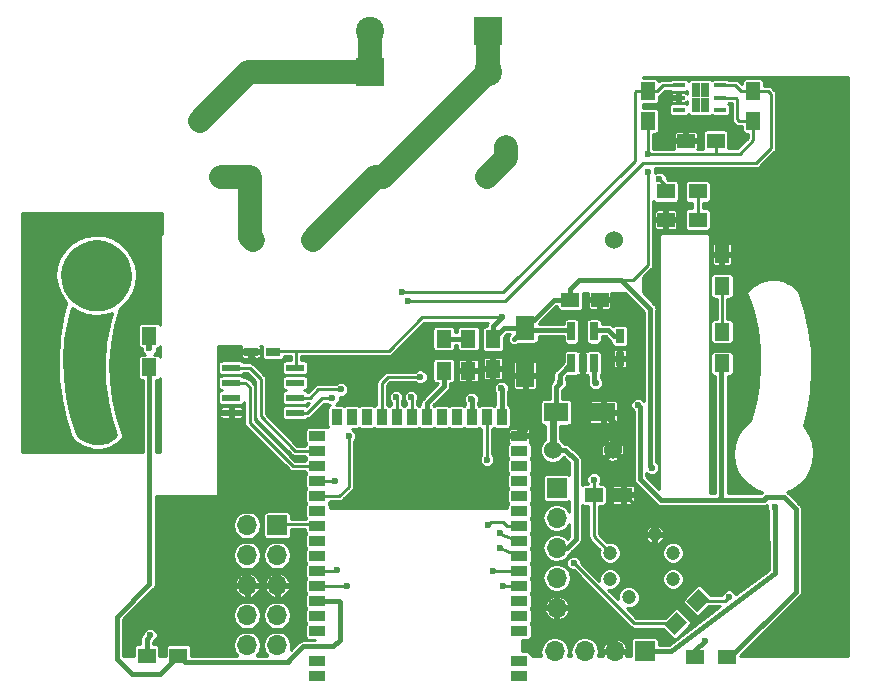
<source format=gtl>
G04 #@! TF.GenerationSoftware,KiCad,Pcbnew,(5.0.0)*
G04 #@! TF.CreationDate,2018-09-09T10:03:14+02:00*
G04 #@! TF.ProjectId,reapter,726561707465722E6B696361645F7063,rev?*
G04 #@! TF.SameCoordinates,Original*
G04 #@! TF.FileFunction,Copper,L1,Top,Signal*
G04 #@! TF.FilePolarity,Positive*
%FSLAX46Y46*%
G04 Gerber Fmt 4.6, Leading zero omitted, Abs format (unit mm)*
G04 Created by KiCad (PCBNEW (5.0.0)) date 09/09/18 10:03:14*
%MOMM*%
%LPD*%
G01*
G04 APERTURE LIST*
G04 #@! TA.AperFunction,ComponentPad*
%ADD10C,1.724000*%
G04 #@! TD*
G04 #@! TA.AperFunction,ComponentPad*
%ADD11C,1.500000*%
G04 #@! TD*
G04 #@! TA.AperFunction,ComponentPad*
%ADD12R,2.400000X2.400000*%
G04 #@! TD*
G04 #@! TA.AperFunction,ComponentPad*
%ADD13C,2.400000*%
G04 #@! TD*
G04 #@! TA.AperFunction,SMDPad,CuDef*
%ADD14R,1.300000X1.500000*%
G04 #@! TD*
G04 #@! TA.AperFunction,SMDPad,CuDef*
%ADD15R,1.500000X1.300000*%
G04 #@! TD*
G04 #@! TA.AperFunction,SMDPad,CuDef*
%ADD16C,1.300000*%
G04 #@! TD*
G04 #@! TA.AperFunction,Conductor*
%ADD17C,0.100000*%
G04 #@! TD*
G04 #@! TA.AperFunction,SMDPad,CuDef*
%ADD18R,1.000000X0.450000*%
G04 #@! TD*
G04 #@! TA.AperFunction,SMDPad,CuDef*
%ADD19R,0.750000X1.250000*%
G04 #@! TD*
G04 #@! TA.AperFunction,ComponentPad*
%ADD20C,1.524000*%
G04 #@! TD*
G04 #@! TA.AperFunction,SMDPad,CuDef*
%ADD21R,1.250000X1.500000*%
G04 #@! TD*
G04 #@! TA.AperFunction,SMDPad,CuDef*
%ADD22R,1.600000X2.000000*%
G04 #@! TD*
G04 #@! TA.AperFunction,SMDPad,CuDef*
%ADD23R,1.200000X0.750000*%
G04 #@! TD*
G04 #@! TA.AperFunction,SMDPad,CuDef*
%ADD24R,1.500000X1.250000*%
G04 #@! TD*
G04 #@! TA.AperFunction,SMDPad,CuDef*
%ADD25R,0.750000X1.200000*%
G04 #@! TD*
G04 #@! TA.AperFunction,ComponentPad*
%ADD26R,1.700000X1.700000*%
G04 #@! TD*
G04 #@! TA.AperFunction,ComponentPad*
%ADD27O,1.700000X1.700000*%
G04 #@! TD*
G04 #@! TA.AperFunction,SMDPad,CuDef*
%ADD28R,1.400000X0.900000*%
G04 #@! TD*
G04 #@! TA.AperFunction,SMDPad,CuDef*
%ADD29R,1.400000X0.930000*%
G04 #@! TD*
G04 #@! TA.AperFunction,SMDPad,CuDef*
%ADD30R,0.900000X1.400000*%
G04 #@! TD*
G04 #@! TA.AperFunction,SMDPad,CuDef*
%ADD31R,1.549400X0.599440*%
G04 #@! TD*
G04 #@! TA.AperFunction,ComponentPad*
%ADD32C,1.200000*%
G04 #@! TD*
G04 #@! TA.AperFunction,SMDPad,CuDef*
%ADD33R,0.650000X1.560000*%
G04 #@! TD*
G04 #@! TA.AperFunction,SMDPad,CuDef*
%ADD34R,2.000000X1.600000*%
G04 #@! TD*
G04 #@! TA.AperFunction,ViaPad*
%ADD35C,0.600000*%
G04 #@! TD*
G04 #@! TA.AperFunction,Conductor*
%ADD36C,0.250000*%
G04 #@! TD*
G04 #@! TA.AperFunction,Conductor*
%ADD37C,0.254000*%
G04 #@! TD*
G04 #@! TA.AperFunction,Conductor*
%ADD38C,0.400000*%
G04 #@! TD*
G04 #@! TA.AperFunction,Conductor*
%ADD39C,0.600000*%
G04 #@! TD*
G04 #@! TA.AperFunction,Conductor*
%ADD40C,2.000000*%
G04 #@! TD*
G04 #@! TA.AperFunction,Conductor*
%ADD41C,1.300000*%
G04 #@! TD*
G04 #@! TA.AperFunction,Conductor*
%ADD42C,1.000000*%
G04 #@! TD*
G04 #@! TA.AperFunction,NonConductor*
%ADD43C,0.254000*%
G04 #@! TD*
G04 APERTURE END LIST*
D10*
G04 #@! TO.P,500mA1,1*
G04 #@! TO.N,Net-(500mA1-Pad1)*
X83900000Y-73600000D03*
G04 #@! TO.P,500mA1,2*
G04 #@! TO.N,Net-(500mA1-Pad2)*
X61400000Y-73600000D03*
G04 #@! TD*
D11*
G04 #@! TO.P,RV1,1*
G04 #@! TO.N,Net-(500mA1-Pad2)*
X63800000Y-74600000D03*
G04 #@! TO.P,RV1,2*
G04 #@! TO.N,Net-(J2-Pad1)*
X73300000Y-74600000D03*
G04 #@! TD*
D10*
G04 #@! TO.P,F1,1*
G04 #@! TO.N,Net-(F1-Pad1)*
X59600000Y-68800000D03*
G04 #@! TO.P,F1,2*
G04 #@! TO.N,Net-(500mA1-Pad1)*
X85501062Y-71066046D03*
G04 #@! TD*
D12*
G04 #@! TO.P,J1,1*
G04 #@! TO.N,Net-(F1-Pad1)*
X74000000Y-64700000D03*
D13*
G04 #@! TO.P,J1,2*
X74000000Y-61200000D03*
G04 #@! TD*
D12*
G04 #@! TO.P,J2,1*
G04 #@! TO.N,Net-(J2-Pad1)*
X84000000Y-61200000D03*
D13*
G04 #@! TO.P,J2,2*
X84000000Y-64700000D03*
G04 #@! TD*
D14*
G04 #@! TO.P,LED_2,2*
G04 #@! TO.N,LED_2*
X55320000Y-89700000D03*
G04 #@! TO.P,LED_2,1*
G04 #@! TO.N,Net-(D5-Pad1)*
X55320000Y-87000000D03*
G04 #@! TD*
D15*
G04 #@! TO.P,D3,2*
G04 #@! TO.N,PowerLED*
X99050000Y-74800000D03*
G04 #@! TO.P,D3,1*
G04 #@! TO.N,Net-(D3-Pad1)*
X101750000Y-74800000D03*
G04 #@! TD*
D14*
G04 #@! TO.P,D2,2*
G04 #@! TO.N,Net-(D2-Pad2)*
X80250000Y-89960000D03*
G04 #@! TO.P,D2,1*
G04 #@! TO.N,Net-(D2-Pad1)*
X80250000Y-87260000D03*
G04 #@! TD*
D16*
G04 #@! TO.P,D1,2*
G04 #@! TO.N,Net-(D1-Pad2)*
X99870406Y-111354594D03*
D17*
G04 #@! TD*
G04 #@! TO.N,Net-(D1-Pad2)*
G04 #@! TO.C,D1*
G36*
X99941117Y-110364645D02*
X100860355Y-111283883D01*
X99799695Y-112344543D01*
X98880457Y-111425305D01*
X99941117Y-110364645D01*
X99941117Y-110364645D01*
G37*
D16*
G04 #@! TO.P,D1,1*
G04 #@! TO.N,Net-(D1-Pad1)*
X101779594Y-109445406D03*
D17*
G04 #@! TD*
G04 #@! TO.N,Net-(D1-Pad1)*
G04 #@! TO.C,D1*
G36*
X101850305Y-108455457D02*
X102769543Y-109374695D01*
X101708883Y-110435355D01*
X100789645Y-109516117D01*
X101850305Y-108455457D01*
X101850305Y-108455457D01*
G37*
D15*
G04 #@! TO.P,LED_2,2*
G04 #@! TO.N,LED_2*
X57775000Y-114100000D03*
G04 #@! TO.P,LED_2,1*
G04 #@! TO.N,Net-(D4-Pad1)*
X55075000Y-114100000D03*
G04 #@! TD*
D14*
G04 #@! TO.P,LED_1,2*
G04 #@! TO.N,LED_1*
X103800000Y-89360000D03*
G04 #@! TO.P,LED_1,1*
G04 #@! TO.N,Net-(D6-Pad1)*
X103800000Y-86660000D03*
G04 #@! TD*
D15*
G04 #@! TO.P,LED_1,2*
G04 #@! TO.N,LED_1*
X104225000Y-114225000D03*
G04 #@! TO.P,LED_1,1*
G04 #@! TO.N,Net-(D7-Pad1)*
X101525000Y-114225000D03*
G04 #@! TD*
D18*
G04 #@! TO.P,U6,1*
G04 #@! TO.N,SDA*
X100150000Y-65825000D03*
G04 #@! TO.P,U6,2*
G04 #@! TO.N,GND*
X100150000Y-66850000D03*
G04 #@! TO.P,U6,3*
G04 #@! TO.N,Net-(U6-Pad3)*
X100150000Y-67875000D03*
G04 #@! TO.P,U6,4*
G04 #@! TO.N,Net-(U6-Pad4)*
X103640000Y-67875000D03*
G04 #@! TO.P,U6,5*
G04 #@! TO.N,VCC*
X103640000Y-66850000D03*
G04 #@! TO.P,U6,6*
G04 #@! TO.N,SCL*
X103640000Y-65825000D03*
D19*
G04 #@! TO.P,U6,7*
G04 #@! TO.N,N/C*
X102325000Y-67475000D03*
X102325000Y-66225000D03*
X101575000Y-67475000D03*
X101575000Y-66225000D03*
G04 #@! TD*
D20*
G04 #@! TO.P,U1,1*
G04 #@! TO.N,Net-(500mA1-Pad2)*
X64060000Y-78910000D03*
G04 #@! TO.P,U1,2*
G04 #@! TO.N,Net-(J2-Pad1)*
X69140000Y-78910000D03*
G04 #@! TO.P,U1,5*
G04 #@! TO.N,BAT+*
X89460000Y-96690000D03*
G04 #@! TO.P,U1,4*
G04 #@! TO.N,GND*
X94540000Y-96690000D03*
G04 #@! TO.P,U1,3*
G04 #@! TO.N,N/C*
X94690000Y-78910000D03*
G04 #@! TD*
D21*
G04 #@! TO.P,C1,1*
G04 #@! TO.N,GND*
X84400000Y-89800000D03*
G04 #@! TO.P,C1,2*
G04 #@! TO.N,VCC*
X84400000Y-87300000D03*
G04 #@! TD*
D22*
G04 #@! TO.P,C2,1*
G04 #@! TO.N,GND*
X87150000Y-90350000D03*
G04 #@! TO.P,C2,2*
G04 #@! TO.N,VCC*
X87150000Y-86350000D03*
G04 #@! TD*
D23*
G04 #@! TO.P,C3,1*
G04 #@! TO.N,GND*
X63900000Y-88375000D03*
G04 #@! TO.P,C3,2*
G04 #@! TO.N,VCC*
X65800000Y-88375000D03*
G04 #@! TD*
D24*
G04 #@! TO.P,C5,1*
G04 #@! TO.N,GND*
X95450000Y-100500000D03*
G04 #@! TO.P,C5,2*
G04 #@! TO.N,VCC*
X92950000Y-100500000D03*
G04 #@! TD*
G04 #@! TO.P,C6,1*
G04 #@! TO.N,GND*
X93450000Y-83950000D03*
G04 #@! TO.P,C6,2*
G04 #@! TO.N,VCC*
X90950000Y-83950000D03*
G04 #@! TD*
D25*
G04 #@! TO.P,C7,1*
G04 #@! TO.N,Net-(C7-Pad1)*
X95150000Y-87050000D03*
G04 #@! TO.P,C7,2*
G04 #@! TO.N,GND*
X95150000Y-88950000D03*
G04 #@! TD*
D26*
G04 #@! TO.P,J3,1*
G04 #@! TO.N,VCC*
X97250000Y-113710000D03*
D27*
G04 #@! TO.P,J3,2*
G04 #@! TO.N,GND*
X94710000Y-113710000D03*
G04 #@! TO.P,J3,3*
G04 #@! TO.N,SDA2*
X92170000Y-113710000D03*
G04 #@! TO.P,J3,4*
G04 #@! TO.N,SCL2*
X89630000Y-113710000D03*
G04 #@! TD*
D14*
G04 #@! TO.P,R2,1*
G04 #@! TO.N,Net-(D2-Pad1)*
X82330000Y-87260000D03*
G04 #@! TO.P,R2,2*
G04 #@! TO.N,GND*
X82330000Y-89960000D03*
G04 #@! TD*
D21*
G04 #@! TO.P,R6,1*
G04 #@! TO.N,SCL*
X106426000Y-66314000D03*
G04 #@! TO.P,R6,2*
G04 #@! TO.N,VCC*
X106426000Y-68814000D03*
G04 #@! TD*
G04 #@! TO.P,R7,1*
G04 #@! TO.N,VCC*
X97536000Y-68814000D03*
G04 #@! TO.P,R7,2*
G04 #@! TO.N,SDA*
X97536000Y-66314000D03*
G04 #@! TD*
D28*
G04 #@! TO.P,U2,2*
G04 #@! TO.N,Net-(U2-Pad2)*
X86650000Y-112005000D03*
G04 #@! TO.P,U2,41*
G04 #@! TO.N,Net-(U2-Pad41)*
X69550000Y-112005000D03*
G04 #@! TO.P,U2,28*
G04 #@! TO.N,Net-(U2-Pad28)*
X69550000Y-95495000D03*
D29*
G04 #@! TO.P,U2,0*
G04 #@! TO.N,Net-(U2-Pad0)*
X86650000Y-115815000D03*
G04 #@! TO.P,U2,1*
G04 #@! TO.N,Net-(U2-Pad1)*
X86650000Y-114545000D03*
D30*
G04 #@! TO.P,U2,24*
G04 #@! TO.N,PowerLED*
X74975000Y-93900000D03*
G04 #@! TO.P,U2,23*
G04 #@! TO.N,SDA*
X76245000Y-93910000D03*
G04 #@! TO.P,U2,22*
G04 #@! TO.N,SCL*
X77515000Y-93900000D03*
G04 #@! TO.P,U2,21*
G04 #@! TO.N,Net-(D2-Pad2)*
X78785000Y-93900000D03*
G04 #@! TO.P,U2,20*
G04 #@! TO.N,Net-(U2-Pad20)*
X80055000Y-93900000D03*
G04 #@! TO.P,U2,19*
G04 #@! TO.N,Net-(U2-Pad19)*
X81325000Y-93900000D03*
G04 #@! TO.P,U2,18*
G04 #@! TO.N,LED_1*
X82595000Y-93900000D03*
D28*
G04 #@! TO.P,U2,15*
G04 #@! TO.N,GND*
X86650000Y-95495000D03*
D30*
G04 #@! TO.P,U2,17*
G04 #@! TO.N,PIR*
X83865000Y-93900000D03*
G04 #@! TO.P,U2,16*
G04 #@! TO.N,VCC*
X85135000Y-93900000D03*
G04 #@! TO.P,U2,25*
G04 #@! TO.N,Net-(U2-Pad25)*
X73705000Y-93900000D03*
G04 #@! TO.P,U2,26*
G04 #@! TO.N,Net-(U2-Pad26)*
X72435000Y-93900000D03*
G04 #@! TO.P,U2,27*
G04 #@! TO.N,Net-(U2-Pad27)*
X71165000Y-93900000D03*
D28*
G04 #@! TO.P,U2,14*
G04 #@! TO.N,Net-(U2-Pad14)*
X86650000Y-96765000D03*
G04 #@! TO.P,U2,13*
G04 #@! TO.N,DCC*
X86650000Y-98035000D03*
G04 #@! TO.P,U2,12*
G04 #@! TO.N,DEC4*
X86650000Y-99305000D03*
G04 #@! TO.P,U2,11*
G04 #@! TO.N,EXT2*
X86650000Y-100575000D03*
G04 #@! TO.P,U2,10*
G04 #@! TO.N,EXT1*
X86650000Y-101845000D03*
G04 #@! TO.P,U2,9*
G04 #@! TO.N,Net-(D1-Pad2)*
X86650000Y-103115000D03*
G04 #@! TO.P,U2,8*
G04 #@! TO.N,RX*
X86650000Y-104385000D03*
G04 #@! TO.P,U2,7*
G04 #@! TO.N,TX*
X86650000Y-105655000D03*
G04 #@! TO.P,U2,6*
G04 #@! TO.N,SDA2*
X86650000Y-106925000D03*
G04 #@! TO.P,U2,5*
G04 #@! TO.N,SCL2*
X86650000Y-108195000D03*
G04 #@! TO.P,U2,4*
G04 #@! TO.N,Net-(U2-Pad4)*
X86650000Y-109465000D03*
G04 #@! TO.P,U2,3*
G04 #@! TO.N,Net-(U2-Pad3)*
X86650000Y-110735000D03*
G04 #@! TO.P,U2,29*
G04 #@! TO.N,CS*
X69550000Y-96765000D03*
G04 #@! TO.P,U2,30*
G04 #@! TO.N,MISO*
X69550000Y-98035000D03*
G04 #@! TO.P,U2,31*
G04 #@! TO.N,MOSI*
X69550000Y-99305000D03*
G04 #@! TO.P,U2,32*
G04 #@! TO.N,SCK*
X69550000Y-100575000D03*
G04 #@! TO.P,U2,33*
G04 #@! TO.N,Net-(U2-Pad33)*
X69550000Y-101845000D03*
G04 #@! TO.P,U2,34*
G04 #@! TO.N,RST*
X69550000Y-103115000D03*
G04 #@! TO.P,U2,35*
G04 #@! TO.N,Net-(U2-Pad35)*
X69550000Y-104385000D03*
G04 #@! TO.P,U2,36*
G04 #@! TO.N,Net-(U2-Pad36)*
X69550000Y-105655000D03*
G04 #@! TO.P,U2,37*
G04 #@! TO.N,SWDCLK*
X69550000Y-106925000D03*
G04 #@! TO.P,U2,38*
G04 #@! TO.N,SWDIO*
X69550000Y-108195000D03*
G04 #@! TO.P,U2,39*
G04 #@! TO.N,LED_2*
X69550000Y-109465000D03*
G04 #@! TO.P,U2,40*
G04 #@! TO.N,Net-(U2-Pad40)*
X69550000Y-110735000D03*
D29*
G04 #@! TO.P,U2,42*
G04 #@! TO.N,Net-(U2-Pad42)*
X69550000Y-114545000D03*
G04 #@! TO.P,U2,43*
G04 #@! TO.N,Net-(U2-Pad43)*
X69550000Y-115815000D03*
G04 #@! TD*
D31*
G04 #@! TO.P,U3,1*
G04 #@! TO.N,CS*
X62252520Y-89722540D03*
G04 #@! TO.P,U3,2*
G04 #@! TO.N,MISO*
X62252520Y-90992540D03*
G04 #@! TO.P,U3,3*
G04 #@! TO.N,Net-(U3-Pad3)*
X62252520Y-92257460D03*
G04 #@! TO.P,U3,4*
G04 #@! TO.N,GND*
X62252520Y-93527460D03*
G04 #@! TO.P,U3,5*
G04 #@! TO.N,MOSI*
X67647480Y-93527460D03*
G04 #@! TO.P,U3,6*
G04 #@! TO.N,SCK*
X67647480Y-92257460D03*
G04 #@! TO.P,U3,7*
G04 #@! TO.N,Net-(U3-Pad7)*
X67647480Y-90992540D03*
G04 #@! TO.P,U3,8*
G04 #@! TO.N,VCC*
X67647480Y-89722540D03*
G04 #@! TD*
D24*
G04 #@! TO.P,C4,1*
G04 #@! TO.N,GND*
X100750000Y-70500000D03*
G04 #@! TO.P,C4,2*
G04 #@! TO.N,VCC*
X103250000Y-70500000D03*
G04 #@! TD*
D26*
G04 #@! TO.P,J4,1*
G04 #@! TO.N,RST*
X66150000Y-103075000D03*
D27*
G04 #@! TO.P,J4,2*
G04 #@! TO.N,SWDCLK*
X63610000Y-103075000D03*
G04 #@! TO.P,J4,3*
G04 #@! TO.N,SWIM*
X66150000Y-105615000D03*
G04 #@! TO.P,J4,4*
G04 #@! TO.N,SWDIO*
X63610000Y-105615000D03*
G04 #@! TO.P,J4,5*
G04 #@! TO.N,GND*
X66150000Y-108155000D03*
G04 #@! TO.P,J4,6*
X63610000Y-108155000D03*
G04 #@! TO.P,J4,7*
G04 #@! TO.N,BAT+*
X66150000Y-110695000D03*
G04 #@! TO.P,J4,8*
X63610000Y-110695000D03*
G04 #@! TO.P,J4,9*
G04 #@! TO.N,Net-(J4-Pad9)*
X66150000Y-113235000D03*
G04 #@! TO.P,J4,10*
G04 #@! TO.N,Net-(J4-Pad10)*
X63610000Y-113235000D03*
G04 #@! TD*
D26*
G04 #@! TO.P,J5,1*
G04 #@! TO.N,RX*
X89800000Y-99900000D03*
D27*
G04 #@! TO.P,J5,2*
G04 #@! TO.N,TX*
X89800000Y-102440000D03*
G04 #@! TO.P,J5,3*
G04 #@! TO.N,BAT+*
X89800000Y-104980000D03*
G04 #@! TO.P,J5,4*
G04 #@! TO.N,CST*
X89800000Y-107520000D03*
G04 #@! TO.P,J5,5*
G04 #@! TO.N,GND*
X89800000Y-110060000D03*
G04 #@! TD*
D32*
G04 #@! TO.P,U4,6*
G04 #@! TO.N,Net-(R5-Pad2)*
X95889842Y-109165793D03*
G04 #@! TO.P,U4,4*
G04 #@! TO.N,VCC*
X94334207Y-105389842D03*
G04 #@! TO.P,U4,5*
G04 #@! TO.N,PIR*
X94334207Y-107610158D03*
G04 #@! TO.P,U4,3*
G04 #@! TO.N,GND*
X98110158Y-103834207D03*
G04 #@! TO.P,U4,1*
G04 #@! TO.N,Net-(R3-Pad1)*
X99665793Y-107610158D03*
G04 #@! TO.P,U4,2*
G04 #@! TO.N,Net-(R4-Pad1)*
X99665793Y-105389842D03*
G04 #@! TD*
D33*
G04 #@! TO.P,U5,1*
G04 #@! TO.N,BAT+*
X91050000Y-89350000D03*
G04 #@! TO.P,U5,2*
G04 #@! TO.N,GND*
X92000000Y-89350000D03*
G04 #@! TO.P,U5,3*
G04 #@! TO.N,BAT+*
X92950000Y-89350000D03*
G04 #@! TO.P,U5,4*
G04 #@! TO.N,Net-(C7-Pad1)*
X92950000Y-86650000D03*
G04 #@! TO.P,U5,5*
G04 #@! TO.N,VCC*
X91050000Y-86650000D03*
G04 #@! TD*
D34*
G04 #@! TO.P,C8,1*
G04 #@! TO.N,GND*
X93750000Y-93500000D03*
G04 #@! TO.P,C8,2*
G04 #@! TO.N,BAT+*
X89750000Y-93500000D03*
G04 #@! TD*
D15*
G04 #@! TO.P,R8,1*
G04 #@! TO.N,Net-(D3-Pad1)*
X101750000Y-77200000D03*
G04 #@! TO.P,R8,2*
G04 #@! TO.N,GND*
X99050000Y-77200000D03*
G04 #@! TD*
D14*
G04 #@! TO.P,R11,1*
G04 #@! TO.N,Net-(D6-Pad1)*
X103800000Y-82800000D03*
G04 #@! TO.P,R11,2*
G04 #@! TO.N,GND*
X103800000Y-80100000D03*
G04 #@! TD*
D35*
G04 #@! TO.N,GND*
X67750000Y-95500000D03*
X62250000Y-97000000D03*
X62250000Y-99750000D03*
X99060000Y-73152000D03*
X99060000Y-70866000D03*
X95475000Y-98150000D03*
X107325000Y-103500000D03*
G04 #@! TO.N,VCC*
X97536000Y-71628000D03*
X97536000Y-73152000D03*
X97850000Y-98175000D03*
X108250000Y-101500000D03*
X85125000Y-91475000D03*
X85175000Y-85450000D03*
X92950000Y-99200000D03*
G04 #@! TO.N,BAT+*
X90050000Y-91025000D03*
X93100000Y-91000000D03*
G04 #@! TO.N,Net-(D1-Pad1)*
X104375000Y-109125000D03*
G04 #@! TO.N,Net-(D1-Pad2)*
X84000000Y-103000000D03*
X91250000Y-106250000D03*
G04 #@! TO.N,SDA2*
X84400000Y-106925000D03*
G04 #@! TO.N,SCL2*
X85225000Y-108200000D03*
G04 #@! TO.N,SWDCLK*
X71200000Y-106890000D03*
G04 #@! TO.N,SWDIO*
X72030000Y-108200000D03*
G04 #@! TO.N,RX*
X85000000Y-103750000D03*
G04 #@! TO.N,TX*
X85000000Y-105000000D03*
G04 #@! TO.N,SCL*
X77470000Y-92202000D03*
X77216000Y-84074000D03*
G04 #@! TO.N,SDA*
X76200000Y-92202000D03*
X76708000Y-83312000D03*
G04 #@! TO.N,PIR*
X83900000Y-97500000D03*
G04 #@! TO.N,MOSI*
X70800000Y-92310000D03*
X71050000Y-99300000D03*
G04 #@! TO.N,SCK*
X72180000Y-95500000D03*
X71530000Y-91560000D03*
G04 #@! TO.N,PowerLED*
X78250000Y-90500000D03*
X98500000Y-73750000D03*
G04 #@! TO.N,Net-(D4-Pad1)*
X55380000Y-112360000D03*
G04 #@! TO.N,Net-(D5-Pad1)*
X55310000Y-88090000D03*
G04 #@! TO.N,LED_1*
X96675000Y-92875000D03*
X82575000Y-92375000D03*
G04 #@! TO.N,Net-(D7-Pad1)*
X102330000Y-112860000D03*
G04 #@! TD*
D36*
G04 #@! TO.N,GND*
X94050000Y-93800000D02*
X93750000Y-93500000D01*
D37*
X63900000Y-88375000D02*
X63900000Y-88650000D01*
X63900000Y-88650000D02*
X66250000Y-91000000D01*
X66250000Y-91000000D02*
X66250000Y-94000000D01*
X66250000Y-94000000D02*
X67750000Y-95500000D01*
X62250000Y-97000000D02*
X62252520Y-97000000D01*
X62252520Y-97000000D02*
X62250000Y-97000000D01*
X62250000Y-97000000D02*
X62252520Y-97000000D01*
D36*
X62252520Y-93527460D02*
X62252520Y-97000000D01*
X62252520Y-97000000D02*
X62252520Y-99747480D01*
X62252520Y-99747480D02*
X62250000Y-99750000D01*
D37*
X100150000Y-66850000D02*
X99266000Y-66850000D01*
X99060000Y-67056000D02*
X99060000Y-70866000D01*
X99266000Y-66850000D02*
X99060000Y-67056000D01*
D38*
X95450000Y-100500000D02*
X95450000Y-98175000D01*
X95450000Y-98175000D02*
X95475000Y-98150000D01*
X107325000Y-103500000D02*
X107300000Y-103475000D01*
X89675000Y-110085000D02*
X90190000Y-110085000D01*
X94710000Y-113710000D02*
X94710000Y-113410000D01*
X94710000Y-113410000D02*
X91385000Y-110085000D01*
X91385000Y-110085000D02*
X89675000Y-110085000D01*
X87150000Y-90350000D02*
X87150000Y-94995000D01*
X87150000Y-94995000D02*
X86650000Y-95495000D01*
X84240000Y-89960000D02*
X84630000Y-90350000D01*
D39*
X94462370Y-96612370D02*
X94540000Y-96690000D01*
X94540000Y-94290000D02*
X93750000Y-93500000D01*
X94540000Y-96690000D02*
X94540000Y-94290000D01*
D38*
X92350000Y-93500000D02*
X93750000Y-93500000D01*
X92050000Y-93200000D02*
X92350000Y-93500000D01*
X92050000Y-89250000D02*
X92050000Y-93200000D01*
D37*
X98110158Y-103035158D02*
X98110158Y-103834207D01*
X95575000Y-100500000D02*
X98110158Y-103035158D01*
X95450000Y-100500000D02*
X95575000Y-100500000D01*
D38*
G04 #@! TO.N,VCC*
X90950000Y-83950000D02*
X90950000Y-83050000D01*
X91700000Y-82300000D02*
X95275000Y-82300000D01*
X90950000Y-83050000D02*
X91700000Y-82300000D01*
D37*
X95250000Y-82300000D02*
X96262000Y-82300000D01*
X97536000Y-81026000D02*
X97536000Y-74700000D01*
X97536000Y-74700000D02*
X97536000Y-73152000D01*
X96262000Y-82300000D02*
X97536000Y-81026000D01*
D38*
X95275000Y-82300000D02*
X95250000Y-82300000D01*
X97725000Y-84750000D02*
X95275000Y-82300000D01*
X97725000Y-98050000D02*
X97725000Y-84750000D01*
X97850000Y-98175000D02*
X97725000Y-98050000D01*
D37*
X103640000Y-66850000D02*
X104950000Y-66850000D01*
X105214000Y-68814000D02*
X106426000Y-68814000D01*
X105100000Y-68700000D02*
X105214000Y-68814000D01*
X105100000Y-67000000D02*
X105100000Y-68700000D01*
X104950000Y-66850000D02*
X105100000Y-67000000D01*
X103250000Y-71600000D02*
X105300000Y-71600000D01*
X106426000Y-70474000D02*
X106426000Y-68814000D01*
X105300000Y-71600000D02*
X106426000Y-70474000D01*
X103250000Y-70500000D02*
X103250000Y-71600000D01*
X103250000Y-71600000D02*
X103250000Y-71650000D01*
X103228000Y-71628000D02*
X97536000Y-71628000D01*
X103250000Y-71650000D02*
X103228000Y-71628000D01*
D38*
X97250000Y-113710000D02*
X99475000Y-113725000D01*
X108275000Y-107075000D02*
X108250000Y-101500000D01*
X99475000Y-113725000D02*
X108275000Y-107075000D01*
D37*
X67725000Y-88297540D02*
X67725000Y-89645020D01*
X67725000Y-89645020D02*
X67647480Y-89722540D01*
X65877460Y-88297540D02*
X67725000Y-88297540D01*
X67725000Y-88297540D02*
X67997480Y-88297540D01*
X75572460Y-88297540D02*
X78420000Y-85450000D01*
X78420000Y-85450000D02*
X85175000Y-85450000D01*
X69867540Y-88297540D02*
X75572460Y-88297540D01*
X67997480Y-88297540D02*
X69867540Y-88297540D01*
X65877460Y-88297540D02*
X65800000Y-88375000D01*
X97536000Y-68814000D02*
X97536000Y-71628000D01*
D38*
X91100000Y-86550000D02*
X87350000Y-86550000D01*
X87350000Y-86550000D02*
X87150000Y-86350000D01*
X85135000Y-93900000D02*
X85135000Y-91485000D01*
X85135000Y-91485000D02*
X85125000Y-91475000D01*
X84400000Y-86225000D02*
X84400000Y-87300000D01*
X85175000Y-85450000D02*
X84400000Y-86225000D01*
X90950000Y-83950000D02*
X89550000Y-83950000D01*
X86200000Y-87300000D02*
X87150000Y-86350000D01*
X89550000Y-83950000D02*
X86200000Y-87300000D01*
X87150000Y-86350000D02*
X85350000Y-86350000D01*
X85350000Y-86350000D02*
X84400000Y-87300000D01*
D37*
X92950000Y-99200000D02*
X92950000Y-100500000D01*
D38*
X92950000Y-100500000D02*
X92950000Y-100575000D01*
D37*
X92950000Y-104005635D02*
X94334207Y-105389842D01*
X92950000Y-100500000D02*
X92950000Y-104005635D01*
D38*
G04 #@! TO.N,Net-(C7-Pad1)*
X95150000Y-87050000D02*
X94675000Y-87050000D01*
X94175000Y-86550000D02*
X93000000Y-86550000D01*
X94675000Y-87050000D02*
X94175000Y-86550000D01*
D36*
G04 #@! TO.N,BAT+*
X89570000Y-93680000D02*
X89750000Y-93500000D01*
D38*
X93100000Y-91000000D02*
X93000000Y-90900000D01*
X93000000Y-89250000D02*
X93000000Y-90900000D01*
X90050000Y-91025000D02*
X90050000Y-90925000D01*
X90050000Y-90300000D02*
X91100000Y-89250000D01*
X90050000Y-90925000D02*
X90050000Y-90300000D01*
X89675000Y-105005000D02*
X90645000Y-105005000D01*
X90645000Y-105005000D02*
X91400000Y-104250000D01*
X89460000Y-96690000D02*
X89460000Y-96640000D01*
X89750000Y-91325000D02*
X90050000Y-91025000D01*
X89750000Y-93500000D02*
X89750000Y-91325000D01*
X91400000Y-97552370D02*
X91400000Y-97600000D01*
X90537630Y-96690000D02*
X91400000Y-97552370D01*
X89460000Y-96690000D02*
X90537630Y-96690000D01*
X91400000Y-104250000D02*
X91400000Y-97600000D01*
D39*
X89460000Y-93790000D02*
X89750000Y-93500000D01*
X89460000Y-96690000D02*
X89460000Y-93790000D01*
D37*
G04 #@! TO.N,Net-(D1-Pad1)*
X104375000Y-109125000D02*
X104054594Y-109445406D01*
X104054594Y-109445406D02*
X101804594Y-109445406D01*
G04 #@! TO.N,Net-(D1-Pad2)*
X99895406Y-111354594D02*
X96354594Y-111354594D01*
X85615000Y-103115000D02*
X86650000Y-103115000D01*
X85250000Y-102750000D02*
X85615000Y-103115000D01*
X84250000Y-102750000D02*
X85250000Y-102750000D01*
X84000000Y-103000000D02*
X84250000Y-102750000D01*
X96354594Y-111354594D02*
X91250000Y-106250000D01*
D38*
G04 #@! TO.N,Net-(D2-Pad1)*
X82330000Y-87260000D02*
X80250000Y-87260000D01*
G04 #@! TO.N,Net-(D2-Pad2)*
X80250000Y-89960000D02*
X80250000Y-91275000D01*
X78785000Y-92740000D02*
X78785000Y-93900000D01*
X80250000Y-91275000D02*
X78785000Y-92740000D01*
D40*
G04 #@! TO.N,Net-(J2-Pad1)*
X74450000Y-73600000D02*
X69140000Y-78910000D01*
X75100000Y-73600000D02*
X74450000Y-73600000D01*
X69140000Y-78910000D02*
X73300000Y-74750000D01*
X84000000Y-64700000D02*
X75100000Y-73600000D01*
X84000000Y-61200000D02*
X84000000Y-64700000D01*
D37*
G04 #@! TO.N,SDA2*
X84400000Y-106925000D02*
X86650000Y-106925000D01*
G04 #@! TO.N,SCL2*
X85230000Y-108195000D02*
X86650000Y-108195000D01*
X85225000Y-108200000D02*
X85230000Y-108195000D01*
G04 #@! TO.N,RST*
X69385000Y-102950000D02*
X69550000Y-103115000D01*
X66000000Y-102950000D02*
X69385000Y-102950000D01*
G04 #@! TO.N,SWDCLK*
X71200000Y-106890000D02*
X71165000Y-106925000D01*
X71165000Y-106925000D02*
X69550000Y-106925000D01*
G04 #@! TO.N,SWDIO*
X72025000Y-108195000D02*
X69550000Y-108195000D01*
X72030000Y-108200000D02*
X72025000Y-108195000D01*
G04 #@! TO.N,RX*
X85000000Y-103750000D02*
X85035000Y-103785000D01*
X85035000Y-103785000D02*
X86650000Y-104385000D01*
G04 #@! TO.N,TX*
X85045000Y-104955000D02*
X86650000Y-105655000D01*
X85000000Y-105000000D02*
X85045000Y-104955000D01*
G04 #@! TO.N,SCL*
X84300000Y-84074000D02*
X85426000Y-84074000D01*
X107716000Y-66314000D02*
X107950000Y-66548000D01*
X107950000Y-66548000D02*
X107950000Y-71120000D01*
X107950000Y-71120000D02*
X106680000Y-72390000D01*
X106680000Y-72390000D02*
X98400000Y-72390000D01*
X107716000Y-66314000D02*
X106426000Y-66314000D01*
X97110000Y-72390000D02*
X98400000Y-72390000D01*
X85426000Y-84074000D02*
X97110000Y-72390000D01*
X77515000Y-92247000D02*
X77515000Y-93900000D01*
X77470000Y-92202000D02*
X77515000Y-92247000D01*
X84328000Y-84074000D02*
X84300000Y-84074000D01*
X84300000Y-84074000D02*
X83800000Y-84074000D01*
X83800000Y-84074000D02*
X77216000Y-84074000D01*
X106426000Y-66314000D02*
X105430000Y-66314000D01*
X105430000Y-66314000D02*
X104941000Y-65825000D01*
X104941000Y-65825000D02*
X103640000Y-65825000D01*
G04 #@! TO.N,SDA*
X96500000Y-66314000D02*
X96486000Y-66314000D01*
X76245000Y-93910000D02*
X76245000Y-92247000D01*
X76200000Y-92202000D02*
X76245000Y-92247000D01*
X84074000Y-83312000D02*
X83800000Y-83312000D01*
X83800000Y-83312000D02*
X76708000Y-83312000D01*
X96500000Y-66314000D02*
X97536000Y-66314000D01*
X85288000Y-83312000D02*
X84074000Y-83312000D01*
X96400000Y-72200000D02*
X85288000Y-83312000D01*
X96400000Y-66400000D02*
X96400000Y-72200000D01*
X96486000Y-66314000D02*
X96400000Y-66400000D01*
X97536000Y-66314000D02*
X98278000Y-66314000D01*
X98767000Y-65825000D02*
X100150000Y-65825000D01*
X98278000Y-66314000D02*
X98767000Y-65825000D01*
G04 #@! TO.N,PIR*
X83865000Y-97465000D02*
X83865000Y-93900000D01*
X83900000Y-97500000D02*
X83865000Y-97465000D01*
G04 #@! TO.N,CS*
X62252520Y-89722540D02*
X63797540Y-89722540D01*
X67665000Y-96765000D02*
X69550000Y-96765000D01*
X64750000Y-93850000D02*
X67665000Y-96765000D01*
X64750000Y-90675000D02*
X64750000Y-93850000D01*
X63797540Y-89722540D02*
X64750000Y-90675000D01*
X69485000Y-96830000D02*
X69550000Y-96765000D01*
G04 #@! TO.N,MISO*
X69550000Y-98035000D02*
X67460000Y-98035000D01*
X63442540Y-90992540D02*
X62252520Y-90992540D01*
X63800000Y-91350000D02*
X63442540Y-90992540D01*
X63800000Y-94375000D02*
X63800000Y-91350000D01*
X67460000Y-98035000D02*
X63800000Y-94375000D01*
G04 #@! TO.N,MOSI*
X70800000Y-92310000D02*
X69915000Y-92310000D01*
X71050000Y-99300000D02*
X71045000Y-99305000D01*
X69550000Y-99305000D02*
X71045000Y-99305000D01*
X68697540Y-93527460D02*
X67647480Y-93527460D01*
X69915000Y-92310000D02*
X68697540Y-93527460D01*
G04 #@! TO.N,SCK*
X71530000Y-91560000D02*
X69590000Y-91560000D01*
X71395000Y-100575000D02*
X72180000Y-99790000D01*
X72180000Y-99790000D02*
X72180000Y-95500000D01*
X69550000Y-100575000D02*
X71395000Y-100575000D01*
X68892540Y-92257460D02*
X67647480Y-92257460D01*
X69590000Y-91560000D02*
X68892540Y-92257460D01*
D40*
G04 #@! TO.N,Net-(500mA1-Pad1)*
X85501062Y-71066046D02*
X85501062Y-71998938D01*
X85501062Y-71998938D02*
X83900000Y-73600000D01*
D41*
G04 #@! TO.N,Net-(500mA1-Pad2)*
X64170000Y-73670000D02*
X64000000Y-73500000D01*
D40*
X63800000Y-78650000D02*
X64060000Y-78910000D01*
X63800000Y-73600000D02*
X63800000Y-78650000D01*
X61400000Y-73600000D02*
X63800000Y-73600000D01*
D36*
G04 #@! TO.N,Net-(D3-Pad1)*
X101750000Y-74800000D02*
X101750000Y-77200000D01*
D41*
G04 #@! TO.N,Net-(F1-Pad1)*
X74150000Y-64100000D02*
X74150000Y-64600000D01*
D42*
X74000000Y-64050000D02*
X73442532Y-64050000D01*
D40*
X59600000Y-68800000D02*
X63700000Y-64700000D01*
X74000000Y-64700000D02*
X63700000Y-64700000D01*
X74000000Y-61200000D02*
X74000000Y-64700000D01*
D36*
G04 #@! TO.N,PowerLED*
X99050000Y-74800000D02*
X99050000Y-74300000D01*
X99050000Y-74300000D02*
X98500000Y-73750000D01*
X74975000Y-91025000D02*
X74975000Y-93900000D01*
X75500000Y-90500000D02*
X74975000Y-91025000D01*
X78250000Y-90500000D02*
X75500000Y-90500000D01*
X98950000Y-74700000D02*
X99050000Y-74800000D01*
D38*
G04 #@! TO.N,Net-(D4-Pad1)*
X55075000Y-114100000D02*
X55075000Y-112665000D01*
X55075000Y-112665000D02*
X55380000Y-112360000D01*
G04 #@! TO.N,LED_2*
X69550000Y-109465000D02*
X71355000Y-109465000D01*
X67090000Y-114620000D02*
X58295000Y-114620000D01*
X67150000Y-114560000D02*
X67090000Y-114620000D01*
X67150000Y-114500000D02*
X67150000Y-114560000D01*
X68330000Y-113320000D02*
X67150000Y-114500000D01*
X70860000Y-113320000D02*
X68330000Y-113320000D01*
X71440000Y-112740000D02*
X70860000Y-113320000D01*
X71440000Y-109550000D02*
X71440000Y-112740000D01*
X71355000Y-109465000D02*
X71440000Y-109550000D01*
X58295000Y-114620000D02*
X57775000Y-114100000D01*
X55320000Y-89700000D02*
X55320000Y-108070000D01*
X56195000Y-115680000D02*
X57775000Y-114100000D01*
X53840000Y-115680000D02*
X56195000Y-115680000D01*
X52560000Y-114400000D02*
X53840000Y-115680000D01*
X52560000Y-113960000D02*
X52560000Y-114400000D01*
X52570000Y-113950000D02*
X52560000Y-113960000D01*
X52570000Y-110820000D02*
X52570000Y-113950000D01*
X55320000Y-108070000D02*
X52570000Y-110820000D01*
G04 #@! TO.N,Net-(D5-Pad1)*
X55320000Y-88080000D02*
X55320000Y-87000000D01*
X55310000Y-88090000D02*
X55320000Y-88080000D01*
D37*
G04 #@! TO.N,Net-(D6-Pad1)*
X103800000Y-86660000D02*
X103800000Y-82800000D01*
D38*
G04 #@! TO.N,LED_1*
X110025000Y-107825000D02*
X110025000Y-108705000D01*
X103500000Y-100900000D02*
X107325000Y-100900000D01*
X107325000Y-100900000D02*
X107550000Y-100675000D01*
X107550000Y-100675000D02*
X109025000Y-100675000D01*
X109025000Y-100675000D02*
X110025000Y-101675000D01*
X110025000Y-101675000D02*
X110025000Y-107825000D01*
X110025000Y-108705000D02*
X104505000Y-114225000D01*
X104505000Y-114225000D02*
X104225000Y-114225000D01*
X103750000Y-89360000D02*
X103750000Y-100650000D01*
X103750000Y-100650000D02*
X103500000Y-100900000D01*
X82595000Y-93900000D02*
X82595000Y-92395000D01*
X98625000Y-100900000D02*
X103500000Y-100900000D01*
X96875000Y-99150000D02*
X98625000Y-100900000D01*
X96875000Y-93075000D02*
X96875000Y-99150000D01*
X96675000Y-92875000D02*
X96875000Y-93075000D01*
X82595000Y-92395000D02*
X82575000Y-92375000D01*
G04 #@! TO.N,Net-(D7-Pad1)*
X101525000Y-114225000D02*
X101525000Y-113665000D01*
X101525000Y-113665000D02*
X102330000Y-112860000D01*
X101525000Y-114225000D02*
X102015000Y-114225000D01*
G04 #@! TD*
D43*
G36*
X56373000Y-78371322D02*
X56326740Y-78402233D01*
X56265517Y-78493858D01*
X56244019Y-78601938D01*
X56249446Y-78629222D01*
X56249446Y-86079636D01*
X56205754Y-86014246D01*
X56097589Y-85941973D01*
X55970000Y-85916594D01*
X54670000Y-85916594D01*
X54542411Y-85941973D01*
X54434246Y-86014246D01*
X54361973Y-86122411D01*
X54336594Y-86250000D01*
X54336594Y-87750000D01*
X54361973Y-87877589D01*
X54434246Y-87985754D01*
X54542411Y-88058027D01*
X54670000Y-88083406D01*
X54683000Y-88083406D01*
X54683000Y-88214718D01*
X54778455Y-88445167D01*
X54949882Y-88616594D01*
X54670000Y-88616594D01*
X54542411Y-88641973D01*
X54434246Y-88714246D01*
X54361973Y-88822411D01*
X54336594Y-88950000D01*
X54336594Y-90450000D01*
X54361973Y-90577589D01*
X54434246Y-90685754D01*
X54542411Y-90758027D01*
X54670000Y-90783406D01*
X54793000Y-90783406D01*
X54793000Y-96873000D01*
X44553445Y-96873000D01*
X44553445Y-81950724D01*
X47363155Y-81950724D01*
X47459469Y-82713131D01*
X47722301Y-83435253D01*
X48138585Y-84081201D01*
X48273023Y-84212852D01*
X47931399Y-85544288D01*
X47929747Y-85552271D01*
X47927817Y-85560176D01*
X47926288Y-85568743D01*
X47657729Y-87223006D01*
X47656740Y-87231652D01*
X47655481Y-87240261D01*
X47654768Y-87248903D01*
X47654764Y-87248934D01*
X47654764Y-87248955D01*
X47543079Y-88921129D01*
X47542909Y-88929825D01*
X47542465Y-88938520D01*
X47542568Y-88947221D01*
X47588744Y-90622505D01*
X47589394Y-90631193D01*
X47589770Y-90639876D01*
X47590691Y-90648529D01*
X47794321Y-92312034D01*
X47795785Y-92320617D01*
X47796977Y-92329231D01*
X47798709Y-92337759D01*
X48157985Y-93974717D01*
X48160252Y-93983131D01*
X48162248Y-93991588D01*
X48164774Y-93999915D01*
X48676506Y-95595797D01*
X48685636Y-95620245D01*
X48688989Y-95627156D01*
X48689639Y-95629158D01*
X48691000Y-95631302D01*
X48697026Y-95643725D01*
X48710577Y-95666029D01*
X48726165Y-95686958D01*
X48726686Y-95687535D01*
X48726844Y-95687784D01*
X48728575Y-95689628D01*
X48743653Y-95706327D01*
X48748011Y-95710323D01*
X48750657Y-95713141D01*
X49144153Y-96082658D01*
X49155938Y-96091220D01*
X49166358Y-96101419D01*
X49195337Y-96120661D01*
X49754496Y-96443288D01*
X49770562Y-96450036D01*
X49785658Y-96458747D01*
X49818498Y-96470172D01*
X49818512Y-96470178D01*
X49818520Y-96470179D01*
X50440337Y-96643610D01*
X50457575Y-96646151D01*
X50474365Y-96650834D01*
X50509028Y-96653735D01*
X50509030Y-96653735D01*
X51154450Y-96667078D01*
X51171783Y-96665252D01*
X51189205Y-96665612D01*
X51223486Y-96659804D01*
X51223502Y-96659802D01*
X51223509Y-96659799D01*
X51851964Y-96512216D01*
X51868295Y-96506138D01*
X51885263Y-96502153D01*
X51917023Y-96488001D01*
X51917037Y-96487996D01*
X51917043Y-96487992D01*
X52489051Y-96188754D01*
X52503359Y-96178804D01*
X52518801Y-96170726D01*
X52546047Y-96149119D01*
X52546057Y-96149112D01*
X52546061Y-96149108D01*
X53025681Y-95717018D01*
X53026154Y-95716470D01*
X53027637Y-95715238D01*
X53046974Y-95695621D01*
X53064267Y-95674179D01*
X53069373Y-95666373D01*
X53071037Y-95664444D01*
X53072300Y-95661897D01*
X53079345Y-95651127D01*
X53092059Y-95626692D01*
X53101580Y-95602873D01*
X53101893Y-95602241D01*
X53101962Y-95601916D01*
X53102283Y-95601113D01*
X53109916Y-95574647D01*
X53114883Y-95547552D01*
X53115751Y-95536956D01*
X53116311Y-95534320D01*
X53116194Y-95531553D01*
X53117133Y-95520098D01*
X53116647Y-95492557D01*
X53113427Y-95465200D01*
X53113387Y-95465018D01*
X53113384Y-95464947D01*
X53113337Y-95464793D01*
X53107506Y-95438298D01*
X53102866Y-95423037D01*
X52600190Y-93926126D01*
X52251749Y-92400159D01*
X52056586Y-90847111D01*
X52016636Y-89282354D01*
X52132295Y-87721369D01*
X52402418Y-86179596D01*
X52821283Y-84683176D01*
X52969722Y-84588974D01*
X53511210Y-84043692D01*
X53918436Y-83391996D01*
X54171159Y-82666274D01*
X54256819Y-81902596D01*
X54255475Y-81806350D01*
X54148525Y-81045362D01*
X53875637Y-80326979D01*
X53450374Y-79686907D01*
X52893872Y-79156957D01*
X52233790Y-78763469D01*
X51502935Y-78526000D01*
X50737630Y-78456352D01*
X49975914Y-78557987D01*
X49255644Y-78825853D01*
X48612619Y-79246637D01*
X48078797Y-79799426D01*
X47680710Y-80456745D01*
X47438144Y-81185924D01*
X47363155Y-81950724D01*
X44553445Y-81950724D01*
X44553445Y-76627000D01*
X56373000Y-76627000D01*
X56373000Y-78371322D01*
X56373000Y-78371322D01*
G37*
X56373000Y-78371322D02*
X56326740Y-78402233D01*
X56265517Y-78493858D01*
X56244019Y-78601938D01*
X56249446Y-78629222D01*
X56249446Y-86079636D01*
X56205754Y-86014246D01*
X56097589Y-85941973D01*
X55970000Y-85916594D01*
X54670000Y-85916594D01*
X54542411Y-85941973D01*
X54434246Y-86014246D01*
X54361973Y-86122411D01*
X54336594Y-86250000D01*
X54336594Y-87750000D01*
X54361973Y-87877589D01*
X54434246Y-87985754D01*
X54542411Y-88058027D01*
X54670000Y-88083406D01*
X54683000Y-88083406D01*
X54683000Y-88214718D01*
X54778455Y-88445167D01*
X54949882Y-88616594D01*
X54670000Y-88616594D01*
X54542411Y-88641973D01*
X54434246Y-88714246D01*
X54361973Y-88822411D01*
X54336594Y-88950000D01*
X54336594Y-90450000D01*
X54361973Y-90577589D01*
X54434246Y-90685754D01*
X54542411Y-90758027D01*
X54670000Y-90783406D01*
X54793000Y-90783406D01*
X54793000Y-96873000D01*
X44553445Y-96873000D01*
X44553445Y-81950724D01*
X47363155Y-81950724D01*
X47459469Y-82713131D01*
X47722301Y-83435253D01*
X48138585Y-84081201D01*
X48273023Y-84212852D01*
X47931399Y-85544288D01*
X47929747Y-85552271D01*
X47927817Y-85560176D01*
X47926288Y-85568743D01*
X47657729Y-87223006D01*
X47656740Y-87231652D01*
X47655481Y-87240261D01*
X47654768Y-87248903D01*
X47654764Y-87248934D01*
X47654764Y-87248955D01*
X47543079Y-88921129D01*
X47542909Y-88929825D01*
X47542465Y-88938520D01*
X47542568Y-88947221D01*
X47588744Y-90622505D01*
X47589394Y-90631193D01*
X47589770Y-90639876D01*
X47590691Y-90648529D01*
X47794321Y-92312034D01*
X47795785Y-92320617D01*
X47796977Y-92329231D01*
X47798709Y-92337759D01*
X48157985Y-93974717D01*
X48160252Y-93983131D01*
X48162248Y-93991588D01*
X48164774Y-93999915D01*
X48676506Y-95595797D01*
X48685636Y-95620245D01*
X48688989Y-95627156D01*
X48689639Y-95629158D01*
X48691000Y-95631302D01*
X48697026Y-95643725D01*
X48710577Y-95666029D01*
X48726165Y-95686958D01*
X48726686Y-95687535D01*
X48726844Y-95687784D01*
X48728575Y-95689628D01*
X48743653Y-95706327D01*
X48748011Y-95710323D01*
X48750657Y-95713141D01*
X49144153Y-96082658D01*
X49155938Y-96091220D01*
X49166358Y-96101419D01*
X49195337Y-96120661D01*
X49754496Y-96443288D01*
X49770562Y-96450036D01*
X49785658Y-96458747D01*
X49818498Y-96470172D01*
X49818512Y-96470178D01*
X49818520Y-96470179D01*
X50440337Y-96643610D01*
X50457575Y-96646151D01*
X50474365Y-96650834D01*
X50509028Y-96653735D01*
X50509030Y-96653735D01*
X51154450Y-96667078D01*
X51171783Y-96665252D01*
X51189205Y-96665612D01*
X51223486Y-96659804D01*
X51223502Y-96659802D01*
X51223509Y-96659799D01*
X51851964Y-96512216D01*
X51868295Y-96506138D01*
X51885263Y-96502153D01*
X51917023Y-96488001D01*
X51917037Y-96487996D01*
X51917043Y-96487992D01*
X52489051Y-96188754D01*
X52503359Y-96178804D01*
X52518801Y-96170726D01*
X52546047Y-96149119D01*
X52546057Y-96149112D01*
X52546061Y-96149108D01*
X53025681Y-95717018D01*
X53026154Y-95716470D01*
X53027637Y-95715238D01*
X53046974Y-95695621D01*
X53064267Y-95674179D01*
X53069373Y-95666373D01*
X53071037Y-95664444D01*
X53072300Y-95661897D01*
X53079345Y-95651127D01*
X53092059Y-95626692D01*
X53101580Y-95602873D01*
X53101893Y-95602241D01*
X53101962Y-95601916D01*
X53102283Y-95601113D01*
X53109916Y-95574647D01*
X53114883Y-95547552D01*
X53115751Y-95536956D01*
X53116311Y-95534320D01*
X53116194Y-95531553D01*
X53117133Y-95520098D01*
X53116647Y-95492557D01*
X53113427Y-95465200D01*
X53113387Y-95465018D01*
X53113384Y-95464947D01*
X53113337Y-95464793D01*
X53107506Y-95438298D01*
X53102866Y-95423037D01*
X52600190Y-93926126D01*
X52251749Y-92400159D01*
X52056586Y-90847111D01*
X52016636Y-89282354D01*
X52132295Y-87721369D01*
X52402418Y-86179596D01*
X52821283Y-84683176D01*
X52969722Y-84588974D01*
X53511210Y-84043692D01*
X53918436Y-83391996D01*
X54171159Y-82666274D01*
X54256819Y-81902596D01*
X54255475Y-81806350D01*
X54148525Y-81045362D01*
X53875637Y-80326979D01*
X53450374Y-79686907D01*
X52893872Y-79156957D01*
X52233790Y-78763469D01*
X51502935Y-78526000D01*
X50737630Y-78456352D01*
X49975914Y-78557987D01*
X49255644Y-78825853D01*
X48612619Y-79246637D01*
X48078797Y-79799426D01*
X47680710Y-80456745D01*
X47438144Y-81185924D01*
X47363155Y-81950724D01*
X44553445Y-81950724D01*
X44553445Y-76627000D01*
X56373000Y-76627000D01*
X56373000Y-78371322D01*
G36*
X49342158Y-85021535D02*
X50069626Y-85269185D01*
X50833883Y-85349512D01*
X51596944Y-85258522D01*
X52138968Y-85065516D01*
X51865207Y-86043544D01*
X51863922Y-86049204D01*
X51862314Y-86054781D01*
X51859110Y-86070407D01*
X51584227Y-87639349D01*
X51583512Y-87645099D01*
X51582464Y-87650817D01*
X51580828Y-87666684D01*
X51463131Y-89255170D01*
X51462991Y-89260965D01*
X51462516Y-89266756D01*
X51462464Y-89282708D01*
X51503118Y-90875029D01*
X51503554Y-90880814D01*
X51503657Y-90886618D01*
X51505190Y-90902496D01*
X51703790Y-92482908D01*
X51704798Y-92488618D01*
X51705477Y-92494386D01*
X51708579Y-92510033D01*
X52063164Y-94062905D01*
X52064735Y-94068489D01*
X52065983Y-94074159D01*
X52070623Y-94089421D01*
X52519821Y-95427082D01*
X52201243Y-95714089D01*
X51691244Y-95980888D01*
X51130916Y-96112473D01*
X50555464Y-96100576D01*
X50001057Y-95945947D01*
X49499997Y-95656841D01*
X49182158Y-95358372D01*
X48696305Y-93843194D01*
X48342630Y-92231758D01*
X48142174Y-90594182D01*
X48096718Y-88945011D01*
X48206662Y-87298887D01*
X48471123Y-85669868D01*
X48733545Y-84647114D01*
X49342158Y-85021535D01*
X49342158Y-85021535D01*
G37*
X49342158Y-85021535D02*
X50069626Y-85269185D01*
X50833883Y-85349512D01*
X51596944Y-85258522D01*
X52138968Y-85065516D01*
X51865207Y-86043544D01*
X51863922Y-86049204D01*
X51862314Y-86054781D01*
X51859110Y-86070407D01*
X51584227Y-87639349D01*
X51583512Y-87645099D01*
X51582464Y-87650817D01*
X51580828Y-87666684D01*
X51463131Y-89255170D01*
X51462991Y-89260965D01*
X51462516Y-89266756D01*
X51462464Y-89282708D01*
X51503118Y-90875029D01*
X51503554Y-90880814D01*
X51503657Y-90886618D01*
X51505190Y-90902496D01*
X51703790Y-92482908D01*
X51704798Y-92488618D01*
X51705477Y-92494386D01*
X51708579Y-92510033D01*
X52063164Y-94062905D01*
X52064735Y-94068489D01*
X52065983Y-94074159D01*
X52070623Y-94089421D01*
X52519821Y-95427082D01*
X52201243Y-95714089D01*
X51691244Y-95980888D01*
X51130916Y-96112473D01*
X50555464Y-96100576D01*
X50001057Y-95945947D01*
X49499997Y-95656841D01*
X49182158Y-95358372D01*
X48696305Y-93843194D01*
X48342630Y-92231758D01*
X48142174Y-90594182D01*
X48096718Y-88945011D01*
X48206662Y-87298887D01*
X48471123Y-85669868D01*
X48733545Y-84647114D01*
X49342158Y-85021535D01*
G36*
X51465871Y-79105504D02*
X52069259Y-79320361D01*
X52610052Y-79663558D01*
X53061370Y-80118038D01*
X53400784Y-80661214D01*
X53611423Y-81266087D01*
X53682819Y-81902596D01*
X53681699Y-81982815D01*
X53592558Y-82617082D01*
X53365112Y-83215838D01*
X53010665Y-83749325D01*
X52546832Y-84191026D01*
X52241905Y-84372799D01*
X51919995Y-84543903D01*
X51659057Y-84628687D01*
X51307228Y-84724223D01*
X51033996Y-84749089D01*
X50669738Y-84764303D01*
X50397788Y-84728018D01*
X50039212Y-84662154D01*
X49782059Y-84566519D01*
X49446990Y-84422852D01*
X49217408Y-84272618D01*
X48922497Y-84058288D01*
X48533571Y-83655543D01*
X48201774Y-83107682D01*
X47999601Y-82499926D01*
X47937099Y-81862483D01*
X48017375Y-81227033D01*
X48236439Y-80625159D01*
X48583403Y-80086776D01*
X49041024Y-79638641D01*
X49586555Y-79303028D01*
X50192884Y-79096617D01*
X50829876Y-79029666D01*
X51465871Y-79105504D01*
X51465871Y-79105504D01*
G37*
X51465871Y-79105504D02*
X52069259Y-79320361D01*
X52610052Y-79663558D01*
X53061370Y-80118038D01*
X53400784Y-80661214D01*
X53611423Y-81266087D01*
X53682819Y-81902596D01*
X53681699Y-81982815D01*
X53592558Y-82617082D01*
X53365112Y-83215838D01*
X53010665Y-83749325D01*
X52546832Y-84191026D01*
X52241905Y-84372799D01*
X51919995Y-84543903D01*
X51659057Y-84628687D01*
X51307228Y-84724223D01*
X51033996Y-84749089D01*
X50669738Y-84764303D01*
X50397788Y-84728018D01*
X50039212Y-84662154D01*
X49782059Y-84566519D01*
X49446990Y-84422852D01*
X49217408Y-84272618D01*
X48922497Y-84058288D01*
X48533571Y-83655543D01*
X48201774Y-83107682D01*
X47999601Y-82499926D01*
X47937099Y-81862483D01*
X48017375Y-81227033D01*
X48236439Y-80625159D01*
X48583403Y-80086776D01*
X49041024Y-79638641D01*
X49586555Y-79303028D01*
X50192884Y-79096617D01*
X50829876Y-79029666D01*
X51465871Y-79105504D01*
G36*
X56249445Y-96873000D02*
X55847000Y-96873000D01*
X55847000Y-90783406D01*
X55970000Y-90783406D01*
X56097589Y-90758027D01*
X56205754Y-90685754D01*
X56249445Y-90620365D01*
X56249445Y-96873000D01*
X56249445Y-96873000D01*
G37*
X56249445Y-96873000D02*
X55847000Y-96873000D01*
X55847000Y-90783406D01*
X55970000Y-90783406D01*
X56097589Y-90758027D01*
X56205754Y-90685754D01*
X56249445Y-90620365D01*
X56249445Y-96873000D01*
G36*
X56249446Y-88779635D02*
X56205754Y-88714246D01*
X56097589Y-88641973D01*
X55970000Y-88616594D01*
X55670118Y-88616594D01*
X55841545Y-88445167D01*
X55937000Y-88214718D01*
X55937000Y-88083406D01*
X55970000Y-88083406D01*
X56097589Y-88058027D01*
X56205754Y-87985754D01*
X56249446Y-87920364D01*
X56249446Y-88779635D01*
X56249446Y-88779635D01*
G37*
X56249446Y-88779635D02*
X56205754Y-88714246D01*
X56097589Y-88641973D01*
X55970000Y-88616594D01*
X55670118Y-88616594D01*
X55841545Y-88445167D01*
X55937000Y-88214718D01*
X55937000Y-88083406D01*
X55970000Y-88083406D01*
X56097589Y-88058027D01*
X56205754Y-87985754D01*
X56249446Y-87920364D01*
X56249446Y-88779635D01*
D37*
G04 #@! TO.N,GND*
G36*
X114499446Y-114123000D02*
X105352290Y-114123000D01*
X110360948Y-109114343D01*
X110404945Y-109084945D01*
X110434343Y-109040948D01*
X110434346Y-109040945D01*
X110521422Y-108910626D01*
X110521423Y-108910625D01*
X110552000Y-108756903D01*
X110552000Y-108756898D01*
X110562323Y-108705000D01*
X110552000Y-108653102D01*
X110552000Y-101726899D01*
X110562323Y-101675000D01*
X110552000Y-101623101D01*
X110552000Y-101623097D01*
X110521423Y-101469375D01*
X110505627Y-101445735D01*
X110434346Y-101339055D01*
X110434343Y-101339052D01*
X110404945Y-101295055D01*
X110360948Y-101265657D01*
X109434345Y-100339055D01*
X109404945Y-100295055D01*
X109290830Y-100218805D01*
X109687744Y-100077471D01*
X110336582Y-99665706D01*
X110878070Y-99120424D01*
X111285296Y-98468728D01*
X111538019Y-97743006D01*
X111623679Y-96979328D01*
X111622335Y-96883082D01*
X111515385Y-96122094D01*
X111242497Y-95403711D01*
X110817234Y-94763639D01*
X110714351Y-94665665D01*
X111055101Y-93337638D01*
X111056754Y-93329649D01*
X111058683Y-93321749D01*
X111060212Y-93313183D01*
X111328770Y-91658919D01*
X111329758Y-91650280D01*
X111331018Y-91641663D01*
X111331734Y-91632991D01*
X111443421Y-89960796D01*
X111443591Y-89952100D01*
X111444035Y-89943405D01*
X111443932Y-89934704D01*
X111397756Y-88259419D01*
X111397106Y-88250731D01*
X111396730Y-88242048D01*
X111395809Y-88233395D01*
X111192179Y-86569891D01*
X111190715Y-86561310D01*
X111189523Y-86552693D01*
X111187791Y-86544165D01*
X110828515Y-84907207D01*
X110826249Y-84898798D01*
X110824252Y-84890336D01*
X110821726Y-84882008D01*
X110309994Y-83286127D01*
X110300864Y-83261679D01*
X110297505Y-83254755D01*
X110296859Y-83252766D01*
X110295507Y-83250635D01*
X110289474Y-83238199D01*
X110275923Y-83215895D01*
X110260335Y-83194965D01*
X110259805Y-83194378D01*
X110259654Y-83194140D01*
X110257994Y-83192373D01*
X110242846Y-83175596D01*
X110238474Y-83171587D01*
X110235841Y-83168783D01*
X109842345Y-82799266D01*
X109830560Y-82790704D01*
X109820140Y-82780505D01*
X109791161Y-82761263D01*
X109232003Y-82438636D01*
X109215932Y-82431885D01*
X109200839Y-82423177D01*
X109168000Y-82411752D01*
X109167986Y-82411746D01*
X109167978Y-82411745D01*
X108546161Y-82238314D01*
X108528924Y-82235773D01*
X108512133Y-82231090D01*
X108477468Y-82228189D01*
X107832048Y-82214846D01*
X107814717Y-82216672D01*
X107797294Y-82216312D01*
X107763014Y-82222120D01*
X107762996Y-82222122D01*
X107762987Y-82222125D01*
X107134534Y-82369708D01*
X107118203Y-82375786D01*
X107101235Y-82379771D01*
X107069475Y-82393923D01*
X107069461Y-82393928D01*
X107069455Y-82393932D01*
X106497447Y-82693170D01*
X106483139Y-82703120D01*
X106467697Y-82711198D01*
X106440451Y-82732805D01*
X106440441Y-82732812D01*
X106440437Y-82732816D01*
X105960816Y-83164907D01*
X105960347Y-83165451D01*
X105958861Y-83166685D01*
X105939524Y-83186303D01*
X105922231Y-83207744D01*
X105917123Y-83215554D01*
X105915461Y-83217480D01*
X105914200Y-83220023D01*
X105907153Y-83230796D01*
X105894439Y-83255232D01*
X105884916Y-83279055D01*
X105884605Y-83279683D01*
X105884537Y-83280006D01*
X105884215Y-83280810D01*
X105876582Y-83307277D01*
X105871615Y-83334372D01*
X105870747Y-83344968D01*
X105870187Y-83347604D01*
X105870304Y-83350371D01*
X105869365Y-83361825D01*
X105869851Y-83389366D01*
X105873071Y-83416724D01*
X105873111Y-83416906D01*
X105873114Y-83416977D01*
X105873161Y-83417132D01*
X105878992Y-83443625D01*
X105883632Y-83458887D01*
X106386308Y-84955798D01*
X106734752Y-86481777D01*
X106929913Y-88034813D01*
X106969862Y-89599570D01*
X106854203Y-91160554D01*
X106584079Y-92702330D01*
X106164160Y-94202517D01*
X105979479Y-94323369D01*
X105445657Y-94876158D01*
X105047570Y-95533477D01*
X104805004Y-96262656D01*
X104730015Y-97027456D01*
X104826329Y-97789863D01*
X105089161Y-98511985D01*
X105505445Y-99157933D01*
X106054494Y-99695601D01*
X106709018Y-100098267D01*
X107209553Y-100268663D01*
X107170055Y-100295055D01*
X107140655Y-100339055D01*
X107106710Y-100373000D01*
X104277000Y-100373000D01*
X104277000Y-90443406D01*
X104450000Y-90443406D01*
X104577589Y-90418027D01*
X104685754Y-90345754D01*
X104758027Y-90237589D01*
X104783406Y-90110000D01*
X104783406Y-88610000D01*
X104758027Y-88482411D01*
X104685754Y-88374246D01*
X104577589Y-88301973D01*
X104450000Y-88276594D01*
X103150000Y-88276594D01*
X103022411Y-88301973D01*
X102914246Y-88374246D01*
X102841973Y-88482411D01*
X102816594Y-88610000D01*
X102816594Y-90110000D01*
X102841973Y-90237589D01*
X102914246Y-90345754D01*
X103022411Y-90418027D01*
X103150000Y-90443406D01*
X103223000Y-90443406D01*
X103223001Y-100373000D01*
X102794736Y-100373000D01*
X102808871Y-100301938D01*
X102803445Y-100274659D01*
X102803445Y-82050000D01*
X102816594Y-82050000D01*
X102816594Y-83550000D01*
X102841973Y-83677589D01*
X102914246Y-83785754D01*
X103022411Y-83858027D01*
X103150000Y-83883406D01*
X103346001Y-83883406D01*
X103346000Y-85576594D01*
X103150000Y-85576594D01*
X103022411Y-85601973D01*
X102914246Y-85674246D01*
X102841973Y-85782411D01*
X102816594Y-85910000D01*
X102816594Y-87410000D01*
X102841973Y-87537589D01*
X102914246Y-87645754D01*
X103022411Y-87718027D01*
X103150000Y-87743406D01*
X104450000Y-87743406D01*
X104577589Y-87718027D01*
X104685754Y-87645754D01*
X104758027Y-87537589D01*
X104783406Y-87410000D01*
X104783406Y-85910000D01*
X104758027Y-85782411D01*
X104685754Y-85674246D01*
X104577589Y-85601973D01*
X104450000Y-85576594D01*
X104254000Y-85576594D01*
X104254000Y-83883406D01*
X104450000Y-83883406D01*
X104577589Y-83858027D01*
X104685754Y-83785754D01*
X104758027Y-83677589D01*
X104783406Y-83550000D01*
X104783406Y-82050000D01*
X104758027Y-81922411D01*
X104685754Y-81814246D01*
X104577589Y-81741973D01*
X104450000Y-81716594D01*
X103150000Y-81716594D01*
X103022411Y-81741973D01*
X102914246Y-81814246D01*
X102841973Y-81922411D01*
X102816594Y-82050000D01*
X102803445Y-82050000D01*
X102803445Y-80283750D01*
X102923000Y-80283750D01*
X102923000Y-80895153D01*
X102957559Y-80978585D01*
X103021415Y-81042441D01*
X103104847Y-81077000D01*
X103616250Y-81077000D01*
X103673000Y-81020250D01*
X103673000Y-80227000D01*
X103927000Y-80227000D01*
X103927000Y-81020250D01*
X103983750Y-81077000D01*
X104495153Y-81077000D01*
X104578585Y-81042441D01*
X104642441Y-80978585D01*
X104677000Y-80895153D01*
X104677000Y-80283750D01*
X104620250Y-80227000D01*
X103927000Y-80227000D01*
X103673000Y-80227000D01*
X102979750Y-80227000D01*
X102923000Y-80283750D01*
X102803445Y-80283750D01*
X102803445Y-79304847D01*
X102923000Y-79304847D01*
X102923000Y-79916250D01*
X102979750Y-79973000D01*
X103673000Y-79973000D01*
X103673000Y-79179750D01*
X103927000Y-79179750D01*
X103927000Y-79973000D01*
X104620250Y-79973000D01*
X104677000Y-79916250D01*
X104677000Y-79304847D01*
X104642441Y-79221415D01*
X104578585Y-79157559D01*
X104495153Y-79123000D01*
X103983750Y-79123000D01*
X103927000Y-79179750D01*
X103673000Y-79179750D01*
X103616250Y-79123000D01*
X103104847Y-79123000D01*
X103021415Y-79157559D01*
X102957559Y-79221415D01*
X102923000Y-79304847D01*
X102803445Y-79304847D01*
X102803445Y-78629217D01*
X102808871Y-78601938D01*
X102787373Y-78493858D01*
X102726150Y-78402233D01*
X102634525Y-78341010D01*
X102553724Y-78324938D01*
X102526445Y-78319512D01*
X102499166Y-78324938D01*
X98803724Y-78324938D01*
X98776445Y-78319512D01*
X98749166Y-78324938D01*
X98668365Y-78341010D01*
X98576740Y-78402233D01*
X98515517Y-78493858D01*
X98494019Y-78601938D01*
X98499446Y-78629222D01*
X98499445Y-100029154D01*
X97402000Y-98931710D01*
X97402000Y-98613712D01*
X97494833Y-98706545D01*
X97725282Y-98802000D01*
X97974718Y-98802000D01*
X98205167Y-98706545D01*
X98381545Y-98530167D01*
X98477000Y-98299718D01*
X98477000Y-98050282D01*
X98381545Y-97819833D01*
X98252000Y-97690288D01*
X98252000Y-84801897D01*
X98262323Y-84749999D01*
X98252000Y-84698101D01*
X98252000Y-84698097D01*
X98221423Y-84544375D01*
X98186214Y-84491681D01*
X98134346Y-84414055D01*
X98134343Y-84414052D01*
X98104945Y-84370055D01*
X98060948Y-84340657D01*
X97071993Y-83351703D01*
X97089803Y-83339803D01*
X97117333Y-83298601D01*
X97127000Y-83250000D01*
X97127000Y-82077052D01*
X97825412Y-81378641D01*
X97863315Y-81353315D01*
X97888641Y-81315412D01*
X97888643Y-81315410D01*
X97963658Y-81203142D01*
X97988749Y-81077000D01*
X97990000Y-81070713D01*
X97990000Y-81070710D01*
X97998893Y-81026001D01*
X97990000Y-80981292D01*
X97990000Y-77383750D01*
X98073000Y-77383750D01*
X98073000Y-77895153D01*
X98107559Y-77978585D01*
X98171415Y-78042441D01*
X98254847Y-78077000D01*
X98866250Y-78077000D01*
X98923000Y-78020250D01*
X98923000Y-77327000D01*
X99177000Y-77327000D01*
X99177000Y-78020250D01*
X99233750Y-78077000D01*
X99845153Y-78077000D01*
X99928585Y-78042441D01*
X99992441Y-77978585D01*
X100027000Y-77895153D01*
X100027000Y-77383750D01*
X99970250Y-77327000D01*
X99177000Y-77327000D01*
X98923000Y-77327000D01*
X98129750Y-77327000D01*
X98073000Y-77383750D01*
X97990000Y-77383750D01*
X97990000Y-76504847D01*
X98073000Y-76504847D01*
X98073000Y-77016250D01*
X98129750Y-77073000D01*
X98923000Y-77073000D01*
X98923000Y-76379750D01*
X99177000Y-76379750D01*
X99177000Y-77073000D01*
X99970250Y-77073000D01*
X100027000Y-77016250D01*
X100027000Y-76504847D01*
X99992441Y-76421415D01*
X99928585Y-76357559D01*
X99845153Y-76323000D01*
X99233750Y-76323000D01*
X99177000Y-76379750D01*
X98923000Y-76379750D01*
X98866250Y-76323000D01*
X98254847Y-76323000D01*
X98171415Y-76357559D01*
X98107559Y-76421415D01*
X98073000Y-76504847D01*
X97990000Y-76504847D01*
X97990000Y-75567670D01*
X97991973Y-75577589D01*
X98064246Y-75685754D01*
X98172411Y-75758027D01*
X98300000Y-75783406D01*
X99800000Y-75783406D01*
X99927589Y-75758027D01*
X100035754Y-75685754D01*
X100108027Y-75577589D01*
X100133406Y-75450000D01*
X100133406Y-74150000D01*
X100666594Y-74150000D01*
X100666594Y-75450000D01*
X100691973Y-75577589D01*
X100764246Y-75685754D01*
X100872411Y-75758027D01*
X101000000Y-75783406D01*
X101298000Y-75783406D01*
X101298001Y-76216594D01*
X101000000Y-76216594D01*
X100872411Y-76241973D01*
X100764246Y-76314246D01*
X100691973Y-76422411D01*
X100666594Y-76550000D01*
X100666594Y-77850000D01*
X100691973Y-77977589D01*
X100764246Y-78085754D01*
X100872411Y-78158027D01*
X101000000Y-78183406D01*
X102500000Y-78183406D01*
X102627589Y-78158027D01*
X102735754Y-78085754D01*
X102808027Y-77977589D01*
X102833406Y-77850000D01*
X102833406Y-76550000D01*
X102808027Y-76422411D01*
X102735754Y-76314246D01*
X102627589Y-76241973D01*
X102500000Y-76216594D01*
X102202000Y-76216594D01*
X102202000Y-75783406D01*
X102500000Y-75783406D01*
X102627589Y-75758027D01*
X102735754Y-75685754D01*
X102808027Y-75577589D01*
X102833406Y-75450000D01*
X102833406Y-74150000D01*
X102808027Y-74022411D01*
X102735754Y-73914246D01*
X102627589Y-73841973D01*
X102500000Y-73816594D01*
X101000000Y-73816594D01*
X100872411Y-73841973D01*
X100764246Y-73914246D01*
X100691973Y-74022411D01*
X100666594Y-74150000D01*
X100133406Y-74150000D01*
X100108027Y-74022411D01*
X100035754Y-73914246D01*
X99927589Y-73841973D01*
X99800000Y-73816594D01*
X99205818Y-73816594D01*
X99127000Y-73737776D01*
X99127000Y-73625282D01*
X99031545Y-73394833D01*
X98855167Y-73218455D01*
X98624718Y-73123000D01*
X98375282Y-73123000D01*
X98163000Y-73210930D01*
X98163000Y-73027282D01*
X98087082Y-72844000D01*
X106635291Y-72844000D01*
X106680000Y-72852893D01*
X106724709Y-72844000D01*
X106724713Y-72844000D01*
X106857142Y-72817658D01*
X107007315Y-72717315D01*
X107032643Y-72679409D01*
X108239411Y-71472641D01*
X108277315Y-71447315D01*
X108302641Y-71409412D01*
X108302643Y-71409410D01*
X108377658Y-71297142D01*
X108386520Y-71252589D01*
X108404000Y-71164713D01*
X108404000Y-71164710D01*
X108412893Y-71120001D01*
X108404000Y-71075292D01*
X108404000Y-66592709D01*
X108412893Y-66548000D01*
X108404000Y-66503291D01*
X108404000Y-66503287D01*
X108377658Y-66370858D01*
X108277315Y-66220685D01*
X108239409Y-66195357D01*
X108068642Y-66024590D01*
X108043315Y-65986685D01*
X107893142Y-65886342D01*
X107760713Y-65860000D01*
X107760709Y-65860000D01*
X107716000Y-65851107D01*
X107671291Y-65860000D01*
X107384406Y-65860000D01*
X107384406Y-65564000D01*
X107359027Y-65436411D01*
X107286754Y-65328246D01*
X107178589Y-65255973D01*
X107051000Y-65230594D01*
X105801000Y-65230594D01*
X105673411Y-65255973D01*
X105565246Y-65328246D01*
X105492973Y-65436411D01*
X105467594Y-65564000D01*
X105467594Y-65709542D01*
X105293643Y-65535591D01*
X105268315Y-65497685D01*
X105118142Y-65397342D01*
X104985713Y-65371000D01*
X104985709Y-65371000D01*
X104941000Y-65362107D01*
X104896291Y-65371000D01*
X104380267Y-65371000D01*
X104375754Y-65364246D01*
X104267589Y-65291973D01*
X104140000Y-65266594D01*
X103140000Y-65266594D01*
X103012411Y-65291973D01*
X102920000Y-65353720D01*
X102827589Y-65291973D01*
X102700000Y-65266594D01*
X101200000Y-65266594D01*
X101072411Y-65291973D01*
X100964246Y-65364246D01*
X100925000Y-65422982D01*
X100885754Y-65364246D01*
X100777589Y-65291973D01*
X100650000Y-65266594D01*
X99650000Y-65266594D01*
X99522411Y-65291973D01*
X99414246Y-65364246D01*
X99409733Y-65371000D01*
X98811707Y-65371000D01*
X98766999Y-65362107D01*
X98722291Y-65371000D01*
X98722287Y-65371000D01*
X98589858Y-65397342D01*
X98516715Y-65446215D01*
X98477590Y-65472357D01*
X98477588Y-65472359D01*
X98476343Y-65473191D01*
X98469027Y-65436411D01*
X98396754Y-65328246D01*
X98288589Y-65255973D01*
X98161000Y-65230594D01*
X97127000Y-65230594D01*
X97127000Y-65127000D01*
X114499445Y-65127000D01*
X114499446Y-114123000D01*
X114499446Y-114123000D01*
G37*
X114499446Y-114123000D02*
X105352290Y-114123000D01*
X110360948Y-109114343D01*
X110404945Y-109084945D01*
X110434343Y-109040948D01*
X110434346Y-109040945D01*
X110521422Y-108910626D01*
X110521423Y-108910625D01*
X110552000Y-108756903D01*
X110552000Y-108756898D01*
X110562323Y-108705000D01*
X110552000Y-108653102D01*
X110552000Y-101726899D01*
X110562323Y-101675000D01*
X110552000Y-101623101D01*
X110552000Y-101623097D01*
X110521423Y-101469375D01*
X110505627Y-101445735D01*
X110434346Y-101339055D01*
X110434343Y-101339052D01*
X110404945Y-101295055D01*
X110360948Y-101265657D01*
X109434345Y-100339055D01*
X109404945Y-100295055D01*
X109290830Y-100218805D01*
X109687744Y-100077471D01*
X110336582Y-99665706D01*
X110878070Y-99120424D01*
X111285296Y-98468728D01*
X111538019Y-97743006D01*
X111623679Y-96979328D01*
X111622335Y-96883082D01*
X111515385Y-96122094D01*
X111242497Y-95403711D01*
X110817234Y-94763639D01*
X110714351Y-94665665D01*
X111055101Y-93337638D01*
X111056754Y-93329649D01*
X111058683Y-93321749D01*
X111060212Y-93313183D01*
X111328770Y-91658919D01*
X111329758Y-91650280D01*
X111331018Y-91641663D01*
X111331734Y-91632991D01*
X111443421Y-89960796D01*
X111443591Y-89952100D01*
X111444035Y-89943405D01*
X111443932Y-89934704D01*
X111397756Y-88259419D01*
X111397106Y-88250731D01*
X111396730Y-88242048D01*
X111395809Y-88233395D01*
X111192179Y-86569891D01*
X111190715Y-86561310D01*
X111189523Y-86552693D01*
X111187791Y-86544165D01*
X110828515Y-84907207D01*
X110826249Y-84898798D01*
X110824252Y-84890336D01*
X110821726Y-84882008D01*
X110309994Y-83286127D01*
X110300864Y-83261679D01*
X110297505Y-83254755D01*
X110296859Y-83252766D01*
X110295507Y-83250635D01*
X110289474Y-83238199D01*
X110275923Y-83215895D01*
X110260335Y-83194965D01*
X110259805Y-83194378D01*
X110259654Y-83194140D01*
X110257994Y-83192373D01*
X110242846Y-83175596D01*
X110238474Y-83171587D01*
X110235841Y-83168783D01*
X109842345Y-82799266D01*
X109830560Y-82790704D01*
X109820140Y-82780505D01*
X109791161Y-82761263D01*
X109232003Y-82438636D01*
X109215932Y-82431885D01*
X109200839Y-82423177D01*
X109168000Y-82411752D01*
X109167986Y-82411746D01*
X109167978Y-82411745D01*
X108546161Y-82238314D01*
X108528924Y-82235773D01*
X108512133Y-82231090D01*
X108477468Y-82228189D01*
X107832048Y-82214846D01*
X107814717Y-82216672D01*
X107797294Y-82216312D01*
X107763014Y-82222120D01*
X107762996Y-82222122D01*
X107762987Y-82222125D01*
X107134534Y-82369708D01*
X107118203Y-82375786D01*
X107101235Y-82379771D01*
X107069475Y-82393923D01*
X107069461Y-82393928D01*
X107069455Y-82393932D01*
X106497447Y-82693170D01*
X106483139Y-82703120D01*
X106467697Y-82711198D01*
X106440451Y-82732805D01*
X106440441Y-82732812D01*
X106440437Y-82732816D01*
X105960816Y-83164907D01*
X105960347Y-83165451D01*
X105958861Y-83166685D01*
X105939524Y-83186303D01*
X105922231Y-83207744D01*
X105917123Y-83215554D01*
X105915461Y-83217480D01*
X105914200Y-83220023D01*
X105907153Y-83230796D01*
X105894439Y-83255232D01*
X105884916Y-83279055D01*
X105884605Y-83279683D01*
X105884537Y-83280006D01*
X105884215Y-83280810D01*
X105876582Y-83307277D01*
X105871615Y-83334372D01*
X105870747Y-83344968D01*
X105870187Y-83347604D01*
X105870304Y-83350371D01*
X105869365Y-83361825D01*
X105869851Y-83389366D01*
X105873071Y-83416724D01*
X105873111Y-83416906D01*
X105873114Y-83416977D01*
X105873161Y-83417132D01*
X105878992Y-83443625D01*
X105883632Y-83458887D01*
X106386308Y-84955798D01*
X106734752Y-86481777D01*
X106929913Y-88034813D01*
X106969862Y-89599570D01*
X106854203Y-91160554D01*
X106584079Y-92702330D01*
X106164160Y-94202517D01*
X105979479Y-94323369D01*
X105445657Y-94876158D01*
X105047570Y-95533477D01*
X104805004Y-96262656D01*
X104730015Y-97027456D01*
X104826329Y-97789863D01*
X105089161Y-98511985D01*
X105505445Y-99157933D01*
X106054494Y-99695601D01*
X106709018Y-100098267D01*
X107209553Y-100268663D01*
X107170055Y-100295055D01*
X107140655Y-100339055D01*
X107106710Y-100373000D01*
X104277000Y-100373000D01*
X104277000Y-90443406D01*
X104450000Y-90443406D01*
X104577589Y-90418027D01*
X104685754Y-90345754D01*
X104758027Y-90237589D01*
X104783406Y-90110000D01*
X104783406Y-88610000D01*
X104758027Y-88482411D01*
X104685754Y-88374246D01*
X104577589Y-88301973D01*
X104450000Y-88276594D01*
X103150000Y-88276594D01*
X103022411Y-88301973D01*
X102914246Y-88374246D01*
X102841973Y-88482411D01*
X102816594Y-88610000D01*
X102816594Y-90110000D01*
X102841973Y-90237589D01*
X102914246Y-90345754D01*
X103022411Y-90418027D01*
X103150000Y-90443406D01*
X103223000Y-90443406D01*
X103223001Y-100373000D01*
X102794736Y-100373000D01*
X102808871Y-100301938D01*
X102803445Y-100274659D01*
X102803445Y-82050000D01*
X102816594Y-82050000D01*
X102816594Y-83550000D01*
X102841973Y-83677589D01*
X102914246Y-83785754D01*
X103022411Y-83858027D01*
X103150000Y-83883406D01*
X103346001Y-83883406D01*
X103346000Y-85576594D01*
X103150000Y-85576594D01*
X103022411Y-85601973D01*
X102914246Y-85674246D01*
X102841973Y-85782411D01*
X102816594Y-85910000D01*
X102816594Y-87410000D01*
X102841973Y-87537589D01*
X102914246Y-87645754D01*
X103022411Y-87718027D01*
X103150000Y-87743406D01*
X104450000Y-87743406D01*
X104577589Y-87718027D01*
X104685754Y-87645754D01*
X104758027Y-87537589D01*
X104783406Y-87410000D01*
X104783406Y-85910000D01*
X104758027Y-85782411D01*
X104685754Y-85674246D01*
X104577589Y-85601973D01*
X104450000Y-85576594D01*
X104254000Y-85576594D01*
X104254000Y-83883406D01*
X104450000Y-83883406D01*
X104577589Y-83858027D01*
X104685754Y-83785754D01*
X104758027Y-83677589D01*
X104783406Y-83550000D01*
X104783406Y-82050000D01*
X104758027Y-81922411D01*
X104685754Y-81814246D01*
X104577589Y-81741973D01*
X104450000Y-81716594D01*
X103150000Y-81716594D01*
X103022411Y-81741973D01*
X102914246Y-81814246D01*
X102841973Y-81922411D01*
X102816594Y-82050000D01*
X102803445Y-82050000D01*
X102803445Y-80283750D01*
X102923000Y-80283750D01*
X102923000Y-80895153D01*
X102957559Y-80978585D01*
X103021415Y-81042441D01*
X103104847Y-81077000D01*
X103616250Y-81077000D01*
X103673000Y-81020250D01*
X103673000Y-80227000D01*
X103927000Y-80227000D01*
X103927000Y-81020250D01*
X103983750Y-81077000D01*
X104495153Y-81077000D01*
X104578585Y-81042441D01*
X104642441Y-80978585D01*
X104677000Y-80895153D01*
X104677000Y-80283750D01*
X104620250Y-80227000D01*
X103927000Y-80227000D01*
X103673000Y-80227000D01*
X102979750Y-80227000D01*
X102923000Y-80283750D01*
X102803445Y-80283750D01*
X102803445Y-79304847D01*
X102923000Y-79304847D01*
X102923000Y-79916250D01*
X102979750Y-79973000D01*
X103673000Y-79973000D01*
X103673000Y-79179750D01*
X103927000Y-79179750D01*
X103927000Y-79973000D01*
X104620250Y-79973000D01*
X104677000Y-79916250D01*
X104677000Y-79304847D01*
X104642441Y-79221415D01*
X104578585Y-79157559D01*
X104495153Y-79123000D01*
X103983750Y-79123000D01*
X103927000Y-79179750D01*
X103673000Y-79179750D01*
X103616250Y-79123000D01*
X103104847Y-79123000D01*
X103021415Y-79157559D01*
X102957559Y-79221415D01*
X102923000Y-79304847D01*
X102803445Y-79304847D01*
X102803445Y-78629217D01*
X102808871Y-78601938D01*
X102787373Y-78493858D01*
X102726150Y-78402233D01*
X102634525Y-78341010D01*
X102553724Y-78324938D01*
X102526445Y-78319512D01*
X102499166Y-78324938D01*
X98803724Y-78324938D01*
X98776445Y-78319512D01*
X98749166Y-78324938D01*
X98668365Y-78341010D01*
X98576740Y-78402233D01*
X98515517Y-78493858D01*
X98494019Y-78601938D01*
X98499446Y-78629222D01*
X98499445Y-100029154D01*
X97402000Y-98931710D01*
X97402000Y-98613712D01*
X97494833Y-98706545D01*
X97725282Y-98802000D01*
X97974718Y-98802000D01*
X98205167Y-98706545D01*
X98381545Y-98530167D01*
X98477000Y-98299718D01*
X98477000Y-98050282D01*
X98381545Y-97819833D01*
X98252000Y-97690288D01*
X98252000Y-84801897D01*
X98262323Y-84749999D01*
X98252000Y-84698101D01*
X98252000Y-84698097D01*
X98221423Y-84544375D01*
X98186214Y-84491681D01*
X98134346Y-84414055D01*
X98134343Y-84414052D01*
X98104945Y-84370055D01*
X98060948Y-84340657D01*
X97071993Y-83351703D01*
X97089803Y-83339803D01*
X97117333Y-83298601D01*
X97127000Y-83250000D01*
X97127000Y-82077052D01*
X97825412Y-81378641D01*
X97863315Y-81353315D01*
X97888641Y-81315412D01*
X97888643Y-81315410D01*
X97963658Y-81203142D01*
X97988749Y-81077000D01*
X97990000Y-81070713D01*
X97990000Y-81070710D01*
X97998893Y-81026001D01*
X97990000Y-80981292D01*
X97990000Y-77383750D01*
X98073000Y-77383750D01*
X98073000Y-77895153D01*
X98107559Y-77978585D01*
X98171415Y-78042441D01*
X98254847Y-78077000D01*
X98866250Y-78077000D01*
X98923000Y-78020250D01*
X98923000Y-77327000D01*
X99177000Y-77327000D01*
X99177000Y-78020250D01*
X99233750Y-78077000D01*
X99845153Y-78077000D01*
X99928585Y-78042441D01*
X99992441Y-77978585D01*
X100027000Y-77895153D01*
X100027000Y-77383750D01*
X99970250Y-77327000D01*
X99177000Y-77327000D01*
X98923000Y-77327000D01*
X98129750Y-77327000D01*
X98073000Y-77383750D01*
X97990000Y-77383750D01*
X97990000Y-76504847D01*
X98073000Y-76504847D01*
X98073000Y-77016250D01*
X98129750Y-77073000D01*
X98923000Y-77073000D01*
X98923000Y-76379750D01*
X99177000Y-76379750D01*
X99177000Y-77073000D01*
X99970250Y-77073000D01*
X100027000Y-77016250D01*
X100027000Y-76504847D01*
X99992441Y-76421415D01*
X99928585Y-76357559D01*
X99845153Y-76323000D01*
X99233750Y-76323000D01*
X99177000Y-76379750D01*
X98923000Y-76379750D01*
X98866250Y-76323000D01*
X98254847Y-76323000D01*
X98171415Y-76357559D01*
X98107559Y-76421415D01*
X98073000Y-76504847D01*
X97990000Y-76504847D01*
X97990000Y-75567670D01*
X97991973Y-75577589D01*
X98064246Y-75685754D01*
X98172411Y-75758027D01*
X98300000Y-75783406D01*
X99800000Y-75783406D01*
X99927589Y-75758027D01*
X100035754Y-75685754D01*
X100108027Y-75577589D01*
X100133406Y-75450000D01*
X100133406Y-74150000D01*
X100666594Y-74150000D01*
X100666594Y-75450000D01*
X100691973Y-75577589D01*
X100764246Y-75685754D01*
X100872411Y-75758027D01*
X101000000Y-75783406D01*
X101298000Y-75783406D01*
X101298001Y-76216594D01*
X101000000Y-76216594D01*
X100872411Y-76241973D01*
X100764246Y-76314246D01*
X100691973Y-76422411D01*
X100666594Y-76550000D01*
X100666594Y-77850000D01*
X100691973Y-77977589D01*
X100764246Y-78085754D01*
X100872411Y-78158027D01*
X101000000Y-78183406D01*
X102500000Y-78183406D01*
X102627589Y-78158027D01*
X102735754Y-78085754D01*
X102808027Y-77977589D01*
X102833406Y-77850000D01*
X102833406Y-76550000D01*
X102808027Y-76422411D01*
X102735754Y-76314246D01*
X102627589Y-76241973D01*
X102500000Y-76216594D01*
X102202000Y-76216594D01*
X102202000Y-75783406D01*
X102500000Y-75783406D01*
X102627589Y-75758027D01*
X102735754Y-75685754D01*
X102808027Y-75577589D01*
X102833406Y-75450000D01*
X102833406Y-74150000D01*
X102808027Y-74022411D01*
X102735754Y-73914246D01*
X102627589Y-73841973D01*
X102500000Y-73816594D01*
X101000000Y-73816594D01*
X100872411Y-73841973D01*
X100764246Y-73914246D01*
X100691973Y-74022411D01*
X100666594Y-74150000D01*
X100133406Y-74150000D01*
X100108027Y-74022411D01*
X100035754Y-73914246D01*
X99927589Y-73841973D01*
X99800000Y-73816594D01*
X99205818Y-73816594D01*
X99127000Y-73737776D01*
X99127000Y-73625282D01*
X99031545Y-73394833D01*
X98855167Y-73218455D01*
X98624718Y-73123000D01*
X98375282Y-73123000D01*
X98163000Y-73210930D01*
X98163000Y-73027282D01*
X98087082Y-72844000D01*
X106635291Y-72844000D01*
X106680000Y-72852893D01*
X106724709Y-72844000D01*
X106724713Y-72844000D01*
X106857142Y-72817658D01*
X107007315Y-72717315D01*
X107032643Y-72679409D01*
X108239411Y-71472641D01*
X108277315Y-71447315D01*
X108302641Y-71409412D01*
X108302643Y-71409410D01*
X108377658Y-71297142D01*
X108386520Y-71252589D01*
X108404000Y-71164713D01*
X108404000Y-71164710D01*
X108412893Y-71120001D01*
X108404000Y-71075292D01*
X108404000Y-66592709D01*
X108412893Y-66548000D01*
X108404000Y-66503291D01*
X108404000Y-66503287D01*
X108377658Y-66370858D01*
X108277315Y-66220685D01*
X108239409Y-66195357D01*
X108068642Y-66024590D01*
X108043315Y-65986685D01*
X107893142Y-65886342D01*
X107760713Y-65860000D01*
X107760709Y-65860000D01*
X107716000Y-65851107D01*
X107671291Y-65860000D01*
X107384406Y-65860000D01*
X107384406Y-65564000D01*
X107359027Y-65436411D01*
X107286754Y-65328246D01*
X107178589Y-65255973D01*
X107051000Y-65230594D01*
X105801000Y-65230594D01*
X105673411Y-65255973D01*
X105565246Y-65328246D01*
X105492973Y-65436411D01*
X105467594Y-65564000D01*
X105467594Y-65709542D01*
X105293643Y-65535591D01*
X105268315Y-65497685D01*
X105118142Y-65397342D01*
X104985713Y-65371000D01*
X104985709Y-65371000D01*
X104941000Y-65362107D01*
X104896291Y-65371000D01*
X104380267Y-65371000D01*
X104375754Y-65364246D01*
X104267589Y-65291973D01*
X104140000Y-65266594D01*
X103140000Y-65266594D01*
X103012411Y-65291973D01*
X102920000Y-65353720D01*
X102827589Y-65291973D01*
X102700000Y-65266594D01*
X101200000Y-65266594D01*
X101072411Y-65291973D01*
X100964246Y-65364246D01*
X100925000Y-65422982D01*
X100885754Y-65364246D01*
X100777589Y-65291973D01*
X100650000Y-65266594D01*
X99650000Y-65266594D01*
X99522411Y-65291973D01*
X99414246Y-65364246D01*
X99409733Y-65371000D01*
X98811707Y-65371000D01*
X98766999Y-65362107D01*
X98722291Y-65371000D01*
X98722287Y-65371000D01*
X98589858Y-65397342D01*
X98516715Y-65446215D01*
X98477590Y-65472357D01*
X98477588Y-65472359D01*
X98476343Y-65473191D01*
X98469027Y-65436411D01*
X98396754Y-65328246D01*
X98288589Y-65255973D01*
X98161000Y-65230594D01*
X97127000Y-65230594D01*
X97127000Y-65127000D01*
X114499445Y-65127000D01*
X114499446Y-114123000D01*
G36*
X92473000Y-83766250D02*
X92529750Y-83823000D01*
X93323000Y-83823000D01*
X93323000Y-83803000D01*
X93577000Y-83803000D01*
X93577000Y-83823000D01*
X94370250Y-83823000D01*
X94427000Y-83766250D01*
X94427000Y-83377000D01*
X95606710Y-83377000D01*
X97198001Y-84968292D01*
X97198000Y-92511288D01*
X97030167Y-92343455D01*
X96799718Y-92248000D01*
X96550282Y-92248000D01*
X96319833Y-92343455D01*
X96143455Y-92519833D01*
X96048000Y-92750282D01*
X96048000Y-92999718D01*
X96143455Y-93230167D01*
X96319833Y-93406545D01*
X96348000Y-93418212D01*
X96348001Y-99098097D01*
X96337677Y-99150000D01*
X96378578Y-99355625D01*
X96465654Y-99485944D01*
X96465658Y-99485948D01*
X96495056Y-99529945D01*
X96539053Y-99559343D01*
X98215657Y-101235947D01*
X98245055Y-101279945D01*
X98289052Y-101309343D01*
X98289055Y-101309346D01*
X98419374Y-101396423D01*
X98451387Y-101402791D01*
X98573097Y-101427000D01*
X98573101Y-101427000D01*
X98625000Y-101437323D01*
X98676899Y-101427000D01*
X103448102Y-101427000D01*
X103500000Y-101437323D01*
X103551898Y-101427000D01*
X107273102Y-101427000D01*
X107325000Y-101437323D01*
X107376898Y-101427000D01*
X107376903Y-101427000D01*
X107530625Y-101396423D01*
X107646243Y-101319169D01*
X107623000Y-101375282D01*
X107623000Y-101624718D01*
X107718455Y-101855167D01*
X107724615Y-101861327D01*
X107746823Y-106813582D01*
X104966514Y-108914611D01*
X104906545Y-108769833D01*
X104730167Y-108593455D01*
X104499718Y-108498000D01*
X104250282Y-108498000D01*
X104019833Y-108593455D01*
X103843455Y-108769833D01*
X103751677Y-108991406D01*
X102857762Y-108991406D01*
X102086059Y-108219703D01*
X101977894Y-108147430D01*
X101850305Y-108122051D01*
X101722716Y-108147430D01*
X101614551Y-108219703D01*
X100553891Y-109280363D01*
X100481618Y-109388528D01*
X100456239Y-109516117D01*
X100481618Y-109643706D01*
X100553891Y-109751871D01*
X101473129Y-110671109D01*
X101581294Y-110743382D01*
X101708883Y-110768761D01*
X101836472Y-110743382D01*
X101944637Y-110671109D01*
X102716340Y-109899406D01*
X103663328Y-109899406D01*
X99299850Y-113196807D01*
X98433406Y-113190967D01*
X98433406Y-112860000D01*
X98408027Y-112732411D01*
X98335754Y-112624246D01*
X98227589Y-112551973D01*
X98100000Y-112526594D01*
X96400000Y-112526594D01*
X96272411Y-112551973D01*
X96164246Y-112624246D01*
X96091973Y-112732411D01*
X96066594Y-112860000D01*
X96066594Y-114123000D01*
X95685133Y-114123000D01*
X95746465Y-114002743D01*
X95722749Y-113837000D01*
X94837000Y-113837000D01*
X94837000Y-113857000D01*
X94583000Y-113857000D01*
X94583000Y-113837000D01*
X93697251Y-113837000D01*
X93673535Y-114002743D01*
X93734867Y-114123000D01*
X93287907Y-114123000D01*
X93370058Y-113710000D01*
X93311828Y-113417257D01*
X93673535Y-113417257D01*
X93697251Y-113583000D01*
X94583000Y-113583000D01*
X94583000Y-112697685D01*
X94837000Y-112697685D01*
X94837000Y-113583000D01*
X95722749Y-113583000D01*
X95746465Y-113417257D01*
X95555541Y-113042903D01*
X95235891Y-112770108D01*
X95002741Y-112673548D01*
X94837000Y-112697685D01*
X94583000Y-112697685D01*
X94417259Y-112673548D01*
X94184109Y-112770108D01*
X93864459Y-113042903D01*
X93673535Y-113417257D01*
X93311828Y-113417257D01*
X93278709Y-113250758D01*
X93018569Y-112861431D01*
X92629242Y-112601291D01*
X92285920Y-112533000D01*
X92054080Y-112533000D01*
X91710758Y-112601291D01*
X91321431Y-112861431D01*
X91061291Y-113250758D01*
X90969942Y-113710000D01*
X91052093Y-114123000D01*
X90747907Y-114123000D01*
X90830058Y-113710000D01*
X90738709Y-113250758D01*
X90478569Y-112861431D01*
X90089242Y-112601291D01*
X89745920Y-112533000D01*
X89514080Y-112533000D01*
X89170758Y-112601291D01*
X88781431Y-112861431D01*
X88521291Y-113250758D01*
X88429942Y-113710000D01*
X88512093Y-114123000D01*
X87683406Y-114123000D01*
X87683406Y-114080000D01*
X87658027Y-113952411D01*
X87585754Y-113844246D01*
X87477589Y-113771973D01*
X87350000Y-113746594D01*
X86877000Y-113746594D01*
X86877000Y-112788406D01*
X87350000Y-112788406D01*
X87477589Y-112763027D01*
X87585754Y-112690754D01*
X87658027Y-112582589D01*
X87683406Y-112455000D01*
X87683406Y-111555000D01*
X87658027Y-111427411D01*
X87619666Y-111370000D01*
X87658027Y-111312589D01*
X87683406Y-111185000D01*
X87683406Y-110352741D01*
X88763548Y-110352741D01*
X88860108Y-110585891D01*
X89132903Y-110905541D01*
X89507257Y-111096465D01*
X89673000Y-111072749D01*
X89673000Y-110187000D01*
X89927000Y-110187000D01*
X89927000Y-111072749D01*
X90092743Y-111096465D01*
X90467097Y-110905541D01*
X90739892Y-110585891D01*
X90836452Y-110352741D01*
X90812315Y-110187000D01*
X89927000Y-110187000D01*
X89673000Y-110187000D01*
X88787685Y-110187000D01*
X88763548Y-110352741D01*
X87683406Y-110352741D01*
X87683406Y-110285000D01*
X87658027Y-110157411D01*
X87619666Y-110100000D01*
X87658027Y-110042589D01*
X87683406Y-109915000D01*
X87683406Y-109767259D01*
X88763548Y-109767259D01*
X88787685Y-109933000D01*
X89673000Y-109933000D01*
X89673000Y-109047251D01*
X89927000Y-109047251D01*
X89927000Y-109933000D01*
X90812315Y-109933000D01*
X90836452Y-109767259D01*
X90739892Y-109534109D01*
X90467097Y-109214459D01*
X90092743Y-109023535D01*
X89927000Y-109047251D01*
X89673000Y-109047251D01*
X89507257Y-109023535D01*
X89132903Y-109214459D01*
X88860108Y-109534109D01*
X88763548Y-109767259D01*
X87683406Y-109767259D01*
X87683406Y-109015000D01*
X87658027Y-108887411D01*
X87619666Y-108830000D01*
X87658027Y-108772589D01*
X87683406Y-108645000D01*
X87683406Y-107745000D01*
X87658027Y-107617411D01*
X87619666Y-107560000D01*
X87646393Y-107520000D01*
X88599942Y-107520000D01*
X88691291Y-107979242D01*
X88951431Y-108368569D01*
X89340758Y-108628709D01*
X89684080Y-108697000D01*
X89915920Y-108697000D01*
X90259242Y-108628709D01*
X90648569Y-108368569D01*
X90908709Y-107979242D01*
X91000058Y-107520000D01*
X90908709Y-107060758D01*
X90648569Y-106671431D01*
X90259242Y-106411291D01*
X89915920Y-106343000D01*
X89684080Y-106343000D01*
X89340758Y-106411291D01*
X88951431Y-106671431D01*
X88691291Y-107060758D01*
X88599942Y-107520000D01*
X87646393Y-107520000D01*
X87658027Y-107502589D01*
X87683406Y-107375000D01*
X87683406Y-106475000D01*
X87658027Y-106347411D01*
X87619666Y-106290000D01*
X87658027Y-106232589D01*
X87683406Y-106105000D01*
X87683406Y-105205000D01*
X87658027Y-105077411D01*
X87619666Y-105020000D01*
X87658027Y-104962589D01*
X87683406Y-104835000D01*
X87683406Y-103935000D01*
X87658027Y-103807411D01*
X87619666Y-103750000D01*
X87658027Y-103692589D01*
X87683406Y-103565000D01*
X87683406Y-102665000D01*
X87658027Y-102537411D01*
X87619666Y-102480000D01*
X87658027Y-102422589D01*
X87683406Y-102295000D01*
X87683406Y-101395000D01*
X87658027Y-101267411D01*
X87619666Y-101210000D01*
X87658027Y-101152589D01*
X87683406Y-101025000D01*
X87683406Y-100125000D01*
X87658027Y-99997411D01*
X87619666Y-99940000D01*
X87658027Y-99882589D01*
X87683406Y-99755000D01*
X87683406Y-98855000D01*
X87658027Y-98727411D01*
X87619666Y-98670000D01*
X87658027Y-98612589D01*
X87683406Y-98485000D01*
X87683406Y-97585000D01*
X87658027Y-97457411D01*
X87619666Y-97400000D01*
X87658027Y-97342589D01*
X87683406Y-97215000D01*
X87683406Y-96473384D01*
X88371000Y-96473384D01*
X88371000Y-96906616D01*
X88536790Y-97306869D01*
X88843131Y-97613210D01*
X89243384Y-97779000D01*
X89676616Y-97779000D01*
X90076869Y-97613210D01*
X90383210Y-97306869D01*
X90390825Y-97288485D01*
X90873001Y-97770661D01*
X90873001Y-98805725D01*
X90777589Y-98741973D01*
X90650000Y-98716594D01*
X88950000Y-98716594D01*
X88822411Y-98741973D01*
X88714246Y-98814246D01*
X88641973Y-98922411D01*
X88616594Y-99050000D01*
X88616594Y-100750000D01*
X88641973Y-100877589D01*
X88714246Y-100985754D01*
X88822411Y-101058027D01*
X88950000Y-101083406D01*
X90650000Y-101083406D01*
X90777589Y-101058027D01*
X90873000Y-100994276D01*
X90873000Y-101927316D01*
X90648569Y-101591431D01*
X90259242Y-101331291D01*
X89915920Y-101263000D01*
X89684080Y-101263000D01*
X89340758Y-101331291D01*
X88951431Y-101591431D01*
X88691291Y-101980758D01*
X88599942Y-102440000D01*
X88691291Y-102899242D01*
X88951431Y-103288569D01*
X89340758Y-103548709D01*
X89684080Y-103617000D01*
X89915920Y-103617000D01*
X90259242Y-103548709D01*
X90648569Y-103288569D01*
X90873000Y-102952684D01*
X90873000Y-104031709D01*
X90698521Y-104206189D01*
X90648569Y-104131431D01*
X90259242Y-103871291D01*
X89915920Y-103803000D01*
X89684080Y-103803000D01*
X89340758Y-103871291D01*
X88951431Y-104131431D01*
X88691291Y-104520758D01*
X88599942Y-104980000D01*
X88691291Y-105439242D01*
X88951431Y-105828569D01*
X89340758Y-106088709D01*
X89684080Y-106157000D01*
X89915920Y-106157000D01*
X90075377Y-106125282D01*
X90623000Y-106125282D01*
X90623000Y-106374718D01*
X90718455Y-106605167D01*
X90894833Y-106781545D01*
X91125282Y-106877000D01*
X91234948Y-106877000D01*
X96001953Y-111644006D01*
X96027279Y-111681909D01*
X96065182Y-111707235D01*
X96065184Y-111707237D01*
X96177452Y-111782252D01*
X96309881Y-111808594D01*
X96309884Y-111808594D01*
X96354593Y-111817487D01*
X96399302Y-111808594D01*
X98792238Y-111808594D01*
X99563941Y-112580297D01*
X99672106Y-112652570D01*
X99799695Y-112677949D01*
X99927284Y-112652570D01*
X100035449Y-112580297D01*
X101096109Y-111519637D01*
X101168382Y-111411472D01*
X101193761Y-111283883D01*
X101168382Y-111156294D01*
X101096109Y-111048129D01*
X100176871Y-110128891D01*
X100068706Y-110056618D01*
X99941117Y-110031239D01*
X99813528Y-110056618D01*
X99705363Y-110128891D01*
X98933660Y-110900594D01*
X96542647Y-110900594D01*
X95734846Y-110092793D01*
X96074234Y-110092793D01*
X96414945Y-109951666D01*
X96675715Y-109690896D01*
X96816842Y-109350185D01*
X96816842Y-108981401D01*
X96675715Y-108640690D01*
X96414945Y-108379920D01*
X96074234Y-108238793D01*
X95705450Y-108238793D01*
X95364739Y-108379920D01*
X95103969Y-108640690D01*
X94962842Y-108981401D01*
X94962842Y-109320789D01*
X94179211Y-108537158D01*
X94518599Y-108537158D01*
X94859310Y-108396031D01*
X95120080Y-108135261D01*
X95261207Y-107794550D01*
X95261207Y-107425766D01*
X98738793Y-107425766D01*
X98738793Y-107794550D01*
X98879920Y-108135261D01*
X99140690Y-108396031D01*
X99481401Y-108537158D01*
X99850185Y-108537158D01*
X100190896Y-108396031D01*
X100451666Y-108135261D01*
X100592793Y-107794550D01*
X100592793Y-107425766D01*
X100451666Y-107085055D01*
X100190896Y-106824285D01*
X99850185Y-106683158D01*
X99481401Y-106683158D01*
X99140690Y-106824285D01*
X98879920Y-107085055D01*
X98738793Y-107425766D01*
X95261207Y-107425766D01*
X95120080Y-107085055D01*
X94859310Y-106824285D01*
X94518599Y-106683158D01*
X94149815Y-106683158D01*
X93809104Y-106824285D01*
X93548334Y-107085055D01*
X93407207Y-107425766D01*
X93407207Y-107765155D01*
X91877000Y-106234948D01*
X91877000Y-106125282D01*
X91781545Y-105894833D01*
X91605167Y-105718455D01*
X91374718Y-105623000D01*
X91125282Y-105623000D01*
X90894833Y-105718455D01*
X90718455Y-105894833D01*
X90623000Y-106125282D01*
X90075377Y-106125282D01*
X90259242Y-106088709D01*
X90648569Y-105828569D01*
X90880499Y-105481462D01*
X91024945Y-105384945D01*
X91054345Y-105340945D01*
X91735948Y-104659343D01*
X91779945Y-104629945D01*
X91809343Y-104585948D01*
X91809346Y-104585945D01*
X91887850Y-104468455D01*
X91896423Y-104455625D01*
X91927000Y-104301903D01*
X91927000Y-104301899D01*
X91937323Y-104250001D01*
X91927000Y-104198103D01*
X91927000Y-101305011D01*
X91964246Y-101360754D01*
X92072411Y-101433027D01*
X92200000Y-101458406D01*
X92496000Y-101458406D01*
X92496001Y-103960921D01*
X92487107Y-104005635D01*
X92522342Y-104182776D01*
X92597357Y-104295044D01*
X92597360Y-104295047D01*
X92622686Y-104332950D01*
X92660589Y-104358276D01*
X93436659Y-105134347D01*
X93407207Y-105205450D01*
X93407207Y-105574234D01*
X93548334Y-105914945D01*
X93809104Y-106175715D01*
X94149815Y-106316842D01*
X94518599Y-106316842D01*
X94859310Y-106175715D01*
X95120080Y-105914945D01*
X95261207Y-105574234D01*
X95261207Y-105205450D01*
X98738793Y-105205450D01*
X98738793Y-105574234D01*
X98879920Y-105914945D01*
X99140690Y-106175715D01*
X99481401Y-106316842D01*
X99850185Y-106316842D01*
X100190896Y-106175715D01*
X100451666Y-105914945D01*
X100592793Y-105574234D01*
X100592793Y-105205450D01*
X100451666Y-104864739D01*
X100190896Y-104603969D01*
X99850185Y-104462842D01*
X99481401Y-104462842D01*
X99140690Y-104603969D01*
X98879920Y-104864739D01*
X98738793Y-105205450D01*
X95261207Y-105205450D01*
X95120080Y-104864739D01*
X94859310Y-104603969D01*
X94518599Y-104462842D01*
X94149815Y-104462842D01*
X94078712Y-104492294D01*
X93676463Y-104090045D01*
X97306705Y-104090045D01*
X97465769Y-104378039D01*
X97722936Y-104583239D01*
X97854320Y-104637660D01*
X97983158Y-104610337D01*
X97983158Y-103961207D01*
X98237158Y-103961207D01*
X98237158Y-104610337D01*
X98365996Y-104637660D01*
X98653990Y-104478596D01*
X98859190Y-104221429D01*
X98913611Y-104090045D01*
X98886288Y-103961207D01*
X98237158Y-103961207D01*
X97983158Y-103961207D01*
X97334028Y-103961207D01*
X97306705Y-104090045D01*
X93676463Y-104090045D01*
X93404000Y-103817583D01*
X93404000Y-103578369D01*
X97306705Y-103578369D01*
X97334028Y-103707207D01*
X97983158Y-103707207D01*
X97983158Y-103058077D01*
X98237158Y-103058077D01*
X98237158Y-103707207D01*
X98886288Y-103707207D01*
X98913611Y-103578369D01*
X98754547Y-103290375D01*
X98497380Y-103085175D01*
X98365996Y-103030754D01*
X98237158Y-103058077D01*
X97983158Y-103058077D01*
X97854320Y-103030754D01*
X97566326Y-103189818D01*
X97361126Y-103446985D01*
X97306705Y-103578369D01*
X93404000Y-103578369D01*
X93404000Y-101458406D01*
X93700000Y-101458406D01*
X93827589Y-101433027D01*
X93935754Y-101360754D01*
X94008027Y-101252589D01*
X94033406Y-101125000D01*
X94033406Y-100683750D01*
X94473000Y-100683750D01*
X94473000Y-101170153D01*
X94507559Y-101253585D01*
X94571415Y-101317441D01*
X94654847Y-101352000D01*
X95266250Y-101352000D01*
X95323000Y-101295250D01*
X95323000Y-100627000D01*
X95577000Y-100627000D01*
X95577000Y-101295250D01*
X95633750Y-101352000D01*
X96245153Y-101352000D01*
X96328585Y-101317441D01*
X96392441Y-101253585D01*
X96427000Y-101170153D01*
X96427000Y-100683750D01*
X96370250Y-100627000D01*
X95577000Y-100627000D01*
X95323000Y-100627000D01*
X94529750Y-100627000D01*
X94473000Y-100683750D01*
X94033406Y-100683750D01*
X94033406Y-99875000D01*
X94024425Y-99829847D01*
X94473000Y-99829847D01*
X94473000Y-100316250D01*
X94529750Y-100373000D01*
X95323000Y-100373000D01*
X95323000Y-99704750D01*
X95577000Y-99704750D01*
X95577000Y-100373000D01*
X96370250Y-100373000D01*
X96427000Y-100316250D01*
X96427000Y-99829847D01*
X96392441Y-99746415D01*
X96328585Y-99682559D01*
X96245153Y-99648000D01*
X95633750Y-99648000D01*
X95577000Y-99704750D01*
X95323000Y-99704750D01*
X95266250Y-99648000D01*
X94654847Y-99648000D01*
X94571415Y-99682559D01*
X94507559Y-99746415D01*
X94473000Y-99829847D01*
X94024425Y-99829847D01*
X94008027Y-99747411D01*
X93935754Y-99639246D01*
X93827589Y-99566973D01*
X93700000Y-99541594D01*
X93487167Y-99541594D01*
X93577000Y-99324718D01*
X93577000Y-99075282D01*
X93481545Y-98844833D01*
X93305167Y-98668455D01*
X93074718Y-98573000D01*
X92825282Y-98573000D01*
X92594833Y-98668455D01*
X92418455Y-98844833D01*
X92323000Y-99075282D01*
X92323000Y-99324718D01*
X92412833Y-99541594D01*
X92200000Y-99541594D01*
X92072411Y-99566973D01*
X91964246Y-99639246D01*
X91927000Y-99694989D01*
X91927000Y-97604267D01*
X91937323Y-97552369D01*
X91927000Y-97500471D01*
X91927000Y-97500467D01*
X91916302Y-97446684D01*
X93962921Y-97446684D01*
X94054756Y-97573946D01*
X94429964Y-97692355D01*
X94821925Y-97658164D01*
X95025244Y-97573946D01*
X95117079Y-97446684D01*
X94540000Y-96869605D01*
X93962921Y-97446684D01*
X91916302Y-97446684D01*
X91896423Y-97346745D01*
X91779945Y-97172425D01*
X91735945Y-97143025D01*
X91172884Y-96579964D01*
X93537645Y-96579964D01*
X93571836Y-96971925D01*
X93656054Y-97175244D01*
X93783316Y-97267079D01*
X94360395Y-96690000D01*
X94719605Y-96690000D01*
X95296684Y-97267079D01*
X95423946Y-97175244D01*
X95542355Y-96800036D01*
X95508164Y-96408075D01*
X95423946Y-96204756D01*
X95296684Y-96112921D01*
X94719605Y-96690000D01*
X94360395Y-96690000D01*
X93783316Y-96112921D01*
X93656054Y-96204756D01*
X93537645Y-96579964D01*
X91172884Y-96579964D01*
X90946975Y-96354055D01*
X90917575Y-96310055D01*
X90870210Y-96278406D01*
X90808108Y-96236911D01*
X90743255Y-96193577D01*
X90589533Y-96163000D01*
X90589528Y-96163000D01*
X90537630Y-96152677D01*
X90485732Y-96163000D01*
X90420435Y-96163000D01*
X90383210Y-96073131D01*
X90243395Y-95933316D01*
X93962921Y-95933316D01*
X94540000Y-96510395D01*
X95117079Y-95933316D01*
X95025244Y-95806054D01*
X94650036Y-95687645D01*
X94258075Y-95721836D01*
X94054756Y-95806054D01*
X93962921Y-95933316D01*
X90243395Y-95933316D01*
X90087000Y-95776921D01*
X90087000Y-94633406D01*
X90750000Y-94633406D01*
X90877589Y-94608027D01*
X90985754Y-94535754D01*
X91058027Y-94427589D01*
X91083406Y-94300000D01*
X91083406Y-93683750D01*
X92523000Y-93683750D01*
X92523000Y-94345153D01*
X92557559Y-94428585D01*
X92621415Y-94492441D01*
X92704847Y-94527000D01*
X93566250Y-94527000D01*
X93623000Y-94470250D01*
X93623000Y-93627000D01*
X93877000Y-93627000D01*
X93877000Y-94470250D01*
X93933750Y-94527000D01*
X94795153Y-94527000D01*
X94878585Y-94492441D01*
X94942441Y-94428585D01*
X94977000Y-94345153D01*
X94977000Y-93683750D01*
X94920250Y-93627000D01*
X93877000Y-93627000D01*
X93623000Y-93627000D01*
X92579750Y-93627000D01*
X92523000Y-93683750D01*
X91083406Y-93683750D01*
X91083406Y-92700000D01*
X91074425Y-92654847D01*
X92523000Y-92654847D01*
X92523000Y-93316250D01*
X92579750Y-93373000D01*
X93623000Y-93373000D01*
X93623000Y-92529750D01*
X93877000Y-92529750D01*
X93877000Y-93373000D01*
X94920250Y-93373000D01*
X94977000Y-93316250D01*
X94977000Y-92654847D01*
X94942441Y-92571415D01*
X94878585Y-92507559D01*
X94795153Y-92473000D01*
X93933750Y-92473000D01*
X93877000Y-92529750D01*
X93623000Y-92529750D01*
X93566250Y-92473000D01*
X92704847Y-92473000D01*
X92621415Y-92507559D01*
X92557559Y-92571415D01*
X92523000Y-92654847D01*
X91074425Y-92654847D01*
X91058027Y-92572411D01*
X90985754Y-92464246D01*
X90877589Y-92391973D01*
X90750000Y-92366594D01*
X90277000Y-92366594D01*
X90277000Y-91609633D01*
X90405167Y-91556545D01*
X90581545Y-91380167D01*
X90677000Y-91149718D01*
X90677000Y-90900282D01*
X90581545Y-90669833D01*
X90577000Y-90665288D01*
X90577000Y-90518290D01*
X90647333Y-90447957D01*
X90725000Y-90463406D01*
X91375000Y-90463406D01*
X91502589Y-90438027D01*
X91610754Y-90365754D01*
X91619474Y-90352703D01*
X91629847Y-90357000D01*
X91816250Y-90357000D01*
X91873000Y-90300250D01*
X91873000Y-89477000D01*
X91853000Y-89477000D01*
X91853000Y-89223000D01*
X91873000Y-89223000D01*
X91873000Y-88399750D01*
X92127000Y-88399750D01*
X92127000Y-89223000D01*
X92147000Y-89223000D01*
X92147000Y-89477000D01*
X92127000Y-89477000D01*
X92127000Y-90300250D01*
X92183750Y-90357000D01*
X92370153Y-90357000D01*
X92380526Y-90352703D01*
X92389246Y-90365754D01*
X92473001Y-90421717D01*
X92473001Y-90848098D01*
X92462677Y-90900000D01*
X92473000Y-90951898D01*
X92473000Y-91124718D01*
X92568455Y-91355167D01*
X92744833Y-91531545D01*
X92975282Y-91627000D01*
X93224718Y-91627000D01*
X93455167Y-91531545D01*
X93631545Y-91355167D01*
X93727000Y-91124718D01*
X93727000Y-90875282D01*
X93631545Y-90644833D01*
X93527000Y-90540288D01*
X93527000Y-90341440D01*
X93583027Y-90257589D01*
X93608406Y-90130000D01*
X93608406Y-89133750D01*
X94548000Y-89133750D01*
X94548000Y-89595153D01*
X94582559Y-89678585D01*
X94646415Y-89742441D01*
X94729847Y-89777000D01*
X94966250Y-89777000D01*
X95023000Y-89720250D01*
X95023000Y-89077000D01*
X95277000Y-89077000D01*
X95277000Y-89720250D01*
X95333750Y-89777000D01*
X95570153Y-89777000D01*
X95653585Y-89742441D01*
X95717441Y-89678585D01*
X95752000Y-89595153D01*
X95752000Y-89133750D01*
X95695250Y-89077000D01*
X95277000Y-89077000D01*
X95023000Y-89077000D01*
X94604750Y-89077000D01*
X94548000Y-89133750D01*
X93608406Y-89133750D01*
X93608406Y-88570000D01*
X93583027Y-88442411D01*
X93510754Y-88334246D01*
X93466755Y-88304847D01*
X94548000Y-88304847D01*
X94548000Y-88766250D01*
X94604750Y-88823000D01*
X95023000Y-88823000D01*
X95023000Y-88179750D01*
X95277000Y-88179750D01*
X95277000Y-88823000D01*
X95695250Y-88823000D01*
X95752000Y-88766250D01*
X95752000Y-88304847D01*
X95717441Y-88221415D01*
X95653585Y-88157559D01*
X95570153Y-88123000D01*
X95333750Y-88123000D01*
X95277000Y-88179750D01*
X95023000Y-88179750D01*
X94966250Y-88123000D01*
X94729847Y-88123000D01*
X94646415Y-88157559D01*
X94582559Y-88221415D01*
X94548000Y-88304847D01*
X93466755Y-88304847D01*
X93402589Y-88261973D01*
X93275000Y-88236594D01*
X92625000Y-88236594D01*
X92497411Y-88261973D01*
X92389246Y-88334246D01*
X92380526Y-88347297D01*
X92370153Y-88343000D01*
X92183750Y-88343000D01*
X92127000Y-88399750D01*
X91873000Y-88399750D01*
X91816250Y-88343000D01*
X91629847Y-88343000D01*
X91619474Y-88347297D01*
X91610754Y-88334246D01*
X91502589Y-88261973D01*
X91375000Y-88236594D01*
X90725000Y-88236594D01*
X90597411Y-88261973D01*
X90489246Y-88334246D01*
X90416973Y-88442411D01*
X90391594Y-88570000D01*
X90391594Y-89213115D01*
X89714053Y-89890657D01*
X89670056Y-89920055D01*
X89640658Y-89964052D01*
X89640654Y-89964056D01*
X89567042Y-90074225D01*
X89553578Y-90094375D01*
X89523000Y-90248097D01*
X89523000Y-90248102D01*
X89512677Y-90300000D01*
X89523000Y-90351898D01*
X89523000Y-90665288D01*
X89518455Y-90669833D01*
X89423000Y-90900282D01*
X89423000Y-90906710D01*
X89414053Y-90915657D01*
X89370056Y-90945055D01*
X89340658Y-90989052D01*
X89340654Y-90989056D01*
X89262515Y-91106000D01*
X89253578Y-91119375D01*
X89226316Y-91256434D01*
X89212677Y-91325000D01*
X89223001Y-91376902D01*
X89223001Y-92366594D01*
X88750000Y-92366594D01*
X88622411Y-92391973D01*
X88514246Y-92464246D01*
X88441973Y-92572411D01*
X88416594Y-92700000D01*
X88416594Y-94300000D01*
X88441973Y-94427589D01*
X88514246Y-94535754D01*
X88622411Y-94608027D01*
X88750000Y-94633406D01*
X88833001Y-94633406D01*
X88833000Y-95776921D01*
X88536790Y-96073131D01*
X88371000Y-96473384D01*
X87683406Y-96473384D01*
X87683406Y-96315000D01*
X87658027Y-96187411D01*
X87585754Y-96079246D01*
X87549994Y-96055352D01*
X87577000Y-95990153D01*
X87577000Y-95678750D01*
X87520250Y-95622000D01*
X86777000Y-95622000D01*
X86777000Y-95642000D01*
X86523000Y-95642000D01*
X86523000Y-95622000D01*
X85779750Y-95622000D01*
X85723000Y-95678750D01*
X85723000Y-95990153D01*
X85750006Y-96055352D01*
X85714246Y-96079246D01*
X85641973Y-96187411D01*
X85616594Y-96315000D01*
X85616594Y-97215000D01*
X85641973Y-97342589D01*
X85680334Y-97400000D01*
X85641973Y-97457411D01*
X85616594Y-97585000D01*
X85616594Y-98485000D01*
X85641973Y-98612589D01*
X85680334Y-98670000D01*
X85641973Y-98727411D01*
X85616594Y-98855000D01*
X85616594Y-99755000D01*
X85641973Y-99882589D01*
X85680334Y-99940000D01*
X85641973Y-99997411D01*
X85616594Y-100125000D01*
X85616594Y-101025000D01*
X85641973Y-101152589D01*
X85680334Y-101210000D01*
X85641973Y-101267411D01*
X85616594Y-101395000D01*
X85616594Y-101623000D01*
X70583406Y-101623000D01*
X70583406Y-101395000D01*
X70558027Y-101267411D01*
X70519666Y-101210000D01*
X70558027Y-101152589D01*
X70582610Y-101029000D01*
X71350291Y-101029000D01*
X71395000Y-101037893D01*
X71439709Y-101029000D01*
X71439713Y-101029000D01*
X71572142Y-101002658D01*
X71722315Y-100902315D01*
X71747643Y-100864409D01*
X72469412Y-100142641D01*
X72507315Y-100117315D01*
X72532641Y-100079412D01*
X72532643Y-100079410D01*
X72607658Y-99967142D01*
X72615643Y-99927000D01*
X72634000Y-99834713D01*
X72634000Y-99834709D01*
X72642893Y-99790000D01*
X72634000Y-99745291D01*
X72634000Y-95932712D01*
X72711545Y-95855167D01*
X72807000Y-95624718D01*
X72807000Y-95375282D01*
X72711545Y-95144833D01*
X72535167Y-94968455D01*
X72450551Y-94933406D01*
X72885000Y-94933406D01*
X73012589Y-94908027D01*
X73070000Y-94869666D01*
X73127411Y-94908027D01*
X73255000Y-94933406D01*
X74155000Y-94933406D01*
X74282589Y-94908027D01*
X74340000Y-94869666D01*
X74397411Y-94908027D01*
X74525000Y-94933406D01*
X75425000Y-94933406D01*
X75552589Y-94908027D01*
X75602517Y-94874666D01*
X75667411Y-94918027D01*
X75795000Y-94943406D01*
X76695000Y-94943406D01*
X76822589Y-94918027D01*
X76887483Y-94874666D01*
X76937411Y-94908027D01*
X77065000Y-94933406D01*
X77965000Y-94933406D01*
X78092589Y-94908027D01*
X78150000Y-94869666D01*
X78207411Y-94908027D01*
X78335000Y-94933406D01*
X79235000Y-94933406D01*
X79362589Y-94908027D01*
X79420000Y-94869666D01*
X79477411Y-94908027D01*
X79605000Y-94933406D01*
X80505000Y-94933406D01*
X80632589Y-94908027D01*
X80690000Y-94869666D01*
X80747411Y-94908027D01*
X80875000Y-94933406D01*
X81775000Y-94933406D01*
X81902589Y-94908027D01*
X81960000Y-94869666D01*
X82017411Y-94908027D01*
X82145000Y-94933406D01*
X83045000Y-94933406D01*
X83172589Y-94908027D01*
X83230000Y-94869666D01*
X83287411Y-94908027D01*
X83411001Y-94932610D01*
X83411000Y-97102288D01*
X83368455Y-97144833D01*
X83273000Y-97375282D01*
X83273000Y-97624718D01*
X83368455Y-97855167D01*
X83544833Y-98031545D01*
X83775282Y-98127000D01*
X84024718Y-98127000D01*
X84255167Y-98031545D01*
X84431545Y-97855167D01*
X84527000Y-97624718D01*
X84527000Y-97375282D01*
X84431545Y-97144833D01*
X84319000Y-97032288D01*
X84319000Y-94999847D01*
X85723000Y-94999847D01*
X85723000Y-95311250D01*
X85779750Y-95368000D01*
X86523000Y-95368000D01*
X86523000Y-94874750D01*
X86777000Y-94874750D01*
X86777000Y-95368000D01*
X87520250Y-95368000D01*
X87577000Y-95311250D01*
X87577000Y-94999847D01*
X87542441Y-94916415D01*
X87478585Y-94852559D01*
X87395153Y-94818000D01*
X86833750Y-94818000D01*
X86777000Y-94874750D01*
X86523000Y-94874750D01*
X86466250Y-94818000D01*
X85904847Y-94818000D01*
X85821415Y-94852559D01*
X85757559Y-94916415D01*
X85723000Y-94999847D01*
X84319000Y-94999847D01*
X84319000Y-94932610D01*
X84442589Y-94908027D01*
X84500000Y-94869666D01*
X84557411Y-94908027D01*
X84685000Y-94933406D01*
X85585000Y-94933406D01*
X85712589Y-94908027D01*
X85820754Y-94835754D01*
X85893027Y-94727589D01*
X85918406Y-94600000D01*
X85918406Y-93200000D01*
X85893027Y-93072411D01*
X85820754Y-92964246D01*
X85712589Y-92891973D01*
X85662000Y-92881910D01*
X85662000Y-91816997D01*
X85752000Y-91599718D01*
X85752000Y-91350282D01*
X85656545Y-91119833D01*
X85480167Y-90943455D01*
X85249718Y-90848000D01*
X85000282Y-90848000D01*
X84769833Y-90943455D01*
X84593455Y-91119833D01*
X84498000Y-91350282D01*
X84498000Y-91599718D01*
X84593455Y-91830167D01*
X84608001Y-91844713D01*
X84608000Y-92881910D01*
X84557411Y-92891973D01*
X84500000Y-92930334D01*
X84442589Y-92891973D01*
X84315000Y-92866594D01*
X83415000Y-92866594D01*
X83287411Y-92891973D01*
X83230000Y-92930334D01*
X83172589Y-92891973D01*
X83122000Y-92881910D01*
X83122000Y-92692855D01*
X83202000Y-92499718D01*
X83202000Y-92250282D01*
X83106545Y-92019833D01*
X82930167Y-91843455D01*
X82699718Y-91748000D01*
X82450282Y-91748000D01*
X82219833Y-91843455D01*
X82043455Y-92019833D01*
X81948000Y-92250282D01*
X81948000Y-92499718D01*
X82043455Y-92730167D01*
X82068001Y-92754713D01*
X82068001Y-92881910D01*
X82017411Y-92891973D01*
X81960000Y-92930334D01*
X81902589Y-92891973D01*
X81775000Y-92866594D01*
X80875000Y-92866594D01*
X80747411Y-92891973D01*
X80690000Y-92930334D01*
X80632589Y-92891973D01*
X80505000Y-92866594D01*
X79605000Y-92866594D01*
X79477411Y-92891973D01*
X79420000Y-92930334D01*
X79372017Y-92898273D01*
X80585947Y-91684343D01*
X80629945Y-91654945D01*
X80659343Y-91610948D01*
X80659346Y-91610945D01*
X80729800Y-91505503D01*
X80746423Y-91480625D01*
X80777000Y-91326903D01*
X80777000Y-91326898D01*
X80787323Y-91275000D01*
X80777000Y-91223102D01*
X80777000Y-91043406D01*
X80900000Y-91043406D01*
X81027589Y-91018027D01*
X81135754Y-90945754D01*
X81208027Y-90837589D01*
X81233406Y-90710000D01*
X81233406Y-90143750D01*
X81453000Y-90143750D01*
X81453000Y-90755153D01*
X81487559Y-90838585D01*
X81551415Y-90902441D01*
X81634847Y-90937000D01*
X82146250Y-90937000D01*
X82203000Y-90880250D01*
X82203000Y-90087000D01*
X82457000Y-90087000D01*
X82457000Y-90880250D01*
X82513750Y-90937000D01*
X83025153Y-90937000D01*
X83108585Y-90902441D01*
X83172441Y-90838585D01*
X83207000Y-90755153D01*
X83207000Y-90143750D01*
X83150250Y-90087000D01*
X82457000Y-90087000D01*
X82203000Y-90087000D01*
X81509750Y-90087000D01*
X81453000Y-90143750D01*
X81233406Y-90143750D01*
X81233406Y-89983750D01*
X83548000Y-89983750D01*
X83548000Y-90595153D01*
X83582559Y-90678585D01*
X83646415Y-90742441D01*
X83729847Y-90777000D01*
X84216250Y-90777000D01*
X84273000Y-90720250D01*
X84273000Y-89927000D01*
X84527000Y-89927000D01*
X84527000Y-90720250D01*
X84583750Y-90777000D01*
X85070153Y-90777000D01*
X85153585Y-90742441D01*
X85217441Y-90678585D01*
X85252000Y-90595153D01*
X85252000Y-90533750D01*
X86123000Y-90533750D01*
X86123000Y-91395153D01*
X86157559Y-91478585D01*
X86221415Y-91542441D01*
X86304847Y-91577000D01*
X86966250Y-91577000D01*
X87023000Y-91520250D01*
X87023000Y-90477000D01*
X87277000Y-90477000D01*
X87277000Y-91520250D01*
X87333750Y-91577000D01*
X87995153Y-91577000D01*
X88078585Y-91542441D01*
X88142441Y-91478585D01*
X88177000Y-91395153D01*
X88177000Y-90533750D01*
X88120250Y-90477000D01*
X87277000Y-90477000D01*
X87023000Y-90477000D01*
X86179750Y-90477000D01*
X86123000Y-90533750D01*
X85252000Y-90533750D01*
X85252000Y-89983750D01*
X85195250Y-89927000D01*
X84527000Y-89927000D01*
X84273000Y-89927000D01*
X83604750Y-89927000D01*
X83548000Y-89983750D01*
X81233406Y-89983750D01*
X81233406Y-89210000D01*
X81224425Y-89164847D01*
X81453000Y-89164847D01*
X81453000Y-89776250D01*
X81509750Y-89833000D01*
X82203000Y-89833000D01*
X82203000Y-89039750D01*
X82457000Y-89039750D01*
X82457000Y-89833000D01*
X83150250Y-89833000D01*
X83207000Y-89776250D01*
X83207000Y-89164847D01*
X83172441Y-89081415D01*
X83108585Y-89017559D01*
X83077896Y-89004847D01*
X83548000Y-89004847D01*
X83548000Y-89616250D01*
X83604750Y-89673000D01*
X84273000Y-89673000D01*
X84273000Y-88879750D01*
X84527000Y-88879750D01*
X84527000Y-89673000D01*
X85195250Y-89673000D01*
X85252000Y-89616250D01*
X85252000Y-89304847D01*
X86123000Y-89304847D01*
X86123000Y-90166250D01*
X86179750Y-90223000D01*
X87023000Y-90223000D01*
X87023000Y-89179750D01*
X87277000Y-89179750D01*
X87277000Y-90223000D01*
X88120250Y-90223000D01*
X88177000Y-90166250D01*
X88177000Y-89304847D01*
X88142441Y-89221415D01*
X88078585Y-89157559D01*
X87995153Y-89123000D01*
X87333750Y-89123000D01*
X87277000Y-89179750D01*
X87023000Y-89179750D01*
X86966250Y-89123000D01*
X86304847Y-89123000D01*
X86221415Y-89157559D01*
X86157559Y-89221415D01*
X86123000Y-89304847D01*
X85252000Y-89304847D01*
X85252000Y-89004847D01*
X85217441Y-88921415D01*
X85153585Y-88857559D01*
X85070153Y-88823000D01*
X84583750Y-88823000D01*
X84527000Y-88879750D01*
X84273000Y-88879750D01*
X84216250Y-88823000D01*
X83729847Y-88823000D01*
X83646415Y-88857559D01*
X83582559Y-88921415D01*
X83548000Y-89004847D01*
X83077896Y-89004847D01*
X83025153Y-88983000D01*
X82513750Y-88983000D01*
X82457000Y-89039750D01*
X82203000Y-89039750D01*
X82146250Y-88983000D01*
X81634847Y-88983000D01*
X81551415Y-89017559D01*
X81487559Y-89081415D01*
X81453000Y-89164847D01*
X81224425Y-89164847D01*
X81208027Y-89082411D01*
X81135754Y-88974246D01*
X81027589Y-88901973D01*
X80900000Y-88876594D01*
X79600000Y-88876594D01*
X79472411Y-88901973D01*
X79364246Y-88974246D01*
X79291973Y-89082411D01*
X79266594Y-89210000D01*
X79266594Y-90710000D01*
X79291973Y-90837589D01*
X79364246Y-90945754D01*
X79472411Y-91018027D01*
X79600000Y-91043406D01*
X79723001Y-91043406D01*
X79723001Y-91056708D01*
X78449055Y-92330655D01*
X78405055Y-92360055D01*
X78375655Y-92404055D01*
X78375654Y-92404056D01*
X78334496Y-92465654D01*
X78288577Y-92534376D01*
X78258000Y-92688098D01*
X78258000Y-92688102D01*
X78247677Y-92740000D01*
X78258000Y-92791898D01*
X78258000Y-92881910D01*
X78207411Y-92891973D01*
X78150000Y-92930334D01*
X78092589Y-92891973D01*
X77969000Y-92867390D01*
X77969000Y-92589712D01*
X78001545Y-92557167D01*
X78097000Y-92326718D01*
X78097000Y-92077282D01*
X78001545Y-91846833D01*
X77825167Y-91670455D01*
X77594718Y-91575000D01*
X77345282Y-91575000D01*
X77114833Y-91670455D01*
X76938455Y-91846833D01*
X76843000Y-92077282D01*
X76843000Y-92326718D01*
X76938455Y-92557167D01*
X77061000Y-92679712D01*
X77061000Y-92867390D01*
X76937411Y-92891973D01*
X76872517Y-92935334D01*
X76822589Y-92901973D01*
X76699000Y-92877390D01*
X76699000Y-92589712D01*
X76731545Y-92557167D01*
X76827000Y-92326718D01*
X76827000Y-92077282D01*
X76731545Y-91846833D01*
X76555167Y-91670455D01*
X76324718Y-91575000D01*
X76075282Y-91575000D01*
X75844833Y-91670455D01*
X75668455Y-91846833D01*
X75573000Y-92077282D01*
X75573000Y-92326718D01*
X75668455Y-92557167D01*
X75791001Y-92679713D01*
X75791001Y-92877390D01*
X75667411Y-92901973D01*
X75617483Y-92935334D01*
X75552589Y-92891973D01*
X75427000Y-92866992D01*
X75427000Y-91212224D01*
X75687225Y-90952000D01*
X77815288Y-90952000D01*
X77894833Y-91031545D01*
X78125282Y-91127000D01*
X78374718Y-91127000D01*
X78605167Y-91031545D01*
X78781545Y-90855167D01*
X78877000Y-90624718D01*
X78877000Y-90375282D01*
X78781545Y-90144833D01*
X78605167Y-89968455D01*
X78374718Y-89873000D01*
X78125282Y-89873000D01*
X77894833Y-89968455D01*
X77815288Y-90048000D01*
X75544517Y-90048000D01*
X75499999Y-90039145D01*
X75349690Y-90069043D01*
X75323638Y-90074225D01*
X75174126Y-90174126D01*
X75148908Y-90211867D01*
X74686869Y-90673907D01*
X74649126Y-90699126D01*
X74564436Y-90825874D01*
X74549225Y-90848639D01*
X74514145Y-91025000D01*
X74523000Y-91069518D01*
X74523001Y-92866992D01*
X74397411Y-92891973D01*
X74340000Y-92930334D01*
X74282589Y-92891973D01*
X74155000Y-92866594D01*
X73255000Y-92866594D01*
X73127411Y-92891973D01*
X73070000Y-92930334D01*
X73012589Y-92891973D01*
X72885000Y-92866594D01*
X71985000Y-92866594D01*
X71857411Y-92891973D01*
X71800000Y-92930334D01*
X71742589Y-92891973D01*
X71615000Y-92866594D01*
X71094693Y-92866594D01*
X71155167Y-92841545D01*
X71331545Y-92665167D01*
X71427000Y-92434718D01*
X71427000Y-92187000D01*
X71654718Y-92187000D01*
X71885167Y-92091545D01*
X72061545Y-91915167D01*
X72157000Y-91684718D01*
X72157000Y-91435282D01*
X72061545Y-91204833D01*
X71885167Y-91028455D01*
X71654718Y-90933000D01*
X71405282Y-90933000D01*
X71174833Y-91028455D01*
X71097288Y-91106000D01*
X69634707Y-91106000D01*
X69589999Y-91097107D01*
X69545291Y-91106000D01*
X69545287Y-91106000D01*
X69412858Y-91132342D01*
X69339715Y-91181215D01*
X69300590Y-91207357D01*
X69300588Y-91207359D01*
X69262685Y-91232685D01*
X69237358Y-91270589D01*
X68709215Y-91798733D01*
X68657934Y-91721986D01*
X68549769Y-91649713D01*
X68425528Y-91625000D01*
X68549769Y-91600287D01*
X68657934Y-91528014D01*
X68730207Y-91419849D01*
X68755586Y-91292260D01*
X68755586Y-90692820D01*
X68730207Y-90565231D01*
X68657934Y-90457066D01*
X68549769Y-90384793D01*
X68422180Y-90359414D01*
X66872780Y-90359414D01*
X66745191Y-90384793D01*
X66637026Y-90457066D01*
X66564753Y-90565231D01*
X66539374Y-90692820D01*
X66539374Y-91292260D01*
X66564753Y-91419849D01*
X66637026Y-91528014D01*
X66745191Y-91600287D01*
X66869432Y-91625000D01*
X66745191Y-91649713D01*
X66637026Y-91721986D01*
X66564753Y-91830151D01*
X66539374Y-91957740D01*
X66539374Y-92557180D01*
X66564753Y-92684769D01*
X66637026Y-92792934D01*
X66745191Y-92865207D01*
X66872780Y-92890586D01*
X68422180Y-92890586D01*
X68549769Y-92865207D01*
X68657934Y-92792934D01*
X68712373Y-92711460D01*
X68847831Y-92711460D01*
X68867563Y-92715385D01*
X68617787Y-92965161D01*
X68549769Y-92919713D01*
X68422180Y-92894334D01*
X66872780Y-92894334D01*
X66745191Y-92919713D01*
X66637026Y-92991986D01*
X66564753Y-93100151D01*
X66539374Y-93227740D01*
X66539374Y-93827180D01*
X66564753Y-93954769D01*
X66637026Y-94062934D01*
X66745191Y-94135207D01*
X66872780Y-94160586D01*
X68422180Y-94160586D01*
X68549769Y-94135207D01*
X68657934Y-94062934D01*
X68707793Y-93988313D01*
X68742249Y-93981460D01*
X68742253Y-93981460D01*
X68874682Y-93955118D01*
X69024855Y-93854775D01*
X69050183Y-93816869D01*
X70103053Y-92764000D01*
X70367288Y-92764000D01*
X70444833Y-92841545D01*
X70579438Y-92897300D01*
X70479246Y-92964246D01*
X70406973Y-93072411D01*
X70381594Y-93200000D01*
X70381594Y-94600000D01*
X70406973Y-94727589D01*
X70442000Y-94780011D01*
X70377589Y-94736973D01*
X70250000Y-94711594D01*
X68850000Y-94711594D01*
X68722411Y-94736973D01*
X68614246Y-94809246D01*
X68541973Y-94917411D01*
X68516594Y-95045000D01*
X68516594Y-95945000D01*
X68541973Y-96072589D01*
X68580334Y-96130000D01*
X68541973Y-96187411D01*
X68517390Y-96311000D01*
X67853053Y-96311000D01*
X65204000Y-93661948D01*
X65204000Y-90719709D01*
X65212893Y-90675000D01*
X65204000Y-90630291D01*
X65204000Y-90630287D01*
X65177658Y-90497858D01*
X65163721Y-90477000D01*
X65102643Y-90385590D01*
X65102641Y-90385588D01*
X65077315Y-90347685D01*
X65039412Y-90322359D01*
X64150183Y-89433131D01*
X64124855Y-89395225D01*
X63974682Y-89294882D01*
X63842253Y-89268540D01*
X63842249Y-89268540D01*
X63797540Y-89259647D01*
X63752831Y-89268540D01*
X63317413Y-89268540D01*
X63262974Y-89187066D01*
X63154809Y-89114793D01*
X63027220Y-89089414D01*
X61477820Y-89089414D01*
X61350231Y-89114793D01*
X61242066Y-89187066D01*
X61169793Y-89295231D01*
X61144414Y-89422820D01*
X61144414Y-90022260D01*
X61169793Y-90149849D01*
X61242066Y-90258014D01*
X61350231Y-90330287D01*
X61477820Y-90355666D01*
X63027220Y-90355666D01*
X63154809Y-90330287D01*
X63262974Y-90258014D01*
X63317413Y-90176540D01*
X63609488Y-90176540D01*
X64296000Y-90863053D01*
X64296001Y-93805286D01*
X64287107Y-93850000D01*
X64322342Y-94027141D01*
X64397357Y-94139409D01*
X64397360Y-94139412D01*
X64422686Y-94177315D01*
X64460589Y-94202641D01*
X67312359Y-97054412D01*
X67337685Y-97092315D01*
X67375588Y-97117641D01*
X67375590Y-97117643D01*
X67478527Y-97186423D01*
X67487858Y-97192658D01*
X67620287Y-97219000D01*
X67620291Y-97219000D01*
X67665000Y-97227893D01*
X67709709Y-97219000D01*
X68517390Y-97219000D01*
X68541973Y-97342589D01*
X68580334Y-97400000D01*
X68541973Y-97457411D01*
X68517390Y-97581000D01*
X67648053Y-97581000D01*
X64254000Y-94186948D01*
X64254000Y-91394709D01*
X64262893Y-91350000D01*
X64254000Y-91305291D01*
X64254000Y-91305287D01*
X64227658Y-91172858D01*
X64208817Y-91144660D01*
X64152643Y-91060590D01*
X64152641Y-91060588D01*
X64127315Y-91022685D01*
X64089411Y-90997358D01*
X63795183Y-90703131D01*
X63769855Y-90665225D01*
X63619682Y-90564882D01*
X63487253Y-90538540D01*
X63487249Y-90538540D01*
X63442540Y-90529647D01*
X63397831Y-90538540D01*
X63317413Y-90538540D01*
X63262974Y-90457066D01*
X63154809Y-90384793D01*
X63027220Y-90359414D01*
X61477820Y-90359414D01*
X61350231Y-90384793D01*
X61242066Y-90457066D01*
X61169793Y-90565231D01*
X61144414Y-90692820D01*
X61144414Y-91292260D01*
X61169793Y-91419849D01*
X61242066Y-91528014D01*
X61350231Y-91600287D01*
X61474472Y-91625000D01*
X61350231Y-91649713D01*
X61242066Y-91721986D01*
X61169793Y-91830151D01*
X61144414Y-91957740D01*
X61144414Y-92557180D01*
X61169793Y-92684769D01*
X61242066Y-92792934D01*
X61350231Y-92865207D01*
X61477820Y-92890586D01*
X63027220Y-92890586D01*
X63154809Y-92865207D01*
X63262974Y-92792934D01*
X63335247Y-92684769D01*
X63346001Y-92630707D01*
X63346000Y-94330291D01*
X63337107Y-94375000D01*
X63346000Y-94419709D01*
X63346000Y-94419712D01*
X63371457Y-94547690D01*
X63372342Y-94552141D01*
X63426642Y-94633406D01*
X63472685Y-94702315D01*
X63510591Y-94727643D01*
X67107359Y-98324412D01*
X67132685Y-98362315D01*
X67170588Y-98387641D01*
X67170590Y-98387643D01*
X67282858Y-98462658D01*
X67415287Y-98489000D01*
X67415291Y-98489000D01*
X67460000Y-98497893D01*
X67504709Y-98489000D01*
X68517390Y-98489000D01*
X68541973Y-98612589D01*
X68580334Y-98670000D01*
X68541973Y-98727411D01*
X68516594Y-98855000D01*
X68516594Y-99755000D01*
X68541973Y-99882589D01*
X68580334Y-99940000D01*
X68541973Y-99997411D01*
X68516594Y-100125000D01*
X68516594Y-101025000D01*
X68541973Y-101152589D01*
X68580334Y-101210000D01*
X68541973Y-101267411D01*
X68516594Y-101395000D01*
X68516594Y-102295000D01*
X68541973Y-102422589D01*
X68580334Y-102480000D01*
X68569643Y-102496000D01*
X67333406Y-102496000D01*
X67333406Y-102225000D01*
X67308027Y-102097411D01*
X67235754Y-101989246D01*
X67127589Y-101916973D01*
X67000000Y-101891594D01*
X65300000Y-101891594D01*
X65172411Y-101916973D01*
X65064246Y-101989246D01*
X64991973Y-102097411D01*
X64966594Y-102225000D01*
X64966594Y-103925000D01*
X64991973Y-104052589D01*
X65064246Y-104160754D01*
X65172411Y-104233027D01*
X65300000Y-104258406D01*
X67000000Y-104258406D01*
X67127589Y-104233027D01*
X67235754Y-104160754D01*
X67308027Y-104052589D01*
X67333406Y-103925000D01*
X67333406Y-103404000D01*
X68516594Y-103404000D01*
X68516594Y-103565000D01*
X68541973Y-103692589D01*
X68580334Y-103750000D01*
X68541973Y-103807411D01*
X68516594Y-103935000D01*
X68516594Y-104835000D01*
X68541973Y-104962589D01*
X68580334Y-105020000D01*
X68541973Y-105077411D01*
X68516594Y-105205000D01*
X68516594Y-106105000D01*
X68541973Y-106232589D01*
X68580334Y-106290000D01*
X68541973Y-106347411D01*
X68516594Y-106475000D01*
X68516594Y-107375000D01*
X68541973Y-107502589D01*
X68580334Y-107560000D01*
X68541973Y-107617411D01*
X68516594Y-107745000D01*
X68516594Y-108645000D01*
X68541973Y-108772589D01*
X68580334Y-108830000D01*
X68541973Y-108887411D01*
X68516594Y-109015000D01*
X68516594Y-109915000D01*
X68541973Y-110042589D01*
X68580334Y-110100000D01*
X68541973Y-110157411D01*
X68516594Y-110285000D01*
X68516594Y-111185000D01*
X68541973Y-111312589D01*
X68580334Y-111370000D01*
X68541973Y-111427411D01*
X68516594Y-111555000D01*
X68516594Y-112455000D01*
X68541973Y-112582589D01*
X68614246Y-112690754D01*
X68722411Y-112763027D01*
X68850000Y-112788406D01*
X69373000Y-112788406D01*
X69373000Y-112793000D01*
X68381897Y-112793000D01*
X68329999Y-112782677D01*
X68278101Y-112793000D01*
X68278097Y-112793000D01*
X68124375Y-112823577D01*
X68124373Y-112823578D01*
X68124374Y-112823578D01*
X67994055Y-112910654D01*
X67994052Y-112910657D01*
X67950055Y-112940055D01*
X67920656Y-112984053D01*
X67270687Y-113634022D01*
X67350058Y-113235000D01*
X67258709Y-112775758D01*
X66998569Y-112386431D01*
X66609242Y-112126291D01*
X66265920Y-112058000D01*
X66034080Y-112058000D01*
X65690758Y-112126291D01*
X65301431Y-112386431D01*
X65041291Y-112775758D01*
X64949942Y-113235000D01*
X65041291Y-113694242D01*
X65301431Y-114083569D01*
X65315545Y-114093000D01*
X64444455Y-114093000D01*
X64458569Y-114083569D01*
X64718709Y-113694242D01*
X64810058Y-113235000D01*
X64718709Y-112775758D01*
X64458569Y-112386431D01*
X64069242Y-112126291D01*
X63725920Y-112058000D01*
X63494080Y-112058000D01*
X63150758Y-112126291D01*
X62761431Y-112386431D01*
X62501291Y-112775758D01*
X62409942Y-113235000D01*
X62501291Y-113694242D01*
X62761431Y-114083569D01*
X62775545Y-114093000D01*
X58858406Y-114093000D01*
X58858406Y-113450000D01*
X58833027Y-113322411D01*
X58760754Y-113214246D01*
X58652589Y-113141973D01*
X58525000Y-113116594D01*
X57025000Y-113116594D01*
X56897411Y-113141973D01*
X56789246Y-113214246D01*
X56716973Y-113322411D01*
X56691594Y-113450000D01*
X56691594Y-114123000D01*
X56158406Y-114123000D01*
X56158406Y-113450000D01*
X56133027Y-113322411D01*
X56060754Y-113214246D01*
X55952589Y-113141973D01*
X55825000Y-113116594D01*
X55602000Y-113116594D01*
X55602000Y-112946705D01*
X55735167Y-112891545D01*
X55911545Y-112715167D01*
X56007000Y-112484718D01*
X56007000Y-112235282D01*
X55911545Y-112004833D01*
X55735167Y-111828455D01*
X55504718Y-111733000D01*
X55255282Y-111733000D01*
X55024833Y-111828455D01*
X54848455Y-112004833D01*
X54753000Y-112235282D01*
X54753000Y-112241710D01*
X54739053Y-112255657D01*
X54695056Y-112285055D01*
X54665658Y-112329052D01*
X54665654Y-112329056D01*
X54578578Y-112459375D01*
X54537677Y-112665000D01*
X54548001Y-112716902D01*
X54548001Y-113116594D01*
X54325000Y-113116594D01*
X54197411Y-113141973D01*
X54089246Y-113214246D01*
X54016973Y-113322411D01*
X53991594Y-113450000D01*
X53991594Y-114123000D01*
X53087000Y-114123000D01*
X53087000Y-114052177D01*
X53097000Y-114001903D01*
X53097000Y-114001898D01*
X53107323Y-113950001D01*
X53097000Y-113898103D01*
X53097000Y-111038290D01*
X53440290Y-110695000D01*
X62409942Y-110695000D01*
X62501291Y-111154242D01*
X62761431Y-111543569D01*
X63150758Y-111803709D01*
X63494080Y-111872000D01*
X63725920Y-111872000D01*
X64069242Y-111803709D01*
X64458569Y-111543569D01*
X64718709Y-111154242D01*
X64810058Y-110695000D01*
X64949942Y-110695000D01*
X65041291Y-111154242D01*
X65301431Y-111543569D01*
X65690758Y-111803709D01*
X66034080Y-111872000D01*
X66265920Y-111872000D01*
X66609242Y-111803709D01*
X66998569Y-111543569D01*
X67258709Y-111154242D01*
X67350058Y-110695000D01*
X67258709Y-110235758D01*
X66998569Y-109846431D01*
X66609242Y-109586291D01*
X66265920Y-109518000D01*
X66034080Y-109518000D01*
X65690758Y-109586291D01*
X65301431Y-109846431D01*
X65041291Y-110235758D01*
X64949942Y-110695000D01*
X64810058Y-110695000D01*
X64718709Y-110235758D01*
X64458569Y-109846431D01*
X64069242Y-109586291D01*
X63725920Y-109518000D01*
X63494080Y-109518000D01*
X63150758Y-109586291D01*
X62761431Y-109846431D01*
X62501291Y-110235758D01*
X62409942Y-110695000D01*
X53440290Y-110695000D01*
X55655948Y-108479343D01*
X55699945Y-108449945D01*
X55701417Y-108447741D01*
X62573548Y-108447741D01*
X62670108Y-108680891D01*
X62942903Y-109000541D01*
X63317257Y-109191465D01*
X63483000Y-109167749D01*
X63483000Y-108282000D01*
X63737000Y-108282000D01*
X63737000Y-109167749D01*
X63902743Y-109191465D01*
X64277097Y-109000541D01*
X64549892Y-108680891D01*
X64646452Y-108447741D01*
X65113548Y-108447741D01*
X65210108Y-108680891D01*
X65482903Y-109000541D01*
X65857257Y-109191465D01*
X66023000Y-109167749D01*
X66023000Y-108282000D01*
X66277000Y-108282000D01*
X66277000Y-109167749D01*
X66442743Y-109191465D01*
X66817097Y-109000541D01*
X67089892Y-108680891D01*
X67186452Y-108447741D01*
X67162315Y-108282000D01*
X66277000Y-108282000D01*
X66023000Y-108282000D01*
X65137685Y-108282000D01*
X65113548Y-108447741D01*
X64646452Y-108447741D01*
X64622315Y-108282000D01*
X63737000Y-108282000D01*
X63483000Y-108282000D01*
X62597685Y-108282000D01*
X62573548Y-108447741D01*
X55701417Y-108447741D01*
X55729343Y-108405948D01*
X55729346Y-108405945D01*
X55816422Y-108275626D01*
X55816423Y-108275625D01*
X55847000Y-108121903D01*
X55847000Y-108121899D01*
X55857323Y-108070001D01*
X55847000Y-108018103D01*
X55847000Y-107862259D01*
X62573548Y-107862259D01*
X62597685Y-108028000D01*
X63483000Y-108028000D01*
X63483000Y-107142251D01*
X63737000Y-107142251D01*
X63737000Y-108028000D01*
X64622315Y-108028000D01*
X64646452Y-107862259D01*
X65113548Y-107862259D01*
X65137685Y-108028000D01*
X66023000Y-108028000D01*
X66023000Y-107142251D01*
X66277000Y-107142251D01*
X66277000Y-108028000D01*
X67162315Y-108028000D01*
X67186452Y-107862259D01*
X67089892Y-107629109D01*
X66817097Y-107309459D01*
X66442743Y-107118535D01*
X66277000Y-107142251D01*
X66023000Y-107142251D01*
X65857257Y-107118535D01*
X65482903Y-107309459D01*
X65210108Y-107629109D01*
X65113548Y-107862259D01*
X64646452Y-107862259D01*
X64549892Y-107629109D01*
X64277097Y-107309459D01*
X63902743Y-107118535D01*
X63737000Y-107142251D01*
X63483000Y-107142251D01*
X63317257Y-107118535D01*
X62942903Y-107309459D01*
X62670108Y-107629109D01*
X62573548Y-107862259D01*
X55847000Y-107862259D01*
X55847000Y-105615000D01*
X62409942Y-105615000D01*
X62501291Y-106074242D01*
X62761431Y-106463569D01*
X63150758Y-106723709D01*
X63494080Y-106792000D01*
X63725920Y-106792000D01*
X64069242Y-106723709D01*
X64458569Y-106463569D01*
X64718709Y-106074242D01*
X64810058Y-105615000D01*
X64949942Y-105615000D01*
X65041291Y-106074242D01*
X65301431Y-106463569D01*
X65690758Y-106723709D01*
X66034080Y-106792000D01*
X66265920Y-106792000D01*
X66609242Y-106723709D01*
X66998569Y-106463569D01*
X67258709Y-106074242D01*
X67350058Y-105615000D01*
X67258709Y-105155758D01*
X66998569Y-104766431D01*
X66609242Y-104506291D01*
X66265920Y-104438000D01*
X66034080Y-104438000D01*
X65690758Y-104506291D01*
X65301431Y-104766431D01*
X65041291Y-105155758D01*
X64949942Y-105615000D01*
X64810058Y-105615000D01*
X64718709Y-105155758D01*
X64458569Y-104766431D01*
X64069242Y-104506291D01*
X63725920Y-104438000D01*
X63494080Y-104438000D01*
X63150758Y-104506291D01*
X62761431Y-104766431D01*
X62501291Y-105155758D01*
X62409942Y-105615000D01*
X55847000Y-105615000D01*
X55847000Y-103075000D01*
X62409942Y-103075000D01*
X62501291Y-103534242D01*
X62761431Y-103923569D01*
X63150758Y-104183709D01*
X63494080Y-104252000D01*
X63725920Y-104252000D01*
X64069242Y-104183709D01*
X64458569Y-103923569D01*
X64718709Y-103534242D01*
X64810058Y-103075000D01*
X64718709Y-102615758D01*
X64458569Y-102226431D01*
X64069242Y-101966291D01*
X63725920Y-101898000D01*
X63494080Y-101898000D01*
X63150758Y-101966291D01*
X62761431Y-102226431D01*
X62501291Y-102615758D01*
X62409942Y-103075000D01*
X55847000Y-103075000D01*
X55847000Y-100627000D01*
X61000000Y-100627000D01*
X61048601Y-100617333D01*
X61089803Y-100589803D01*
X61117333Y-100548601D01*
X61127000Y-100500000D01*
X61127000Y-93711210D01*
X61250820Y-93711210D01*
X61250820Y-93872333D01*
X61285379Y-93955765D01*
X61349235Y-94019621D01*
X61432667Y-94054180D01*
X62068770Y-94054180D01*
X62125520Y-93997430D01*
X62125520Y-93654460D01*
X62379520Y-93654460D01*
X62379520Y-93997430D01*
X62436270Y-94054180D01*
X63072373Y-94054180D01*
X63155805Y-94019621D01*
X63219661Y-93955765D01*
X63254220Y-93872333D01*
X63254220Y-93711210D01*
X63197470Y-93654460D01*
X62379520Y-93654460D01*
X62125520Y-93654460D01*
X61307570Y-93654460D01*
X61250820Y-93711210D01*
X61127000Y-93711210D01*
X61127000Y-93182587D01*
X61250820Y-93182587D01*
X61250820Y-93343710D01*
X61307570Y-93400460D01*
X62125520Y-93400460D01*
X62125520Y-93057490D01*
X62379520Y-93057490D01*
X62379520Y-93400460D01*
X63197470Y-93400460D01*
X63254220Y-93343710D01*
X63254220Y-93182587D01*
X63219661Y-93099155D01*
X63155805Y-93035299D01*
X63072373Y-93000740D01*
X62436270Y-93000740D01*
X62379520Y-93057490D01*
X62125520Y-93057490D01*
X62068770Y-93000740D01*
X61432667Y-93000740D01*
X61349235Y-93035299D01*
X61285379Y-93099155D01*
X61250820Y-93182587D01*
X61127000Y-93182587D01*
X61127000Y-88558750D01*
X63073000Y-88558750D01*
X63073000Y-88795153D01*
X63107559Y-88878585D01*
X63171415Y-88942441D01*
X63254847Y-88977000D01*
X63716250Y-88977000D01*
X63773000Y-88920250D01*
X63773000Y-88502000D01*
X64027000Y-88502000D01*
X64027000Y-88920250D01*
X64083750Y-88977000D01*
X64545153Y-88977000D01*
X64628585Y-88942441D01*
X64692441Y-88878585D01*
X64727000Y-88795153D01*
X64727000Y-88558750D01*
X64670250Y-88502000D01*
X64027000Y-88502000D01*
X63773000Y-88502000D01*
X63129750Y-88502000D01*
X63073000Y-88558750D01*
X61127000Y-88558750D01*
X61127000Y-87877000D01*
X63105246Y-87877000D01*
X63073000Y-87954847D01*
X63073000Y-88191250D01*
X63129750Y-88248000D01*
X63773000Y-88248000D01*
X63773000Y-88228000D01*
X64027000Y-88228000D01*
X64027000Y-88248000D01*
X64670250Y-88248000D01*
X64727000Y-88191250D01*
X64727000Y-87954847D01*
X64694754Y-87877000D01*
X64891060Y-87877000D01*
X64866594Y-88000000D01*
X64866594Y-88750000D01*
X64891973Y-88877589D01*
X64964246Y-88985754D01*
X65072411Y-89058027D01*
X65200000Y-89083406D01*
X66400000Y-89083406D01*
X66527589Y-89058027D01*
X66635754Y-88985754D01*
X66708027Y-88877589D01*
X66733100Y-88751540D01*
X67271000Y-88751540D01*
X67271001Y-89089414D01*
X66872780Y-89089414D01*
X66745191Y-89114793D01*
X66637026Y-89187066D01*
X66564753Y-89295231D01*
X66539374Y-89422820D01*
X66539374Y-90022260D01*
X66564753Y-90149849D01*
X66637026Y-90258014D01*
X66745191Y-90330287D01*
X66872780Y-90355666D01*
X68422180Y-90355666D01*
X68549769Y-90330287D01*
X68657934Y-90258014D01*
X68730207Y-90149849D01*
X68755586Y-90022260D01*
X68755586Y-89422820D01*
X68730207Y-89295231D01*
X68657934Y-89187066D01*
X68549769Y-89114793D01*
X68422180Y-89089414D01*
X68179000Y-89089414D01*
X68179000Y-88751540D01*
X75527751Y-88751540D01*
X75572460Y-88760433D01*
X75617169Y-88751540D01*
X75617173Y-88751540D01*
X75749602Y-88725198D01*
X75899775Y-88624855D01*
X75925103Y-88586949D01*
X78002052Y-86510000D01*
X79266594Y-86510000D01*
X79266594Y-88010000D01*
X79291973Y-88137589D01*
X79364246Y-88245754D01*
X79472411Y-88318027D01*
X79600000Y-88343406D01*
X80900000Y-88343406D01*
X81027589Y-88318027D01*
X81135754Y-88245754D01*
X81208027Y-88137589D01*
X81233406Y-88010000D01*
X81233406Y-87787000D01*
X81346594Y-87787000D01*
X81346594Y-88010000D01*
X81371973Y-88137589D01*
X81444246Y-88245754D01*
X81552411Y-88318027D01*
X81680000Y-88343406D01*
X82980000Y-88343406D01*
X83107589Y-88318027D01*
X83215754Y-88245754D01*
X83288027Y-88137589D01*
X83313406Y-88010000D01*
X83313406Y-86510000D01*
X83288027Y-86382411D01*
X83215754Y-86274246D01*
X83107589Y-86201973D01*
X82980000Y-86176594D01*
X81680000Y-86176594D01*
X81552411Y-86201973D01*
X81444246Y-86274246D01*
X81371973Y-86382411D01*
X81346594Y-86510000D01*
X81346594Y-86733000D01*
X81233406Y-86733000D01*
X81233406Y-86510000D01*
X81208027Y-86382411D01*
X81135754Y-86274246D01*
X81027589Y-86201973D01*
X80900000Y-86176594D01*
X79600000Y-86176594D01*
X79472411Y-86201973D01*
X79364246Y-86274246D01*
X79291973Y-86382411D01*
X79266594Y-86510000D01*
X78002052Y-86510000D01*
X78608053Y-85904000D01*
X83980669Y-85904000D01*
X83955296Y-85941973D01*
X83903577Y-86019376D01*
X83873000Y-86173098D01*
X83873000Y-86173102D01*
X83864349Y-86216594D01*
X83775000Y-86216594D01*
X83647411Y-86241973D01*
X83539246Y-86314246D01*
X83466973Y-86422411D01*
X83441594Y-86550000D01*
X83441594Y-88050000D01*
X83466973Y-88177589D01*
X83539246Y-88285754D01*
X83647411Y-88358027D01*
X83775000Y-88383406D01*
X85025000Y-88383406D01*
X85152589Y-88358027D01*
X85260754Y-88285754D01*
X85333027Y-88177589D01*
X85358406Y-88050000D01*
X85358406Y-87086885D01*
X85568291Y-86877000D01*
X85877710Y-86877000D01*
X85790654Y-86964056D01*
X85703578Y-87094375D01*
X85662677Y-87300000D01*
X85703578Y-87505625D01*
X85820055Y-87679945D01*
X85994375Y-87796422D01*
X86200000Y-87837323D01*
X86405625Y-87796422D01*
X86535944Y-87709346D01*
X86561884Y-87683406D01*
X87950000Y-87683406D01*
X88077589Y-87658027D01*
X88185754Y-87585754D01*
X88258027Y-87477589D01*
X88283406Y-87350000D01*
X88283406Y-87077000D01*
X90391594Y-87077000D01*
X90391594Y-87430000D01*
X90416973Y-87557589D01*
X90489246Y-87665754D01*
X90597411Y-87738027D01*
X90725000Y-87763406D01*
X91375000Y-87763406D01*
X91502589Y-87738027D01*
X91610754Y-87665754D01*
X91683027Y-87557589D01*
X91708406Y-87430000D01*
X91708406Y-85870000D01*
X92291594Y-85870000D01*
X92291594Y-87430000D01*
X92316973Y-87557589D01*
X92389246Y-87665754D01*
X92497411Y-87738027D01*
X92625000Y-87763406D01*
X93275000Y-87763406D01*
X93402589Y-87738027D01*
X93510754Y-87665754D01*
X93583027Y-87557589D01*
X93608406Y-87430000D01*
X93608406Y-87077000D01*
X93956710Y-87077000D01*
X94265656Y-87385947D01*
X94295055Y-87429945D01*
X94339052Y-87459343D01*
X94339055Y-87459346D01*
X94441594Y-87527861D01*
X94441594Y-87650000D01*
X94466973Y-87777589D01*
X94539246Y-87885754D01*
X94647411Y-87958027D01*
X94775000Y-87983406D01*
X95525000Y-87983406D01*
X95652589Y-87958027D01*
X95760754Y-87885754D01*
X95833027Y-87777589D01*
X95858406Y-87650000D01*
X95858406Y-86450000D01*
X95833027Y-86322411D01*
X95760754Y-86214246D01*
X95652589Y-86141973D01*
X95525000Y-86116594D01*
X94775000Y-86116594D01*
X94647411Y-86141973D01*
X94570513Y-86193354D01*
X94554945Y-86170055D01*
X94507987Y-86138678D01*
X94466773Y-86111140D01*
X94380625Y-86053577D01*
X94226903Y-86023000D01*
X94226898Y-86023000D01*
X94175000Y-86012677D01*
X94123102Y-86023000D01*
X93608406Y-86023000D01*
X93608406Y-85870000D01*
X93583027Y-85742411D01*
X93510754Y-85634246D01*
X93402589Y-85561973D01*
X93275000Y-85536594D01*
X92625000Y-85536594D01*
X92497411Y-85561973D01*
X92389246Y-85634246D01*
X92316973Y-85742411D01*
X92291594Y-85870000D01*
X91708406Y-85870000D01*
X91683027Y-85742411D01*
X91610754Y-85634246D01*
X91502589Y-85561973D01*
X91375000Y-85536594D01*
X90725000Y-85536594D01*
X90597411Y-85561973D01*
X90489246Y-85634246D01*
X90416973Y-85742411D01*
X90391594Y-85870000D01*
X90391594Y-86023000D01*
X88283406Y-86023000D01*
X88283406Y-85961884D01*
X89768290Y-84477000D01*
X89866594Y-84477000D01*
X89866594Y-84575000D01*
X89891973Y-84702589D01*
X89964246Y-84810754D01*
X90072411Y-84883027D01*
X90200000Y-84908406D01*
X91700000Y-84908406D01*
X91827589Y-84883027D01*
X91935754Y-84810754D01*
X92008027Y-84702589D01*
X92033406Y-84575000D01*
X92033406Y-84133750D01*
X92473000Y-84133750D01*
X92473000Y-84620153D01*
X92507559Y-84703585D01*
X92571415Y-84767441D01*
X92654847Y-84802000D01*
X93266250Y-84802000D01*
X93323000Y-84745250D01*
X93323000Y-84077000D01*
X93577000Y-84077000D01*
X93577000Y-84745250D01*
X93633750Y-84802000D01*
X94245153Y-84802000D01*
X94328585Y-84767441D01*
X94392441Y-84703585D01*
X94427000Y-84620153D01*
X94427000Y-84133750D01*
X94370250Y-84077000D01*
X93577000Y-84077000D01*
X93323000Y-84077000D01*
X92529750Y-84077000D01*
X92473000Y-84133750D01*
X92033406Y-84133750D01*
X92033406Y-83377000D01*
X92473000Y-83377000D01*
X92473000Y-83766250D01*
X92473000Y-83766250D01*
G37*
X92473000Y-83766250D02*
X92529750Y-83823000D01*
X93323000Y-83823000D01*
X93323000Y-83803000D01*
X93577000Y-83803000D01*
X93577000Y-83823000D01*
X94370250Y-83823000D01*
X94427000Y-83766250D01*
X94427000Y-83377000D01*
X95606710Y-83377000D01*
X97198001Y-84968292D01*
X97198000Y-92511288D01*
X97030167Y-92343455D01*
X96799718Y-92248000D01*
X96550282Y-92248000D01*
X96319833Y-92343455D01*
X96143455Y-92519833D01*
X96048000Y-92750282D01*
X96048000Y-92999718D01*
X96143455Y-93230167D01*
X96319833Y-93406545D01*
X96348000Y-93418212D01*
X96348001Y-99098097D01*
X96337677Y-99150000D01*
X96378578Y-99355625D01*
X96465654Y-99485944D01*
X96465658Y-99485948D01*
X96495056Y-99529945D01*
X96539053Y-99559343D01*
X98215657Y-101235947D01*
X98245055Y-101279945D01*
X98289052Y-101309343D01*
X98289055Y-101309346D01*
X98419374Y-101396423D01*
X98451387Y-101402791D01*
X98573097Y-101427000D01*
X98573101Y-101427000D01*
X98625000Y-101437323D01*
X98676899Y-101427000D01*
X103448102Y-101427000D01*
X103500000Y-101437323D01*
X103551898Y-101427000D01*
X107273102Y-101427000D01*
X107325000Y-101437323D01*
X107376898Y-101427000D01*
X107376903Y-101427000D01*
X107530625Y-101396423D01*
X107646243Y-101319169D01*
X107623000Y-101375282D01*
X107623000Y-101624718D01*
X107718455Y-101855167D01*
X107724615Y-101861327D01*
X107746823Y-106813582D01*
X104966514Y-108914611D01*
X104906545Y-108769833D01*
X104730167Y-108593455D01*
X104499718Y-108498000D01*
X104250282Y-108498000D01*
X104019833Y-108593455D01*
X103843455Y-108769833D01*
X103751677Y-108991406D01*
X102857762Y-108991406D01*
X102086059Y-108219703D01*
X101977894Y-108147430D01*
X101850305Y-108122051D01*
X101722716Y-108147430D01*
X101614551Y-108219703D01*
X100553891Y-109280363D01*
X100481618Y-109388528D01*
X100456239Y-109516117D01*
X100481618Y-109643706D01*
X100553891Y-109751871D01*
X101473129Y-110671109D01*
X101581294Y-110743382D01*
X101708883Y-110768761D01*
X101836472Y-110743382D01*
X101944637Y-110671109D01*
X102716340Y-109899406D01*
X103663328Y-109899406D01*
X99299850Y-113196807D01*
X98433406Y-113190967D01*
X98433406Y-112860000D01*
X98408027Y-112732411D01*
X98335754Y-112624246D01*
X98227589Y-112551973D01*
X98100000Y-112526594D01*
X96400000Y-112526594D01*
X96272411Y-112551973D01*
X96164246Y-112624246D01*
X96091973Y-112732411D01*
X96066594Y-112860000D01*
X96066594Y-114123000D01*
X95685133Y-114123000D01*
X95746465Y-114002743D01*
X95722749Y-113837000D01*
X94837000Y-113837000D01*
X94837000Y-113857000D01*
X94583000Y-113857000D01*
X94583000Y-113837000D01*
X93697251Y-113837000D01*
X93673535Y-114002743D01*
X93734867Y-114123000D01*
X93287907Y-114123000D01*
X93370058Y-113710000D01*
X93311828Y-113417257D01*
X93673535Y-113417257D01*
X93697251Y-113583000D01*
X94583000Y-113583000D01*
X94583000Y-112697685D01*
X94837000Y-112697685D01*
X94837000Y-113583000D01*
X95722749Y-113583000D01*
X95746465Y-113417257D01*
X95555541Y-113042903D01*
X95235891Y-112770108D01*
X95002741Y-112673548D01*
X94837000Y-112697685D01*
X94583000Y-112697685D01*
X94417259Y-112673548D01*
X94184109Y-112770108D01*
X93864459Y-113042903D01*
X93673535Y-113417257D01*
X93311828Y-113417257D01*
X93278709Y-113250758D01*
X93018569Y-112861431D01*
X92629242Y-112601291D01*
X92285920Y-112533000D01*
X92054080Y-112533000D01*
X91710758Y-112601291D01*
X91321431Y-112861431D01*
X91061291Y-113250758D01*
X90969942Y-113710000D01*
X91052093Y-114123000D01*
X90747907Y-114123000D01*
X90830058Y-113710000D01*
X90738709Y-113250758D01*
X90478569Y-112861431D01*
X90089242Y-112601291D01*
X89745920Y-112533000D01*
X89514080Y-112533000D01*
X89170758Y-112601291D01*
X88781431Y-112861431D01*
X88521291Y-113250758D01*
X88429942Y-113710000D01*
X88512093Y-114123000D01*
X87683406Y-114123000D01*
X87683406Y-114080000D01*
X87658027Y-113952411D01*
X87585754Y-113844246D01*
X87477589Y-113771973D01*
X87350000Y-113746594D01*
X86877000Y-113746594D01*
X86877000Y-112788406D01*
X87350000Y-112788406D01*
X87477589Y-112763027D01*
X87585754Y-112690754D01*
X87658027Y-112582589D01*
X87683406Y-112455000D01*
X87683406Y-111555000D01*
X87658027Y-111427411D01*
X87619666Y-111370000D01*
X87658027Y-111312589D01*
X87683406Y-111185000D01*
X87683406Y-110352741D01*
X88763548Y-110352741D01*
X88860108Y-110585891D01*
X89132903Y-110905541D01*
X89507257Y-111096465D01*
X89673000Y-111072749D01*
X89673000Y-110187000D01*
X89927000Y-110187000D01*
X89927000Y-111072749D01*
X90092743Y-111096465D01*
X90467097Y-110905541D01*
X90739892Y-110585891D01*
X90836452Y-110352741D01*
X90812315Y-110187000D01*
X89927000Y-110187000D01*
X89673000Y-110187000D01*
X88787685Y-110187000D01*
X88763548Y-110352741D01*
X87683406Y-110352741D01*
X87683406Y-110285000D01*
X87658027Y-110157411D01*
X87619666Y-110100000D01*
X87658027Y-110042589D01*
X87683406Y-109915000D01*
X87683406Y-109767259D01*
X88763548Y-109767259D01*
X88787685Y-109933000D01*
X89673000Y-109933000D01*
X89673000Y-109047251D01*
X89927000Y-109047251D01*
X89927000Y-109933000D01*
X90812315Y-109933000D01*
X90836452Y-109767259D01*
X90739892Y-109534109D01*
X90467097Y-109214459D01*
X90092743Y-109023535D01*
X89927000Y-109047251D01*
X89673000Y-109047251D01*
X89507257Y-109023535D01*
X89132903Y-109214459D01*
X88860108Y-109534109D01*
X88763548Y-109767259D01*
X87683406Y-109767259D01*
X87683406Y-109015000D01*
X87658027Y-108887411D01*
X87619666Y-108830000D01*
X87658027Y-108772589D01*
X87683406Y-108645000D01*
X87683406Y-107745000D01*
X87658027Y-107617411D01*
X87619666Y-107560000D01*
X87646393Y-107520000D01*
X88599942Y-107520000D01*
X88691291Y-107979242D01*
X88951431Y-108368569D01*
X89340758Y-108628709D01*
X89684080Y-108697000D01*
X89915920Y-108697000D01*
X90259242Y-108628709D01*
X90648569Y-108368569D01*
X90908709Y-107979242D01*
X91000058Y-107520000D01*
X90908709Y-107060758D01*
X90648569Y-106671431D01*
X90259242Y-106411291D01*
X89915920Y-106343000D01*
X89684080Y-106343000D01*
X89340758Y-106411291D01*
X88951431Y-106671431D01*
X88691291Y-107060758D01*
X88599942Y-107520000D01*
X87646393Y-107520000D01*
X87658027Y-107502589D01*
X87683406Y-107375000D01*
X87683406Y-106475000D01*
X87658027Y-106347411D01*
X87619666Y-106290000D01*
X87658027Y-106232589D01*
X87683406Y-106105000D01*
X87683406Y-105205000D01*
X87658027Y-105077411D01*
X87619666Y-105020000D01*
X87658027Y-104962589D01*
X87683406Y-104835000D01*
X87683406Y-103935000D01*
X87658027Y-103807411D01*
X87619666Y-103750000D01*
X87658027Y-103692589D01*
X87683406Y-103565000D01*
X87683406Y-102665000D01*
X87658027Y-102537411D01*
X87619666Y-102480000D01*
X87658027Y-102422589D01*
X87683406Y-102295000D01*
X87683406Y-101395000D01*
X87658027Y-101267411D01*
X87619666Y-101210000D01*
X87658027Y-101152589D01*
X87683406Y-101025000D01*
X87683406Y-100125000D01*
X87658027Y-99997411D01*
X87619666Y-99940000D01*
X87658027Y-99882589D01*
X87683406Y-99755000D01*
X87683406Y-98855000D01*
X87658027Y-98727411D01*
X87619666Y-98670000D01*
X87658027Y-98612589D01*
X87683406Y-98485000D01*
X87683406Y-97585000D01*
X87658027Y-97457411D01*
X87619666Y-97400000D01*
X87658027Y-97342589D01*
X87683406Y-97215000D01*
X87683406Y-96473384D01*
X88371000Y-96473384D01*
X88371000Y-96906616D01*
X88536790Y-97306869D01*
X88843131Y-97613210D01*
X89243384Y-97779000D01*
X89676616Y-97779000D01*
X90076869Y-97613210D01*
X90383210Y-97306869D01*
X90390825Y-97288485D01*
X90873001Y-97770661D01*
X90873001Y-98805725D01*
X90777589Y-98741973D01*
X90650000Y-98716594D01*
X88950000Y-98716594D01*
X88822411Y-98741973D01*
X88714246Y-98814246D01*
X88641973Y-98922411D01*
X88616594Y-99050000D01*
X88616594Y-100750000D01*
X88641973Y-100877589D01*
X88714246Y-100985754D01*
X88822411Y-101058027D01*
X88950000Y-101083406D01*
X90650000Y-101083406D01*
X90777589Y-101058027D01*
X90873000Y-100994276D01*
X90873000Y-101927316D01*
X90648569Y-101591431D01*
X90259242Y-101331291D01*
X89915920Y-101263000D01*
X89684080Y-101263000D01*
X89340758Y-101331291D01*
X88951431Y-101591431D01*
X88691291Y-101980758D01*
X88599942Y-102440000D01*
X88691291Y-102899242D01*
X88951431Y-103288569D01*
X89340758Y-103548709D01*
X89684080Y-103617000D01*
X89915920Y-103617000D01*
X90259242Y-103548709D01*
X90648569Y-103288569D01*
X90873000Y-102952684D01*
X90873000Y-104031709D01*
X90698521Y-104206189D01*
X90648569Y-104131431D01*
X90259242Y-103871291D01*
X89915920Y-103803000D01*
X89684080Y-103803000D01*
X89340758Y-103871291D01*
X88951431Y-104131431D01*
X88691291Y-104520758D01*
X88599942Y-104980000D01*
X88691291Y-105439242D01*
X88951431Y-105828569D01*
X89340758Y-106088709D01*
X89684080Y-106157000D01*
X89915920Y-106157000D01*
X90075377Y-106125282D01*
X90623000Y-106125282D01*
X90623000Y-106374718D01*
X90718455Y-106605167D01*
X90894833Y-106781545D01*
X91125282Y-106877000D01*
X91234948Y-106877000D01*
X96001953Y-111644006D01*
X96027279Y-111681909D01*
X96065182Y-111707235D01*
X96065184Y-111707237D01*
X96177452Y-111782252D01*
X96309881Y-111808594D01*
X96309884Y-111808594D01*
X96354593Y-111817487D01*
X96399302Y-111808594D01*
X98792238Y-111808594D01*
X99563941Y-112580297D01*
X99672106Y-112652570D01*
X99799695Y-112677949D01*
X99927284Y-112652570D01*
X100035449Y-112580297D01*
X101096109Y-111519637D01*
X101168382Y-111411472D01*
X101193761Y-111283883D01*
X101168382Y-111156294D01*
X101096109Y-111048129D01*
X100176871Y-110128891D01*
X100068706Y-110056618D01*
X99941117Y-110031239D01*
X99813528Y-110056618D01*
X99705363Y-110128891D01*
X98933660Y-110900594D01*
X96542647Y-110900594D01*
X95734846Y-110092793D01*
X96074234Y-110092793D01*
X96414945Y-109951666D01*
X96675715Y-109690896D01*
X96816842Y-109350185D01*
X96816842Y-108981401D01*
X96675715Y-108640690D01*
X96414945Y-108379920D01*
X96074234Y-108238793D01*
X95705450Y-108238793D01*
X95364739Y-108379920D01*
X95103969Y-108640690D01*
X94962842Y-108981401D01*
X94962842Y-109320789D01*
X94179211Y-108537158D01*
X94518599Y-108537158D01*
X94859310Y-108396031D01*
X95120080Y-108135261D01*
X95261207Y-107794550D01*
X95261207Y-107425766D01*
X98738793Y-107425766D01*
X98738793Y-107794550D01*
X98879920Y-108135261D01*
X99140690Y-108396031D01*
X99481401Y-108537158D01*
X99850185Y-108537158D01*
X100190896Y-108396031D01*
X100451666Y-108135261D01*
X100592793Y-107794550D01*
X100592793Y-107425766D01*
X100451666Y-107085055D01*
X100190896Y-106824285D01*
X99850185Y-106683158D01*
X99481401Y-106683158D01*
X99140690Y-106824285D01*
X98879920Y-107085055D01*
X98738793Y-107425766D01*
X95261207Y-107425766D01*
X95120080Y-107085055D01*
X94859310Y-106824285D01*
X94518599Y-106683158D01*
X94149815Y-106683158D01*
X93809104Y-106824285D01*
X93548334Y-107085055D01*
X93407207Y-107425766D01*
X93407207Y-107765155D01*
X91877000Y-106234948D01*
X91877000Y-106125282D01*
X91781545Y-105894833D01*
X91605167Y-105718455D01*
X91374718Y-105623000D01*
X91125282Y-105623000D01*
X90894833Y-105718455D01*
X90718455Y-105894833D01*
X90623000Y-106125282D01*
X90075377Y-106125282D01*
X90259242Y-106088709D01*
X90648569Y-105828569D01*
X90880499Y-105481462D01*
X91024945Y-105384945D01*
X91054345Y-105340945D01*
X91735948Y-104659343D01*
X91779945Y-104629945D01*
X91809343Y-104585948D01*
X91809346Y-104585945D01*
X91887850Y-104468455D01*
X91896423Y-104455625D01*
X91927000Y-104301903D01*
X91927000Y-104301899D01*
X91937323Y-104250001D01*
X91927000Y-104198103D01*
X91927000Y-101305011D01*
X91964246Y-101360754D01*
X92072411Y-101433027D01*
X92200000Y-101458406D01*
X92496000Y-101458406D01*
X92496001Y-103960921D01*
X92487107Y-104005635D01*
X92522342Y-104182776D01*
X92597357Y-104295044D01*
X92597360Y-104295047D01*
X92622686Y-104332950D01*
X92660589Y-104358276D01*
X93436659Y-105134347D01*
X93407207Y-105205450D01*
X93407207Y-105574234D01*
X93548334Y-105914945D01*
X93809104Y-106175715D01*
X94149815Y-106316842D01*
X94518599Y-106316842D01*
X94859310Y-106175715D01*
X95120080Y-105914945D01*
X95261207Y-105574234D01*
X95261207Y-105205450D01*
X98738793Y-105205450D01*
X98738793Y-105574234D01*
X98879920Y-105914945D01*
X99140690Y-106175715D01*
X99481401Y-106316842D01*
X99850185Y-106316842D01*
X100190896Y-106175715D01*
X100451666Y-105914945D01*
X100592793Y-105574234D01*
X100592793Y-105205450D01*
X100451666Y-104864739D01*
X100190896Y-104603969D01*
X99850185Y-104462842D01*
X99481401Y-104462842D01*
X99140690Y-104603969D01*
X98879920Y-104864739D01*
X98738793Y-105205450D01*
X95261207Y-105205450D01*
X95120080Y-104864739D01*
X94859310Y-104603969D01*
X94518599Y-104462842D01*
X94149815Y-104462842D01*
X94078712Y-104492294D01*
X93676463Y-104090045D01*
X97306705Y-104090045D01*
X97465769Y-104378039D01*
X97722936Y-104583239D01*
X97854320Y-104637660D01*
X97983158Y-104610337D01*
X97983158Y-103961207D01*
X98237158Y-103961207D01*
X98237158Y-104610337D01*
X98365996Y-104637660D01*
X98653990Y-104478596D01*
X98859190Y-104221429D01*
X98913611Y-104090045D01*
X98886288Y-103961207D01*
X98237158Y-103961207D01*
X97983158Y-103961207D01*
X97334028Y-103961207D01*
X97306705Y-104090045D01*
X93676463Y-104090045D01*
X93404000Y-103817583D01*
X93404000Y-103578369D01*
X97306705Y-103578369D01*
X97334028Y-103707207D01*
X97983158Y-103707207D01*
X97983158Y-103058077D01*
X98237158Y-103058077D01*
X98237158Y-103707207D01*
X98886288Y-103707207D01*
X98913611Y-103578369D01*
X98754547Y-103290375D01*
X98497380Y-103085175D01*
X98365996Y-103030754D01*
X98237158Y-103058077D01*
X97983158Y-103058077D01*
X97854320Y-103030754D01*
X97566326Y-103189818D01*
X97361126Y-103446985D01*
X97306705Y-103578369D01*
X93404000Y-103578369D01*
X93404000Y-101458406D01*
X93700000Y-101458406D01*
X93827589Y-101433027D01*
X93935754Y-101360754D01*
X94008027Y-101252589D01*
X94033406Y-101125000D01*
X94033406Y-100683750D01*
X94473000Y-100683750D01*
X94473000Y-101170153D01*
X94507559Y-101253585D01*
X94571415Y-101317441D01*
X94654847Y-101352000D01*
X95266250Y-101352000D01*
X95323000Y-101295250D01*
X95323000Y-100627000D01*
X95577000Y-100627000D01*
X95577000Y-101295250D01*
X95633750Y-101352000D01*
X96245153Y-101352000D01*
X96328585Y-101317441D01*
X96392441Y-101253585D01*
X96427000Y-101170153D01*
X96427000Y-100683750D01*
X96370250Y-100627000D01*
X95577000Y-100627000D01*
X95323000Y-100627000D01*
X94529750Y-100627000D01*
X94473000Y-100683750D01*
X94033406Y-100683750D01*
X94033406Y-99875000D01*
X94024425Y-99829847D01*
X94473000Y-99829847D01*
X94473000Y-100316250D01*
X94529750Y-100373000D01*
X95323000Y-100373000D01*
X95323000Y-99704750D01*
X95577000Y-99704750D01*
X95577000Y-100373000D01*
X96370250Y-100373000D01*
X96427000Y-100316250D01*
X96427000Y-99829847D01*
X96392441Y-99746415D01*
X96328585Y-99682559D01*
X96245153Y-99648000D01*
X95633750Y-99648000D01*
X95577000Y-99704750D01*
X95323000Y-99704750D01*
X95266250Y-99648000D01*
X94654847Y-99648000D01*
X94571415Y-99682559D01*
X94507559Y-99746415D01*
X94473000Y-99829847D01*
X94024425Y-99829847D01*
X94008027Y-99747411D01*
X93935754Y-99639246D01*
X93827589Y-99566973D01*
X93700000Y-99541594D01*
X93487167Y-99541594D01*
X93577000Y-99324718D01*
X93577000Y-99075282D01*
X93481545Y-98844833D01*
X93305167Y-98668455D01*
X93074718Y-98573000D01*
X92825282Y-98573000D01*
X92594833Y-98668455D01*
X92418455Y-98844833D01*
X92323000Y-99075282D01*
X92323000Y-99324718D01*
X92412833Y-99541594D01*
X92200000Y-99541594D01*
X92072411Y-99566973D01*
X91964246Y-99639246D01*
X91927000Y-99694989D01*
X91927000Y-97604267D01*
X91937323Y-97552369D01*
X91927000Y-97500471D01*
X91927000Y-97500467D01*
X91916302Y-97446684D01*
X93962921Y-97446684D01*
X94054756Y-97573946D01*
X94429964Y-97692355D01*
X94821925Y-97658164D01*
X95025244Y-97573946D01*
X95117079Y-97446684D01*
X94540000Y-96869605D01*
X93962921Y-97446684D01*
X91916302Y-97446684D01*
X91896423Y-97346745D01*
X91779945Y-97172425D01*
X91735945Y-97143025D01*
X91172884Y-96579964D01*
X93537645Y-96579964D01*
X93571836Y-96971925D01*
X93656054Y-97175244D01*
X93783316Y-97267079D01*
X94360395Y-96690000D01*
X94719605Y-96690000D01*
X95296684Y-97267079D01*
X95423946Y-97175244D01*
X95542355Y-96800036D01*
X95508164Y-96408075D01*
X95423946Y-96204756D01*
X95296684Y-96112921D01*
X94719605Y-96690000D01*
X94360395Y-96690000D01*
X93783316Y-96112921D01*
X93656054Y-96204756D01*
X93537645Y-96579964D01*
X91172884Y-96579964D01*
X90946975Y-96354055D01*
X90917575Y-96310055D01*
X90870210Y-96278406D01*
X90808108Y-96236911D01*
X90743255Y-96193577D01*
X90589533Y-96163000D01*
X90589528Y-96163000D01*
X90537630Y-96152677D01*
X90485732Y-96163000D01*
X90420435Y-96163000D01*
X90383210Y-96073131D01*
X90243395Y-95933316D01*
X93962921Y-95933316D01*
X94540000Y-96510395D01*
X95117079Y-95933316D01*
X95025244Y-95806054D01*
X94650036Y-95687645D01*
X94258075Y-95721836D01*
X94054756Y-95806054D01*
X93962921Y-95933316D01*
X90243395Y-95933316D01*
X90087000Y-95776921D01*
X90087000Y-94633406D01*
X90750000Y-94633406D01*
X90877589Y-94608027D01*
X90985754Y-94535754D01*
X91058027Y-94427589D01*
X91083406Y-94300000D01*
X91083406Y-93683750D01*
X92523000Y-93683750D01*
X92523000Y-94345153D01*
X92557559Y-94428585D01*
X92621415Y-94492441D01*
X92704847Y-94527000D01*
X93566250Y-94527000D01*
X93623000Y-94470250D01*
X93623000Y-93627000D01*
X93877000Y-93627000D01*
X93877000Y-94470250D01*
X93933750Y-94527000D01*
X94795153Y-94527000D01*
X94878585Y-94492441D01*
X94942441Y-94428585D01*
X94977000Y-94345153D01*
X94977000Y-93683750D01*
X94920250Y-93627000D01*
X93877000Y-93627000D01*
X93623000Y-93627000D01*
X92579750Y-93627000D01*
X92523000Y-93683750D01*
X91083406Y-93683750D01*
X91083406Y-92700000D01*
X91074425Y-92654847D01*
X92523000Y-92654847D01*
X92523000Y-93316250D01*
X92579750Y-93373000D01*
X93623000Y-93373000D01*
X93623000Y-92529750D01*
X93877000Y-92529750D01*
X93877000Y-93373000D01*
X94920250Y-93373000D01*
X94977000Y-93316250D01*
X94977000Y-92654847D01*
X94942441Y-92571415D01*
X94878585Y-92507559D01*
X94795153Y-92473000D01*
X93933750Y-92473000D01*
X93877000Y-92529750D01*
X93623000Y-92529750D01*
X93566250Y-92473000D01*
X92704847Y-92473000D01*
X92621415Y-92507559D01*
X92557559Y-92571415D01*
X92523000Y-92654847D01*
X91074425Y-92654847D01*
X91058027Y-92572411D01*
X90985754Y-92464246D01*
X90877589Y-92391973D01*
X90750000Y-92366594D01*
X90277000Y-92366594D01*
X90277000Y-91609633D01*
X90405167Y-91556545D01*
X90581545Y-91380167D01*
X90677000Y-91149718D01*
X90677000Y-90900282D01*
X90581545Y-90669833D01*
X90577000Y-90665288D01*
X90577000Y-90518290D01*
X90647333Y-90447957D01*
X90725000Y-90463406D01*
X91375000Y-90463406D01*
X91502589Y-90438027D01*
X91610754Y-90365754D01*
X91619474Y-90352703D01*
X91629847Y-90357000D01*
X91816250Y-90357000D01*
X91873000Y-90300250D01*
X91873000Y-89477000D01*
X91853000Y-89477000D01*
X91853000Y-89223000D01*
X91873000Y-89223000D01*
X91873000Y-88399750D01*
X92127000Y-88399750D01*
X92127000Y-89223000D01*
X92147000Y-89223000D01*
X92147000Y-89477000D01*
X92127000Y-89477000D01*
X92127000Y-90300250D01*
X92183750Y-90357000D01*
X92370153Y-90357000D01*
X92380526Y-90352703D01*
X92389246Y-90365754D01*
X92473001Y-90421717D01*
X92473001Y-90848098D01*
X92462677Y-90900000D01*
X92473000Y-90951898D01*
X92473000Y-91124718D01*
X92568455Y-91355167D01*
X92744833Y-91531545D01*
X92975282Y-91627000D01*
X93224718Y-91627000D01*
X93455167Y-91531545D01*
X93631545Y-91355167D01*
X93727000Y-91124718D01*
X93727000Y-90875282D01*
X93631545Y-90644833D01*
X93527000Y-90540288D01*
X93527000Y-90341440D01*
X93583027Y-90257589D01*
X93608406Y-90130000D01*
X93608406Y-89133750D01*
X94548000Y-89133750D01*
X94548000Y-89595153D01*
X94582559Y-89678585D01*
X94646415Y-89742441D01*
X94729847Y-89777000D01*
X94966250Y-89777000D01*
X95023000Y-89720250D01*
X95023000Y-89077000D01*
X95277000Y-89077000D01*
X95277000Y-89720250D01*
X95333750Y-89777000D01*
X95570153Y-89777000D01*
X95653585Y-89742441D01*
X95717441Y-89678585D01*
X95752000Y-89595153D01*
X95752000Y-89133750D01*
X95695250Y-89077000D01*
X95277000Y-89077000D01*
X95023000Y-89077000D01*
X94604750Y-89077000D01*
X94548000Y-89133750D01*
X93608406Y-89133750D01*
X93608406Y-88570000D01*
X93583027Y-88442411D01*
X93510754Y-88334246D01*
X93466755Y-88304847D01*
X94548000Y-88304847D01*
X94548000Y-88766250D01*
X94604750Y-88823000D01*
X95023000Y-88823000D01*
X95023000Y-88179750D01*
X95277000Y-88179750D01*
X95277000Y-88823000D01*
X95695250Y-88823000D01*
X95752000Y-88766250D01*
X95752000Y-88304847D01*
X95717441Y-88221415D01*
X95653585Y-88157559D01*
X95570153Y-88123000D01*
X95333750Y-88123000D01*
X95277000Y-88179750D01*
X95023000Y-88179750D01*
X94966250Y-88123000D01*
X94729847Y-88123000D01*
X94646415Y-88157559D01*
X94582559Y-88221415D01*
X94548000Y-88304847D01*
X93466755Y-88304847D01*
X93402589Y-88261973D01*
X93275000Y-88236594D01*
X92625000Y-88236594D01*
X92497411Y-88261973D01*
X92389246Y-88334246D01*
X92380526Y-88347297D01*
X92370153Y-88343000D01*
X92183750Y-88343000D01*
X92127000Y-88399750D01*
X91873000Y-88399750D01*
X91816250Y-88343000D01*
X91629847Y-88343000D01*
X91619474Y-88347297D01*
X91610754Y-88334246D01*
X91502589Y-88261973D01*
X91375000Y-88236594D01*
X90725000Y-88236594D01*
X90597411Y-88261973D01*
X90489246Y-88334246D01*
X90416973Y-88442411D01*
X90391594Y-88570000D01*
X90391594Y-89213115D01*
X89714053Y-89890657D01*
X89670056Y-89920055D01*
X89640658Y-89964052D01*
X89640654Y-89964056D01*
X89567042Y-90074225D01*
X89553578Y-90094375D01*
X89523000Y-90248097D01*
X89523000Y-90248102D01*
X89512677Y-90300000D01*
X89523000Y-90351898D01*
X89523000Y-90665288D01*
X89518455Y-90669833D01*
X89423000Y-90900282D01*
X89423000Y-90906710D01*
X89414053Y-90915657D01*
X89370056Y-90945055D01*
X89340658Y-90989052D01*
X89340654Y-90989056D01*
X89262515Y-91106000D01*
X89253578Y-91119375D01*
X89226316Y-91256434D01*
X89212677Y-91325000D01*
X89223001Y-91376902D01*
X89223001Y-92366594D01*
X88750000Y-92366594D01*
X88622411Y-92391973D01*
X88514246Y-92464246D01*
X88441973Y-92572411D01*
X88416594Y-92700000D01*
X88416594Y-94300000D01*
X88441973Y-94427589D01*
X88514246Y-94535754D01*
X88622411Y-94608027D01*
X88750000Y-94633406D01*
X88833001Y-94633406D01*
X88833000Y-95776921D01*
X88536790Y-96073131D01*
X88371000Y-96473384D01*
X87683406Y-96473384D01*
X87683406Y-96315000D01*
X87658027Y-96187411D01*
X87585754Y-96079246D01*
X87549994Y-96055352D01*
X87577000Y-95990153D01*
X87577000Y-95678750D01*
X87520250Y-95622000D01*
X86777000Y-95622000D01*
X86777000Y-95642000D01*
X86523000Y-95642000D01*
X86523000Y-95622000D01*
X85779750Y-95622000D01*
X85723000Y-95678750D01*
X85723000Y-95990153D01*
X85750006Y-96055352D01*
X85714246Y-96079246D01*
X85641973Y-96187411D01*
X85616594Y-96315000D01*
X85616594Y-97215000D01*
X85641973Y-97342589D01*
X85680334Y-97400000D01*
X85641973Y-97457411D01*
X85616594Y-97585000D01*
X85616594Y-98485000D01*
X85641973Y-98612589D01*
X85680334Y-98670000D01*
X85641973Y-98727411D01*
X85616594Y-98855000D01*
X85616594Y-99755000D01*
X85641973Y-99882589D01*
X85680334Y-99940000D01*
X85641973Y-99997411D01*
X85616594Y-100125000D01*
X85616594Y-101025000D01*
X85641973Y-101152589D01*
X85680334Y-101210000D01*
X85641973Y-101267411D01*
X85616594Y-101395000D01*
X85616594Y-101623000D01*
X70583406Y-101623000D01*
X70583406Y-101395000D01*
X70558027Y-101267411D01*
X70519666Y-101210000D01*
X70558027Y-101152589D01*
X70582610Y-101029000D01*
X71350291Y-101029000D01*
X71395000Y-101037893D01*
X71439709Y-101029000D01*
X71439713Y-101029000D01*
X71572142Y-101002658D01*
X71722315Y-100902315D01*
X71747643Y-100864409D01*
X72469412Y-100142641D01*
X72507315Y-100117315D01*
X72532641Y-100079412D01*
X72532643Y-100079410D01*
X72607658Y-99967142D01*
X72615643Y-99927000D01*
X72634000Y-99834713D01*
X72634000Y-99834709D01*
X72642893Y-99790000D01*
X72634000Y-99745291D01*
X72634000Y-95932712D01*
X72711545Y-95855167D01*
X72807000Y-95624718D01*
X72807000Y-95375282D01*
X72711545Y-95144833D01*
X72535167Y-94968455D01*
X72450551Y-94933406D01*
X72885000Y-94933406D01*
X73012589Y-94908027D01*
X73070000Y-94869666D01*
X73127411Y-94908027D01*
X73255000Y-94933406D01*
X74155000Y-94933406D01*
X74282589Y-94908027D01*
X74340000Y-94869666D01*
X74397411Y-94908027D01*
X74525000Y-94933406D01*
X75425000Y-94933406D01*
X75552589Y-94908027D01*
X75602517Y-94874666D01*
X75667411Y-94918027D01*
X75795000Y-94943406D01*
X76695000Y-94943406D01*
X76822589Y-94918027D01*
X76887483Y-94874666D01*
X76937411Y-94908027D01*
X77065000Y-94933406D01*
X77965000Y-94933406D01*
X78092589Y-94908027D01*
X78150000Y-94869666D01*
X78207411Y-94908027D01*
X78335000Y-94933406D01*
X79235000Y-94933406D01*
X79362589Y-94908027D01*
X79420000Y-94869666D01*
X79477411Y-94908027D01*
X79605000Y-94933406D01*
X80505000Y-94933406D01*
X80632589Y-94908027D01*
X80690000Y-94869666D01*
X80747411Y-94908027D01*
X80875000Y-94933406D01*
X81775000Y-94933406D01*
X81902589Y-94908027D01*
X81960000Y-94869666D01*
X82017411Y-94908027D01*
X82145000Y-94933406D01*
X83045000Y-94933406D01*
X83172589Y-94908027D01*
X83230000Y-94869666D01*
X83287411Y-94908027D01*
X83411001Y-94932610D01*
X83411000Y-97102288D01*
X83368455Y-97144833D01*
X83273000Y-97375282D01*
X83273000Y-97624718D01*
X83368455Y-97855167D01*
X83544833Y-98031545D01*
X83775282Y-98127000D01*
X84024718Y-98127000D01*
X84255167Y-98031545D01*
X84431545Y-97855167D01*
X84527000Y-97624718D01*
X84527000Y-97375282D01*
X84431545Y-97144833D01*
X84319000Y-97032288D01*
X84319000Y-94999847D01*
X85723000Y-94999847D01*
X85723000Y-95311250D01*
X85779750Y-95368000D01*
X86523000Y-95368000D01*
X86523000Y-94874750D01*
X86777000Y-94874750D01*
X86777000Y-95368000D01*
X87520250Y-95368000D01*
X87577000Y-95311250D01*
X87577000Y-94999847D01*
X87542441Y-94916415D01*
X87478585Y-94852559D01*
X87395153Y-94818000D01*
X86833750Y-94818000D01*
X86777000Y-94874750D01*
X86523000Y-94874750D01*
X86466250Y-94818000D01*
X85904847Y-94818000D01*
X85821415Y-94852559D01*
X85757559Y-94916415D01*
X85723000Y-94999847D01*
X84319000Y-94999847D01*
X84319000Y-94932610D01*
X84442589Y-94908027D01*
X84500000Y-94869666D01*
X84557411Y-94908027D01*
X84685000Y-94933406D01*
X85585000Y-94933406D01*
X85712589Y-94908027D01*
X85820754Y-94835754D01*
X85893027Y-94727589D01*
X85918406Y-94600000D01*
X85918406Y-93200000D01*
X85893027Y-93072411D01*
X85820754Y-92964246D01*
X85712589Y-92891973D01*
X85662000Y-92881910D01*
X85662000Y-91816997D01*
X85752000Y-91599718D01*
X85752000Y-91350282D01*
X85656545Y-91119833D01*
X85480167Y-90943455D01*
X85249718Y-90848000D01*
X85000282Y-90848000D01*
X84769833Y-90943455D01*
X84593455Y-91119833D01*
X84498000Y-91350282D01*
X84498000Y-91599718D01*
X84593455Y-91830167D01*
X84608001Y-91844713D01*
X84608000Y-92881910D01*
X84557411Y-92891973D01*
X84500000Y-92930334D01*
X84442589Y-92891973D01*
X84315000Y-92866594D01*
X83415000Y-92866594D01*
X83287411Y-92891973D01*
X83230000Y-92930334D01*
X83172589Y-92891973D01*
X83122000Y-92881910D01*
X83122000Y-92692855D01*
X83202000Y-92499718D01*
X83202000Y-92250282D01*
X83106545Y-92019833D01*
X82930167Y-91843455D01*
X82699718Y-91748000D01*
X82450282Y-91748000D01*
X82219833Y-91843455D01*
X82043455Y-92019833D01*
X81948000Y-92250282D01*
X81948000Y-92499718D01*
X82043455Y-92730167D01*
X82068001Y-92754713D01*
X82068001Y-92881910D01*
X82017411Y-92891973D01*
X81960000Y-92930334D01*
X81902589Y-92891973D01*
X81775000Y-92866594D01*
X80875000Y-92866594D01*
X80747411Y-92891973D01*
X80690000Y-92930334D01*
X80632589Y-92891973D01*
X80505000Y-92866594D01*
X79605000Y-92866594D01*
X79477411Y-92891973D01*
X79420000Y-92930334D01*
X79372017Y-92898273D01*
X80585947Y-91684343D01*
X80629945Y-91654945D01*
X80659343Y-91610948D01*
X80659346Y-91610945D01*
X80729800Y-91505503D01*
X80746423Y-91480625D01*
X80777000Y-91326903D01*
X80777000Y-91326898D01*
X80787323Y-91275000D01*
X80777000Y-91223102D01*
X80777000Y-91043406D01*
X80900000Y-91043406D01*
X81027589Y-91018027D01*
X81135754Y-90945754D01*
X81208027Y-90837589D01*
X81233406Y-90710000D01*
X81233406Y-90143750D01*
X81453000Y-90143750D01*
X81453000Y-90755153D01*
X81487559Y-90838585D01*
X81551415Y-90902441D01*
X81634847Y-90937000D01*
X82146250Y-90937000D01*
X82203000Y-90880250D01*
X82203000Y-90087000D01*
X82457000Y-90087000D01*
X82457000Y-90880250D01*
X82513750Y-90937000D01*
X83025153Y-90937000D01*
X83108585Y-90902441D01*
X83172441Y-90838585D01*
X83207000Y-90755153D01*
X83207000Y-90143750D01*
X83150250Y-90087000D01*
X82457000Y-90087000D01*
X82203000Y-90087000D01*
X81509750Y-90087000D01*
X81453000Y-90143750D01*
X81233406Y-90143750D01*
X81233406Y-89983750D01*
X83548000Y-89983750D01*
X83548000Y-90595153D01*
X83582559Y-90678585D01*
X83646415Y-90742441D01*
X83729847Y-90777000D01*
X84216250Y-90777000D01*
X84273000Y-90720250D01*
X84273000Y-89927000D01*
X84527000Y-89927000D01*
X84527000Y-90720250D01*
X84583750Y-90777000D01*
X85070153Y-90777000D01*
X85153585Y-90742441D01*
X85217441Y-90678585D01*
X85252000Y-90595153D01*
X85252000Y-90533750D01*
X86123000Y-90533750D01*
X86123000Y-91395153D01*
X86157559Y-91478585D01*
X86221415Y-91542441D01*
X86304847Y-91577000D01*
X86966250Y-91577000D01*
X87023000Y-91520250D01*
X87023000Y-90477000D01*
X87277000Y-90477000D01*
X87277000Y-91520250D01*
X87333750Y-91577000D01*
X87995153Y-91577000D01*
X88078585Y-91542441D01*
X88142441Y-91478585D01*
X88177000Y-91395153D01*
X88177000Y-90533750D01*
X88120250Y-90477000D01*
X87277000Y-90477000D01*
X87023000Y-90477000D01*
X86179750Y-90477000D01*
X86123000Y-90533750D01*
X85252000Y-90533750D01*
X85252000Y-89983750D01*
X85195250Y-89927000D01*
X84527000Y-89927000D01*
X84273000Y-89927000D01*
X83604750Y-89927000D01*
X83548000Y-89983750D01*
X81233406Y-89983750D01*
X81233406Y-89210000D01*
X81224425Y-89164847D01*
X81453000Y-89164847D01*
X81453000Y-89776250D01*
X81509750Y-89833000D01*
X82203000Y-89833000D01*
X82203000Y-89039750D01*
X82457000Y-89039750D01*
X82457000Y-89833000D01*
X83150250Y-89833000D01*
X83207000Y-89776250D01*
X83207000Y-89164847D01*
X83172441Y-89081415D01*
X83108585Y-89017559D01*
X83077896Y-89004847D01*
X83548000Y-89004847D01*
X83548000Y-89616250D01*
X83604750Y-89673000D01*
X84273000Y-89673000D01*
X84273000Y-88879750D01*
X84527000Y-88879750D01*
X84527000Y-89673000D01*
X85195250Y-89673000D01*
X85252000Y-89616250D01*
X85252000Y-89304847D01*
X86123000Y-89304847D01*
X86123000Y-90166250D01*
X86179750Y-90223000D01*
X87023000Y-90223000D01*
X87023000Y-89179750D01*
X87277000Y-89179750D01*
X87277000Y-90223000D01*
X88120250Y-90223000D01*
X88177000Y-90166250D01*
X88177000Y-89304847D01*
X88142441Y-89221415D01*
X88078585Y-89157559D01*
X87995153Y-89123000D01*
X87333750Y-89123000D01*
X87277000Y-89179750D01*
X87023000Y-89179750D01*
X86966250Y-89123000D01*
X86304847Y-89123000D01*
X86221415Y-89157559D01*
X86157559Y-89221415D01*
X86123000Y-89304847D01*
X85252000Y-89304847D01*
X85252000Y-89004847D01*
X85217441Y-88921415D01*
X85153585Y-88857559D01*
X85070153Y-88823000D01*
X84583750Y-88823000D01*
X84527000Y-88879750D01*
X84273000Y-88879750D01*
X84216250Y-88823000D01*
X83729847Y-88823000D01*
X83646415Y-88857559D01*
X83582559Y-88921415D01*
X83548000Y-89004847D01*
X83077896Y-89004847D01*
X83025153Y-88983000D01*
X82513750Y-88983000D01*
X82457000Y-89039750D01*
X82203000Y-89039750D01*
X82146250Y-88983000D01*
X81634847Y-88983000D01*
X81551415Y-89017559D01*
X81487559Y-89081415D01*
X81453000Y-89164847D01*
X81224425Y-89164847D01*
X81208027Y-89082411D01*
X81135754Y-88974246D01*
X81027589Y-88901973D01*
X80900000Y-88876594D01*
X79600000Y-88876594D01*
X79472411Y-88901973D01*
X79364246Y-88974246D01*
X79291973Y-89082411D01*
X79266594Y-89210000D01*
X79266594Y-90710000D01*
X79291973Y-90837589D01*
X79364246Y-90945754D01*
X79472411Y-91018027D01*
X79600000Y-91043406D01*
X79723001Y-91043406D01*
X79723001Y-91056708D01*
X78449055Y-92330655D01*
X78405055Y-92360055D01*
X78375655Y-92404055D01*
X78375654Y-92404056D01*
X78334496Y-92465654D01*
X78288577Y-92534376D01*
X78258000Y-92688098D01*
X78258000Y-92688102D01*
X78247677Y-92740000D01*
X78258000Y-92791898D01*
X78258000Y-92881910D01*
X78207411Y-92891973D01*
X78150000Y-92930334D01*
X78092589Y-92891973D01*
X77969000Y-92867390D01*
X77969000Y-92589712D01*
X78001545Y-92557167D01*
X78097000Y-92326718D01*
X78097000Y-92077282D01*
X78001545Y-91846833D01*
X77825167Y-91670455D01*
X77594718Y-91575000D01*
X77345282Y-91575000D01*
X77114833Y-91670455D01*
X76938455Y-91846833D01*
X76843000Y-92077282D01*
X76843000Y-92326718D01*
X76938455Y-92557167D01*
X77061000Y-92679712D01*
X77061000Y-92867390D01*
X76937411Y-92891973D01*
X76872517Y-92935334D01*
X76822589Y-92901973D01*
X76699000Y-92877390D01*
X76699000Y-92589712D01*
X76731545Y-92557167D01*
X76827000Y-92326718D01*
X76827000Y-92077282D01*
X76731545Y-91846833D01*
X76555167Y-91670455D01*
X76324718Y-91575000D01*
X76075282Y-91575000D01*
X75844833Y-91670455D01*
X75668455Y-91846833D01*
X75573000Y-92077282D01*
X75573000Y-92326718D01*
X75668455Y-92557167D01*
X75791001Y-92679713D01*
X75791001Y-92877390D01*
X75667411Y-92901973D01*
X75617483Y-92935334D01*
X75552589Y-92891973D01*
X75427000Y-92866992D01*
X75427000Y-91212224D01*
X75687225Y-90952000D01*
X77815288Y-90952000D01*
X77894833Y-91031545D01*
X78125282Y-91127000D01*
X78374718Y-91127000D01*
X78605167Y-91031545D01*
X78781545Y-90855167D01*
X78877000Y-90624718D01*
X78877000Y-90375282D01*
X78781545Y-90144833D01*
X78605167Y-89968455D01*
X78374718Y-89873000D01*
X78125282Y-89873000D01*
X77894833Y-89968455D01*
X77815288Y-90048000D01*
X75544517Y-90048000D01*
X75499999Y-90039145D01*
X75349690Y-90069043D01*
X75323638Y-90074225D01*
X75174126Y-90174126D01*
X75148908Y-90211867D01*
X74686869Y-90673907D01*
X74649126Y-90699126D01*
X74564436Y-90825874D01*
X74549225Y-90848639D01*
X74514145Y-91025000D01*
X74523000Y-91069518D01*
X74523001Y-92866992D01*
X74397411Y-92891973D01*
X74340000Y-92930334D01*
X74282589Y-92891973D01*
X74155000Y-92866594D01*
X73255000Y-92866594D01*
X73127411Y-92891973D01*
X73070000Y-92930334D01*
X73012589Y-92891973D01*
X72885000Y-92866594D01*
X71985000Y-92866594D01*
X71857411Y-92891973D01*
X71800000Y-92930334D01*
X71742589Y-92891973D01*
X71615000Y-92866594D01*
X71094693Y-92866594D01*
X71155167Y-92841545D01*
X71331545Y-92665167D01*
X71427000Y-92434718D01*
X71427000Y-92187000D01*
X71654718Y-92187000D01*
X71885167Y-92091545D01*
X72061545Y-91915167D01*
X72157000Y-91684718D01*
X72157000Y-91435282D01*
X72061545Y-91204833D01*
X71885167Y-91028455D01*
X71654718Y-90933000D01*
X71405282Y-90933000D01*
X71174833Y-91028455D01*
X71097288Y-91106000D01*
X69634707Y-91106000D01*
X69589999Y-91097107D01*
X69545291Y-91106000D01*
X69545287Y-91106000D01*
X69412858Y-91132342D01*
X69339715Y-91181215D01*
X69300590Y-91207357D01*
X69300588Y-91207359D01*
X69262685Y-91232685D01*
X69237358Y-91270589D01*
X68709215Y-91798733D01*
X68657934Y-91721986D01*
X68549769Y-91649713D01*
X68425528Y-91625000D01*
X68549769Y-91600287D01*
X68657934Y-91528014D01*
X68730207Y-91419849D01*
X68755586Y-91292260D01*
X68755586Y-90692820D01*
X68730207Y-90565231D01*
X68657934Y-90457066D01*
X68549769Y-90384793D01*
X68422180Y-90359414D01*
X66872780Y-90359414D01*
X66745191Y-90384793D01*
X66637026Y-90457066D01*
X66564753Y-90565231D01*
X66539374Y-90692820D01*
X66539374Y-91292260D01*
X66564753Y-91419849D01*
X66637026Y-91528014D01*
X66745191Y-91600287D01*
X66869432Y-91625000D01*
X66745191Y-91649713D01*
X66637026Y-91721986D01*
X66564753Y-91830151D01*
X66539374Y-91957740D01*
X66539374Y-92557180D01*
X66564753Y-92684769D01*
X66637026Y-92792934D01*
X66745191Y-92865207D01*
X66872780Y-92890586D01*
X68422180Y-92890586D01*
X68549769Y-92865207D01*
X68657934Y-92792934D01*
X68712373Y-92711460D01*
X68847831Y-92711460D01*
X68867563Y-92715385D01*
X68617787Y-92965161D01*
X68549769Y-92919713D01*
X68422180Y-92894334D01*
X66872780Y-92894334D01*
X66745191Y-92919713D01*
X66637026Y-92991986D01*
X66564753Y-93100151D01*
X66539374Y-93227740D01*
X66539374Y-93827180D01*
X66564753Y-93954769D01*
X66637026Y-94062934D01*
X66745191Y-94135207D01*
X66872780Y-94160586D01*
X68422180Y-94160586D01*
X68549769Y-94135207D01*
X68657934Y-94062934D01*
X68707793Y-93988313D01*
X68742249Y-93981460D01*
X68742253Y-93981460D01*
X68874682Y-93955118D01*
X69024855Y-93854775D01*
X69050183Y-93816869D01*
X70103053Y-92764000D01*
X70367288Y-92764000D01*
X70444833Y-92841545D01*
X70579438Y-92897300D01*
X70479246Y-92964246D01*
X70406973Y-93072411D01*
X70381594Y-93200000D01*
X70381594Y-94600000D01*
X70406973Y-94727589D01*
X70442000Y-94780011D01*
X70377589Y-94736973D01*
X70250000Y-94711594D01*
X68850000Y-94711594D01*
X68722411Y-94736973D01*
X68614246Y-94809246D01*
X68541973Y-94917411D01*
X68516594Y-95045000D01*
X68516594Y-95945000D01*
X68541973Y-96072589D01*
X68580334Y-96130000D01*
X68541973Y-96187411D01*
X68517390Y-96311000D01*
X67853053Y-96311000D01*
X65204000Y-93661948D01*
X65204000Y-90719709D01*
X65212893Y-90675000D01*
X65204000Y-90630291D01*
X65204000Y-90630287D01*
X65177658Y-90497858D01*
X65163721Y-90477000D01*
X65102643Y-90385590D01*
X65102641Y-90385588D01*
X65077315Y-90347685D01*
X65039412Y-90322359D01*
X64150183Y-89433131D01*
X64124855Y-89395225D01*
X63974682Y-89294882D01*
X63842253Y-89268540D01*
X63842249Y-89268540D01*
X63797540Y-89259647D01*
X63752831Y-89268540D01*
X63317413Y-89268540D01*
X63262974Y-89187066D01*
X63154809Y-89114793D01*
X63027220Y-89089414D01*
X61477820Y-89089414D01*
X61350231Y-89114793D01*
X61242066Y-89187066D01*
X61169793Y-89295231D01*
X61144414Y-89422820D01*
X61144414Y-90022260D01*
X61169793Y-90149849D01*
X61242066Y-90258014D01*
X61350231Y-90330287D01*
X61477820Y-90355666D01*
X63027220Y-90355666D01*
X63154809Y-90330287D01*
X63262974Y-90258014D01*
X63317413Y-90176540D01*
X63609488Y-90176540D01*
X64296000Y-90863053D01*
X64296001Y-93805286D01*
X64287107Y-93850000D01*
X64322342Y-94027141D01*
X64397357Y-94139409D01*
X64397360Y-94139412D01*
X64422686Y-94177315D01*
X64460589Y-94202641D01*
X67312359Y-97054412D01*
X67337685Y-97092315D01*
X67375588Y-97117641D01*
X67375590Y-97117643D01*
X67478527Y-97186423D01*
X67487858Y-97192658D01*
X67620287Y-97219000D01*
X67620291Y-97219000D01*
X67665000Y-97227893D01*
X67709709Y-97219000D01*
X68517390Y-97219000D01*
X68541973Y-97342589D01*
X68580334Y-97400000D01*
X68541973Y-97457411D01*
X68517390Y-97581000D01*
X67648053Y-97581000D01*
X64254000Y-94186948D01*
X64254000Y-91394709D01*
X64262893Y-91350000D01*
X64254000Y-91305291D01*
X64254000Y-91305287D01*
X64227658Y-91172858D01*
X64208817Y-91144660D01*
X64152643Y-91060590D01*
X64152641Y-91060588D01*
X64127315Y-91022685D01*
X64089411Y-90997358D01*
X63795183Y-90703131D01*
X63769855Y-90665225D01*
X63619682Y-90564882D01*
X63487253Y-90538540D01*
X63487249Y-90538540D01*
X63442540Y-90529647D01*
X63397831Y-90538540D01*
X63317413Y-90538540D01*
X63262974Y-90457066D01*
X63154809Y-90384793D01*
X63027220Y-90359414D01*
X61477820Y-90359414D01*
X61350231Y-90384793D01*
X61242066Y-90457066D01*
X61169793Y-90565231D01*
X61144414Y-90692820D01*
X61144414Y-91292260D01*
X61169793Y-91419849D01*
X61242066Y-91528014D01*
X61350231Y-91600287D01*
X61474472Y-91625000D01*
X61350231Y-91649713D01*
X61242066Y-91721986D01*
X61169793Y-91830151D01*
X61144414Y-91957740D01*
X61144414Y-92557180D01*
X61169793Y-92684769D01*
X61242066Y-92792934D01*
X61350231Y-92865207D01*
X61477820Y-92890586D01*
X63027220Y-92890586D01*
X63154809Y-92865207D01*
X63262974Y-92792934D01*
X63335247Y-92684769D01*
X63346001Y-92630707D01*
X63346000Y-94330291D01*
X63337107Y-94375000D01*
X63346000Y-94419709D01*
X63346000Y-94419712D01*
X63371457Y-94547690D01*
X63372342Y-94552141D01*
X63426642Y-94633406D01*
X63472685Y-94702315D01*
X63510591Y-94727643D01*
X67107359Y-98324412D01*
X67132685Y-98362315D01*
X67170588Y-98387641D01*
X67170590Y-98387643D01*
X67282858Y-98462658D01*
X67415287Y-98489000D01*
X67415291Y-98489000D01*
X67460000Y-98497893D01*
X67504709Y-98489000D01*
X68517390Y-98489000D01*
X68541973Y-98612589D01*
X68580334Y-98670000D01*
X68541973Y-98727411D01*
X68516594Y-98855000D01*
X68516594Y-99755000D01*
X68541973Y-99882589D01*
X68580334Y-99940000D01*
X68541973Y-99997411D01*
X68516594Y-100125000D01*
X68516594Y-101025000D01*
X68541973Y-101152589D01*
X68580334Y-101210000D01*
X68541973Y-101267411D01*
X68516594Y-101395000D01*
X68516594Y-102295000D01*
X68541973Y-102422589D01*
X68580334Y-102480000D01*
X68569643Y-102496000D01*
X67333406Y-102496000D01*
X67333406Y-102225000D01*
X67308027Y-102097411D01*
X67235754Y-101989246D01*
X67127589Y-101916973D01*
X67000000Y-101891594D01*
X65300000Y-101891594D01*
X65172411Y-101916973D01*
X65064246Y-101989246D01*
X64991973Y-102097411D01*
X64966594Y-102225000D01*
X64966594Y-103925000D01*
X64991973Y-104052589D01*
X65064246Y-104160754D01*
X65172411Y-104233027D01*
X65300000Y-104258406D01*
X67000000Y-104258406D01*
X67127589Y-104233027D01*
X67235754Y-104160754D01*
X67308027Y-104052589D01*
X67333406Y-103925000D01*
X67333406Y-103404000D01*
X68516594Y-103404000D01*
X68516594Y-103565000D01*
X68541973Y-103692589D01*
X68580334Y-103750000D01*
X68541973Y-103807411D01*
X68516594Y-103935000D01*
X68516594Y-104835000D01*
X68541973Y-104962589D01*
X68580334Y-105020000D01*
X68541973Y-105077411D01*
X68516594Y-105205000D01*
X68516594Y-106105000D01*
X68541973Y-106232589D01*
X68580334Y-106290000D01*
X68541973Y-106347411D01*
X68516594Y-106475000D01*
X68516594Y-107375000D01*
X68541973Y-107502589D01*
X68580334Y-107560000D01*
X68541973Y-107617411D01*
X68516594Y-107745000D01*
X68516594Y-108645000D01*
X68541973Y-108772589D01*
X68580334Y-108830000D01*
X68541973Y-108887411D01*
X68516594Y-109015000D01*
X68516594Y-109915000D01*
X68541973Y-110042589D01*
X68580334Y-110100000D01*
X68541973Y-110157411D01*
X68516594Y-110285000D01*
X68516594Y-111185000D01*
X68541973Y-111312589D01*
X68580334Y-111370000D01*
X68541973Y-111427411D01*
X68516594Y-111555000D01*
X68516594Y-112455000D01*
X68541973Y-112582589D01*
X68614246Y-112690754D01*
X68722411Y-112763027D01*
X68850000Y-112788406D01*
X69373000Y-112788406D01*
X69373000Y-112793000D01*
X68381897Y-112793000D01*
X68329999Y-112782677D01*
X68278101Y-112793000D01*
X68278097Y-112793000D01*
X68124375Y-112823577D01*
X68124373Y-112823578D01*
X68124374Y-112823578D01*
X67994055Y-112910654D01*
X67994052Y-112910657D01*
X67950055Y-112940055D01*
X67920656Y-112984053D01*
X67270687Y-113634022D01*
X67350058Y-113235000D01*
X67258709Y-112775758D01*
X66998569Y-112386431D01*
X66609242Y-112126291D01*
X66265920Y-112058000D01*
X66034080Y-112058000D01*
X65690758Y-112126291D01*
X65301431Y-112386431D01*
X65041291Y-112775758D01*
X64949942Y-113235000D01*
X65041291Y-113694242D01*
X65301431Y-114083569D01*
X65315545Y-114093000D01*
X64444455Y-114093000D01*
X64458569Y-114083569D01*
X64718709Y-113694242D01*
X64810058Y-113235000D01*
X64718709Y-112775758D01*
X64458569Y-112386431D01*
X64069242Y-112126291D01*
X63725920Y-112058000D01*
X63494080Y-112058000D01*
X63150758Y-112126291D01*
X62761431Y-112386431D01*
X62501291Y-112775758D01*
X62409942Y-113235000D01*
X62501291Y-113694242D01*
X62761431Y-114083569D01*
X62775545Y-114093000D01*
X58858406Y-114093000D01*
X58858406Y-113450000D01*
X58833027Y-113322411D01*
X58760754Y-113214246D01*
X58652589Y-113141973D01*
X58525000Y-113116594D01*
X57025000Y-113116594D01*
X56897411Y-113141973D01*
X56789246Y-113214246D01*
X56716973Y-113322411D01*
X56691594Y-113450000D01*
X56691594Y-114123000D01*
X56158406Y-114123000D01*
X56158406Y-113450000D01*
X56133027Y-113322411D01*
X56060754Y-113214246D01*
X55952589Y-113141973D01*
X55825000Y-113116594D01*
X55602000Y-113116594D01*
X55602000Y-112946705D01*
X55735167Y-112891545D01*
X55911545Y-112715167D01*
X56007000Y-112484718D01*
X56007000Y-112235282D01*
X55911545Y-112004833D01*
X55735167Y-111828455D01*
X55504718Y-111733000D01*
X55255282Y-111733000D01*
X55024833Y-111828455D01*
X54848455Y-112004833D01*
X54753000Y-112235282D01*
X54753000Y-112241710D01*
X54739053Y-112255657D01*
X54695056Y-112285055D01*
X54665658Y-112329052D01*
X54665654Y-112329056D01*
X54578578Y-112459375D01*
X54537677Y-112665000D01*
X54548001Y-112716902D01*
X54548001Y-113116594D01*
X54325000Y-113116594D01*
X54197411Y-113141973D01*
X54089246Y-113214246D01*
X54016973Y-113322411D01*
X53991594Y-113450000D01*
X53991594Y-114123000D01*
X53087000Y-114123000D01*
X53087000Y-114052177D01*
X53097000Y-114001903D01*
X53097000Y-114001898D01*
X53107323Y-113950001D01*
X53097000Y-113898103D01*
X53097000Y-111038290D01*
X53440290Y-110695000D01*
X62409942Y-110695000D01*
X62501291Y-111154242D01*
X62761431Y-111543569D01*
X63150758Y-111803709D01*
X63494080Y-111872000D01*
X63725920Y-111872000D01*
X64069242Y-111803709D01*
X64458569Y-111543569D01*
X64718709Y-111154242D01*
X64810058Y-110695000D01*
X64949942Y-110695000D01*
X65041291Y-111154242D01*
X65301431Y-111543569D01*
X65690758Y-111803709D01*
X66034080Y-111872000D01*
X66265920Y-111872000D01*
X66609242Y-111803709D01*
X66998569Y-111543569D01*
X67258709Y-111154242D01*
X67350058Y-110695000D01*
X67258709Y-110235758D01*
X66998569Y-109846431D01*
X66609242Y-109586291D01*
X66265920Y-109518000D01*
X66034080Y-109518000D01*
X65690758Y-109586291D01*
X65301431Y-109846431D01*
X65041291Y-110235758D01*
X64949942Y-110695000D01*
X64810058Y-110695000D01*
X64718709Y-110235758D01*
X64458569Y-109846431D01*
X64069242Y-109586291D01*
X63725920Y-109518000D01*
X63494080Y-109518000D01*
X63150758Y-109586291D01*
X62761431Y-109846431D01*
X62501291Y-110235758D01*
X62409942Y-110695000D01*
X53440290Y-110695000D01*
X55655948Y-108479343D01*
X55699945Y-108449945D01*
X55701417Y-108447741D01*
X62573548Y-108447741D01*
X62670108Y-108680891D01*
X62942903Y-109000541D01*
X63317257Y-109191465D01*
X63483000Y-109167749D01*
X63483000Y-108282000D01*
X63737000Y-108282000D01*
X63737000Y-109167749D01*
X63902743Y-109191465D01*
X64277097Y-109000541D01*
X64549892Y-108680891D01*
X64646452Y-108447741D01*
X65113548Y-108447741D01*
X65210108Y-108680891D01*
X65482903Y-109000541D01*
X65857257Y-109191465D01*
X66023000Y-109167749D01*
X66023000Y-108282000D01*
X66277000Y-108282000D01*
X66277000Y-109167749D01*
X66442743Y-109191465D01*
X66817097Y-109000541D01*
X67089892Y-108680891D01*
X67186452Y-108447741D01*
X67162315Y-108282000D01*
X66277000Y-108282000D01*
X66023000Y-108282000D01*
X65137685Y-108282000D01*
X65113548Y-108447741D01*
X64646452Y-108447741D01*
X64622315Y-108282000D01*
X63737000Y-108282000D01*
X63483000Y-108282000D01*
X62597685Y-108282000D01*
X62573548Y-108447741D01*
X55701417Y-108447741D01*
X55729343Y-108405948D01*
X55729346Y-108405945D01*
X55816422Y-108275626D01*
X55816423Y-108275625D01*
X55847000Y-108121903D01*
X55847000Y-108121899D01*
X55857323Y-108070001D01*
X55847000Y-108018103D01*
X55847000Y-107862259D01*
X62573548Y-107862259D01*
X62597685Y-108028000D01*
X63483000Y-108028000D01*
X63483000Y-107142251D01*
X63737000Y-107142251D01*
X63737000Y-108028000D01*
X64622315Y-108028000D01*
X64646452Y-107862259D01*
X65113548Y-107862259D01*
X65137685Y-108028000D01*
X66023000Y-108028000D01*
X66023000Y-107142251D01*
X66277000Y-107142251D01*
X66277000Y-108028000D01*
X67162315Y-108028000D01*
X67186452Y-107862259D01*
X67089892Y-107629109D01*
X66817097Y-107309459D01*
X66442743Y-107118535D01*
X66277000Y-107142251D01*
X66023000Y-107142251D01*
X65857257Y-107118535D01*
X65482903Y-107309459D01*
X65210108Y-107629109D01*
X65113548Y-107862259D01*
X64646452Y-107862259D01*
X64549892Y-107629109D01*
X64277097Y-107309459D01*
X63902743Y-107118535D01*
X63737000Y-107142251D01*
X63483000Y-107142251D01*
X63317257Y-107118535D01*
X62942903Y-107309459D01*
X62670108Y-107629109D01*
X62573548Y-107862259D01*
X55847000Y-107862259D01*
X55847000Y-105615000D01*
X62409942Y-105615000D01*
X62501291Y-106074242D01*
X62761431Y-106463569D01*
X63150758Y-106723709D01*
X63494080Y-106792000D01*
X63725920Y-106792000D01*
X64069242Y-106723709D01*
X64458569Y-106463569D01*
X64718709Y-106074242D01*
X64810058Y-105615000D01*
X64949942Y-105615000D01*
X65041291Y-106074242D01*
X65301431Y-106463569D01*
X65690758Y-106723709D01*
X66034080Y-106792000D01*
X66265920Y-106792000D01*
X66609242Y-106723709D01*
X66998569Y-106463569D01*
X67258709Y-106074242D01*
X67350058Y-105615000D01*
X67258709Y-105155758D01*
X66998569Y-104766431D01*
X66609242Y-104506291D01*
X66265920Y-104438000D01*
X66034080Y-104438000D01*
X65690758Y-104506291D01*
X65301431Y-104766431D01*
X65041291Y-105155758D01*
X64949942Y-105615000D01*
X64810058Y-105615000D01*
X64718709Y-105155758D01*
X64458569Y-104766431D01*
X64069242Y-104506291D01*
X63725920Y-104438000D01*
X63494080Y-104438000D01*
X63150758Y-104506291D01*
X62761431Y-104766431D01*
X62501291Y-105155758D01*
X62409942Y-105615000D01*
X55847000Y-105615000D01*
X55847000Y-103075000D01*
X62409942Y-103075000D01*
X62501291Y-103534242D01*
X62761431Y-103923569D01*
X63150758Y-104183709D01*
X63494080Y-104252000D01*
X63725920Y-104252000D01*
X64069242Y-104183709D01*
X64458569Y-103923569D01*
X64718709Y-103534242D01*
X64810058Y-103075000D01*
X64718709Y-102615758D01*
X64458569Y-102226431D01*
X64069242Y-101966291D01*
X63725920Y-101898000D01*
X63494080Y-101898000D01*
X63150758Y-101966291D01*
X62761431Y-102226431D01*
X62501291Y-102615758D01*
X62409942Y-103075000D01*
X55847000Y-103075000D01*
X55847000Y-100627000D01*
X61000000Y-100627000D01*
X61048601Y-100617333D01*
X61089803Y-100589803D01*
X61117333Y-100548601D01*
X61127000Y-100500000D01*
X61127000Y-93711210D01*
X61250820Y-93711210D01*
X61250820Y-93872333D01*
X61285379Y-93955765D01*
X61349235Y-94019621D01*
X61432667Y-94054180D01*
X62068770Y-94054180D01*
X62125520Y-93997430D01*
X62125520Y-93654460D01*
X62379520Y-93654460D01*
X62379520Y-93997430D01*
X62436270Y-94054180D01*
X63072373Y-94054180D01*
X63155805Y-94019621D01*
X63219661Y-93955765D01*
X63254220Y-93872333D01*
X63254220Y-93711210D01*
X63197470Y-93654460D01*
X62379520Y-93654460D01*
X62125520Y-93654460D01*
X61307570Y-93654460D01*
X61250820Y-93711210D01*
X61127000Y-93711210D01*
X61127000Y-93182587D01*
X61250820Y-93182587D01*
X61250820Y-93343710D01*
X61307570Y-93400460D01*
X62125520Y-93400460D01*
X62125520Y-93057490D01*
X62379520Y-93057490D01*
X62379520Y-93400460D01*
X63197470Y-93400460D01*
X63254220Y-93343710D01*
X63254220Y-93182587D01*
X63219661Y-93099155D01*
X63155805Y-93035299D01*
X63072373Y-93000740D01*
X62436270Y-93000740D01*
X62379520Y-93057490D01*
X62125520Y-93057490D01*
X62068770Y-93000740D01*
X61432667Y-93000740D01*
X61349235Y-93035299D01*
X61285379Y-93099155D01*
X61250820Y-93182587D01*
X61127000Y-93182587D01*
X61127000Y-88558750D01*
X63073000Y-88558750D01*
X63073000Y-88795153D01*
X63107559Y-88878585D01*
X63171415Y-88942441D01*
X63254847Y-88977000D01*
X63716250Y-88977000D01*
X63773000Y-88920250D01*
X63773000Y-88502000D01*
X64027000Y-88502000D01*
X64027000Y-88920250D01*
X64083750Y-88977000D01*
X64545153Y-88977000D01*
X64628585Y-88942441D01*
X64692441Y-88878585D01*
X64727000Y-88795153D01*
X64727000Y-88558750D01*
X64670250Y-88502000D01*
X64027000Y-88502000D01*
X63773000Y-88502000D01*
X63129750Y-88502000D01*
X63073000Y-88558750D01*
X61127000Y-88558750D01*
X61127000Y-87877000D01*
X63105246Y-87877000D01*
X63073000Y-87954847D01*
X63073000Y-88191250D01*
X63129750Y-88248000D01*
X63773000Y-88248000D01*
X63773000Y-88228000D01*
X64027000Y-88228000D01*
X64027000Y-88248000D01*
X64670250Y-88248000D01*
X64727000Y-88191250D01*
X64727000Y-87954847D01*
X64694754Y-87877000D01*
X64891060Y-87877000D01*
X64866594Y-88000000D01*
X64866594Y-88750000D01*
X64891973Y-88877589D01*
X64964246Y-88985754D01*
X65072411Y-89058027D01*
X65200000Y-89083406D01*
X66400000Y-89083406D01*
X66527589Y-89058027D01*
X66635754Y-88985754D01*
X66708027Y-88877589D01*
X66733100Y-88751540D01*
X67271000Y-88751540D01*
X67271001Y-89089414D01*
X66872780Y-89089414D01*
X66745191Y-89114793D01*
X66637026Y-89187066D01*
X66564753Y-89295231D01*
X66539374Y-89422820D01*
X66539374Y-90022260D01*
X66564753Y-90149849D01*
X66637026Y-90258014D01*
X66745191Y-90330287D01*
X66872780Y-90355666D01*
X68422180Y-90355666D01*
X68549769Y-90330287D01*
X68657934Y-90258014D01*
X68730207Y-90149849D01*
X68755586Y-90022260D01*
X68755586Y-89422820D01*
X68730207Y-89295231D01*
X68657934Y-89187066D01*
X68549769Y-89114793D01*
X68422180Y-89089414D01*
X68179000Y-89089414D01*
X68179000Y-88751540D01*
X75527751Y-88751540D01*
X75572460Y-88760433D01*
X75617169Y-88751540D01*
X75617173Y-88751540D01*
X75749602Y-88725198D01*
X75899775Y-88624855D01*
X75925103Y-88586949D01*
X78002052Y-86510000D01*
X79266594Y-86510000D01*
X79266594Y-88010000D01*
X79291973Y-88137589D01*
X79364246Y-88245754D01*
X79472411Y-88318027D01*
X79600000Y-88343406D01*
X80900000Y-88343406D01*
X81027589Y-88318027D01*
X81135754Y-88245754D01*
X81208027Y-88137589D01*
X81233406Y-88010000D01*
X81233406Y-87787000D01*
X81346594Y-87787000D01*
X81346594Y-88010000D01*
X81371973Y-88137589D01*
X81444246Y-88245754D01*
X81552411Y-88318027D01*
X81680000Y-88343406D01*
X82980000Y-88343406D01*
X83107589Y-88318027D01*
X83215754Y-88245754D01*
X83288027Y-88137589D01*
X83313406Y-88010000D01*
X83313406Y-86510000D01*
X83288027Y-86382411D01*
X83215754Y-86274246D01*
X83107589Y-86201973D01*
X82980000Y-86176594D01*
X81680000Y-86176594D01*
X81552411Y-86201973D01*
X81444246Y-86274246D01*
X81371973Y-86382411D01*
X81346594Y-86510000D01*
X81346594Y-86733000D01*
X81233406Y-86733000D01*
X81233406Y-86510000D01*
X81208027Y-86382411D01*
X81135754Y-86274246D01*
X81027589Y-86201973D01*
X80900000Y-86176594D01*
X79600000Y-86176594D01*
X79472411Y-86201973D01*
X79364246Y-86274246D01*
X79291973Y-86382411D01*
X79266594Y-86510000D01*
X78002052Y-86510000D01*
X78608053Y-85904000D01*
X83980669Y-85904000D01*
X83955296Y-85941973D01*
X83903577Y-86019376D01*
X83873000Y-86173098D01*
X83873000Y-86173102D01*
X83864349Y-86216594D01*
X83775000Y-86216594D01*
X83647411Y-86241973D01*
X83539246Y-86314246D01*
X83466973Y-86422411D01*
X83441594Y-86550000D01*
X83441594Y-88050000D01*
X83466973Y-88177589D01*
X83539246Y-88285754D01*
X83647411Y-88358027D01*
X83775000Y-88383406D01*
X85025000Y-88383406D01*
X85152589Y-88358027D01*
X85260754Y-88285754D01*
X85333027Y-88177589D01*
X85358406Y-88050000D01*
X85358406Y-87086885D01*
X85568291Y-86877000D01*
X85877710Y-86877000D01*
X85790654Y-86964056D01*
X85703578Y-87094375D01*
X85662677Y-87300000D01*
X85703578Y-87505625D01*
X85820055Y-87679945D01*
X85994375Y-87796422D01*
X86200000Y-87837323D01*
X86405625Y-87796422D01*
X86535944Y-87709346D01*
X86561884Y-87683406D01*
X87950000Y-87683406D01*
X88077589Y-87658027D01*
X88185754Y-87585754D01*
X88258027Y-87477589D01*
X88283406Y-87350000D01*
X88283406Y-87077000D01*
X90391594Y-87077000D01*
X90391594Y-87430000D01*
X90416973Y-87557589D01*
X90489246Y-87665754D01*
X90597411Y-87738027D01*
X90725000Y-87763406D01*
X91375000Y-87763406D01*
X91502589Y-87738027D01*
X91610754Y-87665754D01*
X91683027Y-87557589D01*
X91708406Y-87430000D01*
X91708406Y-85870000D01*
X92291594Y-85870000D01*
X92291594Y-87430000D01*
X92316973Y-87557589D01*
X92389246Y-87665754D01*
X92497411Y-87738027D01*
X92625000Y-87763406D01*
X93275000Y-87763406D01*
X93402589Y-87738027D01*
X93510754Y-87665754D01*
X93583027Y-87557589D01*
X93608406Y-87430000D01*
X93608406Y-87077000D01*
X93956710Y-87077000D01*
X94265656Y-87385947D01*
X94295055Y-87429945D01*
X94339052Y-87459343D01*
X94339055Y-87459346D01*
X94441594Y-87527861D01*
X94441594Y-87650000D01*
X94466973Y-87777589D01*
X94539246Y-87885754D01*
X94647411Y-87958027D01*
X94775000Y-87983406D01*
X95525000Y-87983406D01*
X95652589Y-87958027D01*
X95760754Y-87885754D01*
X95833027Y-87777589D01*
X95858406Y-87650000D01*
X95858406Y-86450000D01*
X95833027Y-86322411D01*
X95760754Y-86214246D01*
X95652589Y-86141973D01*
X95525000Y-86116594D01*
X94775000Y-86116594D01*
X94647411Y-86141973D01*
X94570513Y-86193354D01*
X94554945Y-86170055D01*
X94507987Y-86138678D01*
X94466773Y-86111140D01*
X94380625Y-86053577D01*
X94226903Y-86023000D01*
X94226898Y-86023000D01*
X94175000Y-86012677D01*
X94123102Y-86023000D01*
X93608406Y-86023000D01*
X93608406Y-85870000D01*
X93583027Y-85742411D01*
X93510754Y-85634246D01*
X93402589Y-85561973D01*
X93275000Y-85536594D01*
X92625000Y-85536594D01*
X92497411Y-85561973D01*
X92389246Y-85634246D01*
X92316973Y-85742411D01*
X92291594Y-85870000D01*
X91708406Y-85870000D01*
X91683027Y-85742411D01*
X91610754Y-85634246D01*
X91502589Y-85561973D01*
X91375000Y-85536594D01*
X90725000Y-85536594D01*
X90597411Y-85561973D01*
X90489246Y-85634246D01*
X90416973Y-85742411D01*
X90391594Y-85870000D01*
X90391594Y-86023000D01*
X88283406Y-86023000D01*
X88283406Y-85961884D01*
X89768290Y-84477000D01*
X89866594Y-84477000D01*
X89866594Y-84575000D01*
X89891973Y-84702589D01*
X89964246Y-84810754D01*
X90072411Y-84883027D01*
X90200000Y-84908406D01*
X91700000Y-84908406D01*
X91827589Y-84883027D01*
X91935754Y-84810754D01*
X92008027Y-84702589D01*
X92033406Y-84575000D01*
X92033406Y-84133750D01*
X92473000Y-84133750D01*
X92473000Y-84620153D01*
X92507559Y-84703585D01*
X92571415Y-84767441D01*
X92654847Y-84802000D01*
X93266250Y-84802000D01*
X93323000Y-84745250D01*
X93323000Y-84077000D01*
X93577000Y-84077000D01*
X93577000Y-84745250D01*
X93633750Y-84802000D01*
X94245153Y-84802000D01*
X94328585Y-84767441D01*
X94392441Y-84703585D01*
X94427000Y-84620153D01*
X94427000Y-84133750D01*
X94370250Y-84077000D01*
X93577000Y-84077000D01*
X93323000Y-84077000D01*
X92529750Y-84077000D01*
X92473000Y-84133750D01*
X92033406Y-84133750D01*
X92033406Y-83377000D01*
X92473000Y-83377000D01*
X92473000Y-83766250D01*
G36*
X99414246Y-66285754D02*
X99522411Y-66358027D01*
X99650000Y-66383406D01*
X100650000Y-66383406D01*
X100777589Y-66358027D01*
X100866594Y-66298556D01*
X100866594Y-66554725D01*
X100842441Y-66496415D01*
X100778585Y-66432559D01*
X100695153Y-66398000D01*
X100333750Y-66398000D01*
X100277000Y-66454750D01*
X100277000Y-66737500D01*
X100297000Y-66737500D01*
X100297000Y-66962500D01*
X100277000Y-66962500D01*
X100277000Y-67245250D01*
X100333750Y-67302000D01*
X100695153Y-67302000D01*
X100778585Y-67267441D01*
X100842441Y-67203585D01*
X100866594Y-67145275D01*
X100866594Y-67401444D01*
X100777589Y-67341973D01*
X100650000Y-67316594D01*
X99650000Y-67316594D01*
X99522411Y-67341973D01*
X99414246Y-67414246D01*
X99341973Y-67522411D01*
X99316594Y-67650000D01*
X99316594Y-68100000D01*
X99341973Y-68227589D01*
X99414246Y-68335754D01*
X99522411Y-68408027D01*
X99650000Y-68433406D01*
X100650000Y-68433406D01*
X100777589Y-68408027D01*
X100885754Y-68335754D01*
X100925000Y-68277018D01*
X100964246Y-68335754D01*
X101072411Y-68408027D01*
X101200000Y-68433406D01*
X102700000Y-68433406D01*
X102827589Y-68408027D01*
X102920000Y-68346280D01*
X103012411Y-68408027D01*
X103140000Y-68433406D01*
X104140000Y-68433406D01*
X104267589Y-68408027D01*
X104375754Y-68335754D01*
X104448027Y-68227589D01*
X104473406Y-68100000D01*
X104473406Y-67650000D01*
X104448027Y-67522411D01*
X104375754Y-67414246D01*
X104298310Y-67362500D01*
X104375754Y-67310754D01*
X104380267Y-67304000D01*
X104646000Y-67304000D01*
X104646001Y-68655286D01*
X104637107Y-68700000D01*
X104672342Y-68877141D01*
X104747357Y-68989409D01*
X104747360Y-68989412D01*
X104772686Y-69027315D01*
X104810589Y-69052641D01*
X104861357Y-69103409D01*
X104886685Y-69141315D01*
X105036858Y-69241658D01*
X105169287Y-69268000D01*
X105169292Y-69268000D01*
X105213999Y-69276893D01*
X105258707Y-69268000D01*
X105467594Y-69268000D01*
X105467594Y-69564000D01*
X105492973Y-69691589D01*
X105565246Y-69799754D01*
X105673411Y-69872027D01*
X105801000Y-69897406D01*
X105972000Y-69897406D01*
X105972000Y-70285947D01*
X105111948Y-71146000D01*
X104329229Y-71146000D01*
X104333406Y-71125000D01*
X104333406Y-69875000D01*
X104308027Y-69747411D01*
X104235754Y-69639246D01*
X104127589Y-69566973D01*
X104000000Y-69541594D01*
X102500000Y-69541594D01*
X102372411Y-69566973D01*
X102264246Y-69639246D01*
X102191973Y-69747411D01*
X102166594Y-69875000D01*
X102166594Y-71125000D01*
X102176341Y-71174000D01*
X101725407Y-71174000D01*
X101727000Y-71170153D01*
X101727000Y-70683750D01*
X101670250Y-70627000D01*
X100877000Y-70627000D01*
X100877000Y-70647000D01*
X100623000Y-70647000D01*
X100623000Y-70627000D01*
X99829750Y-70627000D01*
X99773000Y-70683750D01*
X99773000Y-71170153D01*
X99774593Y-71174000D01*
X97990000Y-71174000D01*
X97990000Y-69897406D01*
X98161000Y-69897406D01*
X98288589Y-69872027D01*
X98351716Y-69829847D01*
X99773000Y-69829847D01*
X99773000Y-70316250D01*
X99829750Y-70373000D01*
X100623000Y-70373000D01*
X100623000Y-69704750D01*
X100877000Y-69704750D01*
X100877000Y-70373000D01*
X101670250Y-70373000D01*
X101727000Y-70316250D01*
X101727000Y-69829847D01*
X101692441Y-69746415D01*
X101628585Y-69682559D01*
X101545153Y-69648000D01*
X100933750Y-69648000D01*
X100877000Y-69704750D01*
X100623000Y-69704750D01*
X100566250Y-69648000D01*
X99954847Y-69648000D01*
X99871415Y-69682559D01*
X99807559Y-69746415D01*
X99773000Y-69829847D01*
X98351716Y-69829847D01*
X98396754Y-69799754D01*
X98469027Y-69691589D01*
X98494406Y-69564000D01*
X98494406Y-68064000D01*
X98469027Y-67936411D01*
X98396754Y-67828246D01*
X98288589Y-67755973D01*
X98161000Y-67730594D01*
X97127000Y-67730594D01*
X97127000Y-67397406D01*
X98161000Y-67397406D01*
X98288589Y-67372027D01*
X98396754Y-67299754D01*
X98469027Y-67191589D01*
X98494406Y-67064000D01*
X98494406Y-67019250D01*
X99423000Y-67019250D01*
X99423000Y-67120153D01*
X99457559Y-67203585D01*
X99521415Y-67267441D01*
X99604847Y-67302000D01*
X99966250Y-67302000D01*
X100023000Y-67245250D01*
X100023000Y-66962500D01*
X99479750Y-66962500D01*
X99423000Y-67019250D01*
X98494406Y-67019250D01*
X98494406Y-66715422D01*
X98605315Y-66641315D01*
X98630643Y-66603409D01*
X98654205Y-66579847D01*
X99423000Y-66579847D01*
X99423000Y-66680750D01*
X99479750Y-66737500D01*
X100023000Y-66737500D01*
X100023000Y-66454750D01*
X99966250Y-66398000D01*
X99604847Y-66398000D01*
X99521415Y-66432559D01*
X99457559Y-66496415D01*
X99423000Y-66579847D01*
X98654205Y-66579847D01*
X98955053Y-66279000D01*
X99409733Y-66279000D01*
X99414246Y-66285754D01*
X99414246Y-66285754D01*
G37*
X99414246Y-66285754D02*
X99522411Y-66358027D01*
X99650000Y-66383406D01*
X100650000Y-66383406D01*
X100777589Y-66358027D01*
X100866594Y-66298556D01*
X100866594Y-66554725D01*
X100842441Y-66496415D01*
X100778585Y-66432559D01*
X100695153Y-66398000D01*
X100333750Y-66398000D01*
X100277000Y-66454750D01*
X100277000Y-66737500D01*
X100297000Y-66737500D01*
X100297000Y-66962500D01*
X100277000Y-66962500D01*
X100277000Y-67245250D01*
X100333750Y-67302000D01*
X100695153Y-67302000D01*
X100778585Y-67267441D01*
X100842441Y-67203585D01*
X100866594Y-67145275D01*
X100866594Y-67401444D01*
X100777589Y-67341973D01*
X100650000Y-67316594D01*
X99650000Y-67316594D01*
X99522411Y-67341973D01*
X99414246Y-67414246D01*
X99341973Y-67522411D01*
X99316594Y-67650000D01*
X99316594Y-68100000D01*
X99341973Y-68227589D01*
X99414246Y-68335754D01*
X99522411Y-68408027D01*
X99650000Y-68433406D01*
X100650000Y-68433406D01*
X100777589Y-68408027D01*
X100885754Y-68335754D01*
X100925000Y-68277018D01*
X100964246Y-68335754D01*
X101072411Y-68408027D01*
X101200000Y-68433406D01*
X102700000Y-68433406D01*
X102827589Y-68408027D01*
X102920000Y-68346280D01*
X103012411Y-68408027D01*
X103140000Y-68433406D01*
X104140000Y-68433406D01*
X104267589Y-68408027D01*
X104375754Y-68335754D01*
X104448027Y-68227589D01*
X104473406Y-68100000D01*
X104473406Y-67650000D01*
X104448027Y-67522411D01*
X104375754Y-67414246D01*
X104298310Y-67362500D01*
X104375754Y-67310754D01*
X104380267Y-67304000D01*
X104646000Y-67304000D01*
X104646001Y-68655286D01*
X104637107Y-68700000D01*
X104672342Y-68877141D01*
X104747357Y-68989409D01*
X104747360Y-68989412D01*
X104772686Y-69027315D01*
X104810589Y-69052641D01*
X104861357Y-69103409D01*
X104886685Y-69141315D01*
X105036858Y-69241658D01*
X105169287Y-69268000D01*
X105169292Y-69268000D01*
X105213999Y-69276893D01*
X105258707Y-69268000D01*
X105467594Y-69268000D01*
X105467594Y-69564000D01*
X105492973Y-69691589D01*
X105565246Y-69799754D01*
X105673411Y-69872027D01*
X105801000Y-69897406D01*
X105972000Y-69897406D01*
X105972000Y-70285947D01*
X105111948Y-71146000D01*
X104329229Y-71146000D01*
X104333406Y-71125000D01*
X104333406Y-69875000D01*
X104308027Y-69747411D01*
X104235754Y-69639246D01*
X104127589Y-69566973D01*
X104000000Y-69541594D01*
X102500000Y-69541594D01*
X102372411Y-69566973D01*
X102264246Y-69639246D01*
X102191973Y-69747411D01*
X102166594Y-69875000D01*
X102166594Y-71125000D01*
X102176341Y-71174000D01*
X101725407Y-71174000D01*
X101727000Y-71170153D01*
X101727000Y-70683750D01*
X101670250Y-70627000D01*
X100877000Y-70627000D01*
X100877000Y-70647000D01*
X100623000Y-70647000D01*
X100623000Y-70627000D01*
X99829750Y-70627000D01*
X99773000Y-70683750D01*
X99773000Y-71170153D01*
X99774593Y-71174000D01*
X97990000Y-71174000D01*
X97990000Y-69897406D01*
X98161000Y-69897406D01*
X98288589Y-69872027D01*
X98351716Y-69829847D01*
X99773000Y-69829847D01*
X99773000Y-70316250D01*
X99829750Y-70373000D01*
X100623000Y-70373000D01*
X100623000Y-69704750D01*
X100877000Y-69704750D01*
X100877000Y-70373000D01*
X101670250Y-70373000D01*
X101727000Y-70316250D01*
X101727000Y-69829847D01*
X101692441Y-69746415D01*
X101628585Y-69682559D01*
X101545153Y-69648000D01*
X100933750Y-69648000D01*
X100877000Y-69704750D01*
X100623000Y-69704750D01*
X100566250Y-69648000D01*
X99954847Y-69648000D01*
X99871415Y-69682559D01*
X99807559Y-69746415D01*
X99773000Y-69829847D01*
X98351716Y-69829847D01*
X98396754Y-69799754D01*
X98469027Y-69691589D01*
X98494406Y-69564000D01*
X98494406Y-68064000D01*
X98469027Y-67936411D01*
X98396754Y-67828246D01*
X98288589Y-67755973D01*
X98161000Y-67730594D01*
X97127000Y-67730594D01*
X97127000Y-67397406D01*
X98161000Y-67397406D01*
X98288589Y-67372027D01*
X98396754Y-67299754D01*
X98469027Y-67191589D01*
X98494406Y-67064000D01*
X98494406Y-67019250D01*
X99423000Y-67019250D01*
X99423000Y-67120153D01*
X99457559Y-67203585D01*
X99521415Y-67267441D01*
X99604847Y-67302000D01*
X99966250Y-67302000D01*
X100023000Y-67245250D01*
X100023000Y-66962500D01*
X99479750Y-66962500D01*
X99423000Y-67019250D01*
X98494406Y-67019250D01*
X98494406Y-66715422D01*
X98605315Y-66641315D01*
X98630643Y-66603409D01*
X98654205Y-66579847D01*
X99423000Y-66579847D01*
X99423000Y-66680750D01*
X99479750Y-66737500D01*
X100023000Y-66737500D01*
X100023000Y-66454750D01*
X99966250Y-66398000D01*
X99604847Y-66398000D01*
X99521415Y-66432559D01*
X99457559Y-66496415D01*
X99423000Y-66579847D01*
X98654205Y-66579847D01*
X98955053Y-66279000D01*
X99409733Y-66279000D01*
X99414246Y-66285754D01*
G04 #@! TD*
M02*

</source>
